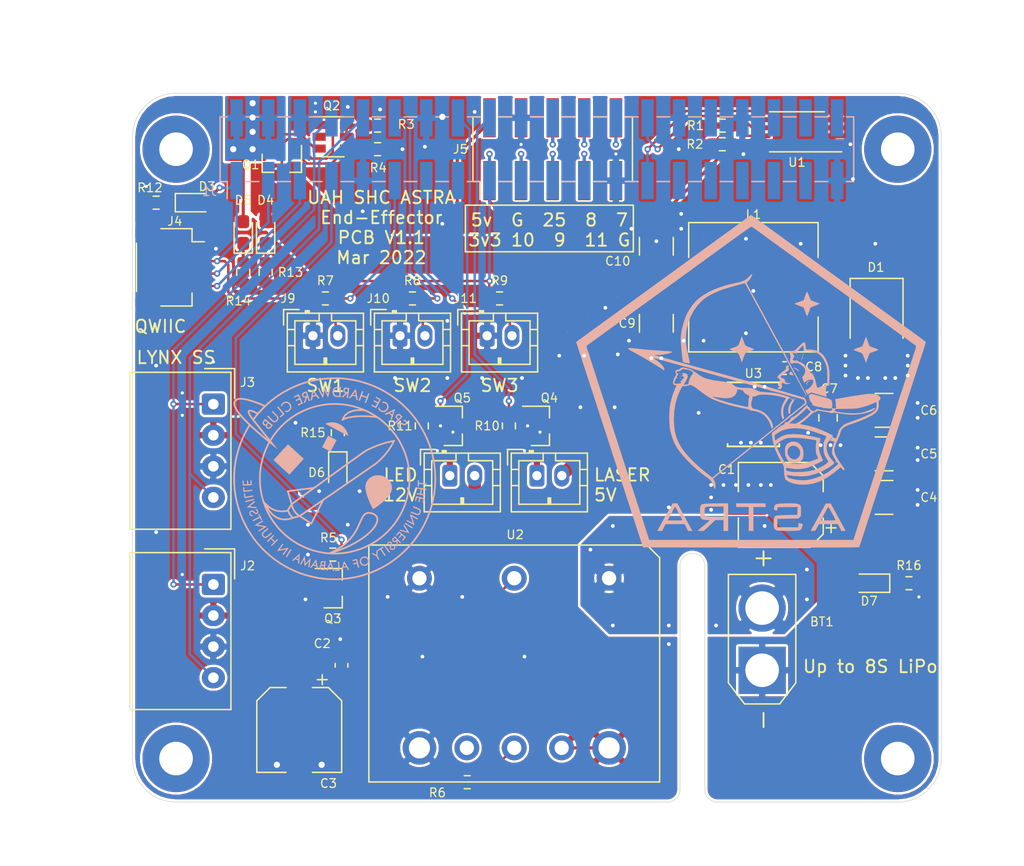
<source format=kicad_pcb>
(kicad_pcb (version 20171130) (host pcbnew "(5.1.10)-1")

  (general
    (thickness 1.6)
    (drawings 39)
    (tracks 333)
    (zones 0)
    (modules 58)
    (nets 57)
  )

  (page A4)
  (layers
    (0 F.Cu signal)
    (31 B.Cu signal hide)
    (32 B.Adhes user hide)
    (33 F.Adhes user)
    (34 B.Paste user hide)
    (35 F.Paste user)
    (36 B.SilkS user hide)
    (37 F.SilkS user)
    (38 B.Mask user hide)
    (39 F.Mask user)
    (40 Dwgs.User user)
    (41 Cmts.User user hide)
    (42 Eco1.User user hide)
    (43 Eco2.User user)
    (44 Edge.Cuts user)
    (45 Margin user hide)
    (46 B.CrtYd user hide)
    (47 F.CrtYd user)
    (48 B.Fab user hide)
    (49 F.Fab user hide)
  )

  (setup
    (last_trace_width 0.2)
    (user_trace_width 0.16)
    (user_trace_width 0.2)
    (user_trace_width 0.5)
    (user_trace_width 1)
    (trace_clearance 0.2)
    (zone_clearance 0.2)
    (zone_45_only no)
    (trace_min 0.1524)
    (via_size 0.8)
    (via_drill 0.4)
    (via_min_size 0.508)
    (via_min_drill 0.254)
    (user_via 0.508 0.254)
    (user_via 0.6 0.3)
    (user_via 1 0.5)
    (uvia_size 0.3)
    (uvia_drill 0.1)
    (uvias_allowed no)
    (uvia_min_size 0.2)
    (uvia_min_drill 0.1)
    (edge_width 0.05)
    (segment_width 0.2)
    (pcb_text_width 0.3)
    (pcb_text_size 1.5 1.5)
    (mod_edge_width 0.12)
    (mod_text_size 1 1)
    (mod_text_width 0.15)
    (pad_size 1.524 1.524)
    (pad_drill 0.762)
    (pad_to_mask_clearance 0.0508)
    (aux_axis_origin 0 0)
    (grid_origin 195.58 82.55)
    (visible_elements 7FFFFFFF)
    (pcbplotparams
      (layerselection 0x010fc_ffffffff)
      (usegerberextensions false)
      (usegerberattributes true)
      (usegerberadvancedattributes true)
      (creategerberjobfile true)
      (excludeedgelayer true)
      (linewidth 0.100000)
      (plotframeref false)
      (viasonmask false)
      (mode 1)
      (useauxorigin false)
      (hpglpennumber 1)
      (hpglpenspeed 20)
      (hpglpendiameter 15.000000)
      (psnegative false)
      (psa4output false)
      (plotreference true)
      (plotvalue true)
      (plotinvisibletext false)
      (padsonsilk false)
      (subtractmaskfromsilk false)
      (outputformat 1)
      (mirror false)
      (drillshape 1)
      (scaleselection 1)
      (outputdirectory ""))
  )

  (net 0 "")
  (net 1 +BATT)
  (net 2 GND)
  (net 3 +12V)
  (net 4 "Net-(C8-Pad2)")
  (net 5 "Net-(C8-Pad1)")
  (net 6 +5V)
  (net 7 /12V_Disable)
  (net 8 /ID_SCL)
  (net 9 /ID_SDA)
  (net 10 +3V3)
  (net 11 /ServoTX)
  (net 12 /ServoRX)
  (net 13 /SCL)
  (net 14 /SDA)
  (net 15 /5V_RPI)
  (net 16 "Net-(Q1-Pad1)")
  (net 17 "Net-(Q2-Pad5)")
  (net 18 "Net-(Q3-Pad3)")
  (net 19 "Net-(R1-Pad1)")
  (net 20 "Net-(R6-Pad1)")
  (net 21 "Net-(H1-Pad1)")
  (net 22 "Net-(H2-Pad1)")
  (net 23 "Net-(H3-Pad1)")
  (net 24 "Net-(H4-Pad1)")
  (net 25 "Net-(J1-Pad40)")
  (net 26 "Net-(J1-Pad38)")
  (net 27 "Net-(J1-Pad36)")
  (net 28 "Net-(J1-Pad35)")
  (net 29 /GPIO13)
  (net 30 /GPIO12)
  (net 31 "Net-(J1-Pad31)")
  (net 32 "Net-(J1-Pad29)")
  (net 33 /GPIO7)
  (net 34 /GPIO8)
  (net 35 /GPIO11)
  (net 36 /GPIO9)
  (net 37 /GPIO10)
  (net 38 /Limit_SW3)
  (net 39 /Limit_SW2)
  (net 40 /Limit_SW1)
  (net 41 "Net-(U2-Pad5)")
  (net 42 "Net-(U3-Pad5)")
  (net 43 "Net-(U3-Pad3)")
  (net 44 "Net-(U3-Pad2)")
  (net 45 "Net-(J1-Pad37)")
  (net 46 /GPIO25)
  (net 47 "Net-(D2-Pad1)")
  (net 48 /Laser)
  (net 49 /LED)
  (net 50 "Net-(J1-Pad15)")
  (net 51 "Net-(LD1-Pad1)")
  (net 52 "Net-(D3-Pad1)")
  (net 53 "Net-(D4-Pad1)")
  (net 54 "Net-(D5-Pad1)")
  (net 55 "Net-(D6-Pad1)")
  (net 56 "Net-(D7-Pad1)")

  (net_class Default "This is the default net class."
    (clearance 0.2)
    (trace_width 0.25)
    (via_dia 0.8)
    (via_drill 0.4)
    (uvia_dia 0.3)
    (uvia_drill 0.1)
    (add_net +12V)
    (add_net +3V3)
    (add_net +5V)
    (add_net +BATT)
    (add_net /12V_Disable)
    (add_net /5V_RPI)
    (add_net /GPIO10)
    (add_net /GPIO11)
    (add_net /GPIO12)
    (add_net /GPIO13)
    (add_net /GPIO25)
    (add_net /GPIO7)
    (add_net /GPIO8)
    (add_net /GPIO9)
    (add_net /ID_SCL)
    (add_net /ID_SDA)
    (add_net /LED)
    (add_net /Laser)
    (add_net /Limit_SW1)
    (add_net /Limit_SW2)
    (add_net /Limit_SW3)
    (add_net /SCL)
    (add_net /SDA)
    (add_net /ServoRX)
    (add_net /ServoTX)
    (add_net GND)
    (add_net "Net-(C8-Pad1)")
    (add_net "Net-(C8-Pad2)")
    (add_net "Net-(D2-Pad1)")
    (add_net "Net-(D3-Pad1)")
    (add_net "Net-(D4-Pad1)")
    (add_net "Net-(D5-Pad1)")
    (add_net "Net-(D6-Pad1)")
    (add_net "Net-(D7-Pad1)")
    (add_net "Net-(H1-Pad1)")
    (add_net "Net-(H2-Pad1)")
    (add_net "Net-(H3-Pad1)")
    (add_net "Net-(H4-Pad1)")
    (add_net "Net-(J1-Pad15)")
    (add_net "Net-(J1-Pad29)")
    (add_net "Net-(J1-Pad31)")
    (add_net "Net-(J1-Pad35)")
    (add_net "Net-(J1-Pad36)")
    (add_net "Net-(J1-Pad37)")
    (add_net "Net-(J1-Pad38)")
    (add_net "Net-(J1-Pad40)")
    (add_net "Net-(LD1-Pad1)")
    (add_net "Net-(Q1-Pad1)")
    (add_net "Net-(Q2-Pad5)")
    (add_net "Net-(Q3-Pad3)")
    (add_net "Net-(R1-Pad1)")
    (add_net "Net-(R6-Pad1)")
    (add_net "Net-(U2-Pad5)")
    (add_net "Net-(U3-Pad2)")
    (add_net "Net-(U3-Pad3)")
    (add_net "Net-(U3-Pad5)")
  )

  (module Resistor_SMD:R_0603_1608Metric (layer F.Cu) (tedit 5F68FEEE) (tstamp 6231190E)
    (at 225.48 117.45)
    (descr "Resistor SMD 0603 (1608 Metric), square (rectangular) end terminal, IPC_7351 nominal, (Body size source: IPC-SM-782 page 72, https://www.pcb-3d.com/wordpress/wp-content/uploads/ipc-sm-782a_amendment_1_and_2.pdf), generated with kicad-footprint-generator")
    (tags resistor)
    (path /62342FC3)
    (attr smd)
    (fp_text reference R16 (at 0 -1.43) (layer F.SilkS)
      (effects (font (size 0.7 0.7) (thickness 0.1)))
    )
    (fp_text value 3.3k (at 0 1.43) (layer F.Fab)
      (effects (font (size 1 1) (thickness 0.15)))
    )
    (fp_line (start 1.48 0.73) (end -1.48 0.73) (layer F.CrtYd) (width 0.05))
    (fp_line (start 1.48 -0.73) (end 1.48 0.73) (layer F.CrtYd) (width 0.05))
    (fp_line (start -1.48 -0.73) (end 1.48 -0.73) (layer F.CrtYd) (width 0.05))
    (fp_line (start -1.48 0.73) (end -1.48 -0.73) (layer F.CrtYd) (width 0.05))
    (fp_line (start -0.237258 0.5225) (end 0.237258 0.5225) (layer F.SilkS) (width 0.12))
    (fp_line (start -0.237258 -0.5225) (end 0.237258 -0.5225) (layer F.SilkS) (width 0.12))
    (fp_line (start 0.8 0.4125) (end -0.8 0.4125) (layer F.Fab) (width 0.1))
    (fp_line (start 0.8 -0.4125) (end 0.8 0.4125) (layer F.Fab) (width 0.1))
    (fp_line (start -0.8 -0.4125) (end 0.8 -0.4125) (layer F.Fab) (width 0.1))
    (fp_line (start -0.8 0.4125) (end -0.8 -0.4125) (layer F.Fab) (width 0.1))
    (fp_text user %R (at 0 0) (layer F.Fab)
      (effects (font (size 0.7 0.7) (thickness 0.1)))
    )
    (pad 2 smd roundrect (at 0.825 0) (size 0.8 0.95) (layers F.Cu F.Paste F.Mask) (roundrect_rratio 0.25)
      (net 2 GND))
    (pad 1 smd roundrect (at -0.825 0) (size 0.8 0.95) (layers F.Cu F.Paste F.Mask) (roundrect_rratio 0.25)
      (net 56 "Net-(D7-Pad1)"))
    (model ${KISYS3DMOD}/Resistor_SMD.3dshapes/R_0603_1608Metric.wrl
      (at (xyz 0 0 0))
      (scale (xyz 1 1 1))
      (rotate (xyz 0 0 0))
    )
  )

  (module Resistor_SMD:R_0603_1608Metric (layer F.Cu) (tedit 5F68FEEE) (tstamp 623118FD)
    (at 179.58 105.35 90)
    (descr "Resistor SMD 0603 (1608 Metric), square (rectangular) end terminal, IPC_7351 nominal, (Body size source: IPC-SM-782 page 72, https://www.pcb-3d.com/wordpress/wp-content/uploads/ipc-sm-782a_amendment_1_and_2.pdf), generated with kicad-footprint-generator")
    (tags resistor)
    (path /6233BC35)
    (attr smd)
    (fp_text reference R15 (at 0 -2 180) (layer F.SilkS)
      (effects (font (size 0.7 0.7) (thickness 0.1)))
    )
    (fp_text value 1k (at 0 1.43 90) (layer F.Fab)
      (effects (font (size 1 1) (thickness 0.15)))
    )
    (fp_line (start 1.48 0.73) (end -1.48 0.73) (layer F.CrtYd) (width 0.05))
    (fp_line (start 1.48 -0.73) (end 1.48 0.73) (layer F.CrtYd) (width 0.05))
    (fp_line (start -1.48 -0.73) (end 1.48 -0.73) (layer F.CrtYd) (width 0.05))
    (fp_line (start -1.48 0.73) (end -1.48 -0.73) (layer F.CrtYd) (width 0.05))
    (fp_line (start -0.237258 0.5225) (end 0.237258 0.5225) (layer F.SilkS) (width 0.12))
    (fp_line (start -0.237258 -0.5225) (end 0.237258 -0.5225) (layer F.SilkS) (width 0.12))
    (fp_line (start 0.8 0.4125) (end -0.8 0.4125) (layer F.Fab) (width 0.1))
    (fp_line (start 0.8 -0.4125) (end 0.8 0.4125) (layer F.Fab) (width 0.1))
    (fp_line (start -0.8 -0.4125) (end 0.8 -0.4125) (layer F.Fab) (width 0.1))
    (fp_line (start -0.8 0.4125) (end -0.8 -0.4125) (layer F.Fab) (width 0.1))
    (fp_text user %R (at 0 0 90) (layer F.Fab)
      (effects (font (size 0.7 0.7) (thickness 0.1)))
    )
    (pad 2 smd roundrect (at 0.825 0 90) (size 0.8 0.95) (layers F.Cu F.Paste F.Mask) (roundrect_rratio 0.25)
      (net 2 GND))
    (pad 1 smd roundrect (at -0.825 0 90) (size 0.8 0.95) (layers F.Cu F.Paste F.Mask) (roundrect_rratio 0.25)
      (net 55 "Net-(D6-Pad1)"))
    (model ${KISYS3DMOD}/Resistor_SMD.3dshapes/R_0603_1608Metric.wrl
      (at (xyz 0 0 0))
      (scale (xyz 1 1 1))
      (rotate (xyz 0 0 0))
    )
  )

  (module Resistor_SMD:R_0603_1608Metric (layer F.Cu) (tedit 5F68FEEE) (tstamp 623118EC)
    (at 171.98 92.45 270)
    (descr "Resistor SMD 0603 (1608 Metric), square (rectangular) end terminal, IPC_7351 nominal, (Body size source: IPC-SM-782 page 72, https://www.pcb-3d.com/wordpress/wp-content/uploads/ipc-sm-782a_amendment_1_and_2.pdf), generated with kicad-footprint-generator")
    (tags resistor)
    (path /6232B449)
    (attr smd)
    (fp_text reference R14 (at 2.3 0.4 180) (layer F.SilkS)
      (effects (font (size 0.7 0.7) (thickness 0.1)))
    )
    (fp_text value 180 (at 0 1.43 90) (layer F.Fab)
      (effects (font (size 1 1) (thickness 0.15)))
    )
    (fp_line (start 1.48 0.73) (end -1.48 0.73) (layer F.CrtYd) (width 0.05))
    (fp_line (start 1.48 -0.73) (end 1.48 0.73) (layer F.CrtYd) (width 0.05))
    (fp_line (start -1.48 -0.73) (end 1.48 -0.73) (layer F.CrtYd) (width 0.05))
    (fp_line (start -1.48 0.73) (end -1.48 -0.73) (layer F.CrtYd) (width 0.05))
    (fp_line (start -0.237258 0.5225) (end 0.237258 0.5225) (layer F.SilkS) (width 0.12))
    (fp_line (start -0.237258 -0.5225) (end 0.237258 -0.5225) (layer F.SilkS) (width 0.12))
    (fp_line (start 0.8 0.4125) (end -0.8 0.4125) (layer F.Fab) (width 0.1))
    (fp_line (start 0.8 -0.4125) (end 0.8 0.4125) (layer F.Fab) (width 0.1))
    (fp_line (start -0.8 -0.4125) (end 0.8 -0.4125) (layer F.Fab) (width 0.1))
    (fp_line (start -0.8 0.4125) (end -0.8 -0.4125) (layer F.Fab) (width 0.1))
    (fp_text user %R (at 0 0 90) (layer F.Fab)
      (effects (font (size 0.7 0.7) (thickness 0.1)))
    )
    (pad 2 smd roundrect (at 0.825 0 270) (size 0.8 0.95) (layers F.Cu F.Paste F.Mask) (roundrect_rratio 0.25)
      (net 2 GND))
    (pad 1 smd roundrect (at -0.825 0 270) (size 0.8 0.95) (layers F.Cu F.Paste F.Mask) (roundrect_rratio 0.25)
      (net 54 "Net-(D5-Pad1)"))
    (model ${KISYS3DMOD}/Resistor_SMD.3dshapes/R_0603_1608Metric.wrl
      (at (xyz 0 0 0))
      (scale (xyz 1 1 1))
      (rotate (xyz 0 0 0))
    )
  )

  (module Resistor_SMD:R_0603_1608Metric (layer F.Cu) (tedit 5F68FEEE) (tstamp 623118DB)
    (at 173.78 92.45 270)
    (descr "Resistor SMD 0603 (1608 Metric), square (rectangular) end terminal, IPC_7351 nominal, (Body size source: IPC-SM-782 page 72, https://www.pcb-3d.com/wordpress/wp-content/uploads/ipc-sm-782a_amendment_1_and_2.pdf), generated with kicad-footprint-generator")
    (tags resistor)
    (path /6231BE97)
    (attr smd)
    (fp_text reference R13 (at 0 -2 180) (layer F.SilkS)
      (effects (font (size 0.7 0.7) (thickness 0.1)))
    )
    (fp_text value 180 (at 0 1.43 90) (layer F.Fab)
      (effects (font (size 1 1) (thickness 0.15)))
    )
    (fp_line (start 1.48 0.73) (end -1.48 0.73) (layer F.CrtYd) (width 0.05))
    (fp_line (start 1.48 -0.73) (end 1.48 0.73) (layer F.CrtYd) (width 0.05))
    (fp_line (start -1.48 -0.73) (end 1.48 -0.73) (layer F.CrtYd) (width 0.05))
    (fp_line (start -1.48 0.73) (end -1.48 -0.73) (layer F.CrtYd) (width 0.05))
    (fp_line (start -0.237258 0.5225) (end 0.237258 0.5225) (layer F.SilkS) (width 0.12))
    (fp_line (start -0.237258 -0.5225) (end 0.237258 -0.5225) (layer F.SilkS) (width 0.12))
    (fp_line (start 0.8 0.4125) (end -0.8 0.4125) (layer F.Fab) (width 0.1))
    (fp_line (start 0.8 -0.4125) (end 0.8 0.4125) (layer F.Fab) (width 0.1))
    (fp_line (start -0.8 -0.4125) (end 0.8 -0.4125) (layer F.Fab) (width 0.1))
    (fp_line (start -0.8 0.4125) (end -0.8 -0.4125) (layer F.Fab) (width 0.1))
    (fp_text user %R (at 0 0 90) (layer F.Fab)
      (effects (font (size 0.7 0.7) (thickness 0.1)))
    )
    (pad 2 smd roundrect (at 0.825 0 270) (size 0.8 0.95) (layers F.Cu F.Paste F.Mask) (roundrect_rratio 0.25)
      (net 2 GND))
    (pad 1 smd roundrect (at -0.825 0 270) (size 0.8 0.95) (layers F.Cu F.Paste F.Mask) (roundrect_rratio 0.25)
      (net 53 "Net-(D4-Pad1)"))
    (model ${KISYS3DMOD}/Resistor_SMD.3dshapes/R_0603_1608Metric.wrl
      (at (xyz 0 0 0))
      (scale (xyz 1 1 1))
      (rotate (xyz 0 0 0))
    )
  )

  (module Resistor_SMD:R_0603_1608Metric (layer F.Cu) (tedit 5F68FEEE) (tstamp 623118CA)
    (at 164.98 86.85 180)
    (descr "Resistor SMD 0603 (1608 Metric), square (rectangular) end terminal, IPC_7351 nominal, (Body size source: IPC-SM-782 page 72, https://www.pcb-3d.com/wordpress/wp-content/uploads/ipc-sm-782a_amendment_1_and_2.pdf), generated with kicad-footprint-generator")
    (tags resistor)
    (path /6233490F)
    (attr smd)
    (fp_text reference R12 (at 0.5 1.2) (layer F.SilkS)
      (effects (font (size 0.7 0.7) (thickness 0.1)))
    )
    (fp_text value 10 (at 0 1.43) (layer F.Fab)
      (effects (font (size 1 1) (thickness 0.15)))
    )
    (fp_line (start 1.48 0.73) (end -1.48 0.73) (layer F.CrtYd) (width 0.05))
    (fp_line (start 1.48 -0.73) (end 1.48 0.73) (layer F.CrtYd) (width 0.05))
    (fp_line (start -1.48 -0.73) (end 1.48 -0.73) (layer F.CrtYd) (width 0.05))
    (fp_line (start -1.48 0.73) (end -1.48 -0.73) (layer F.CrtYd) (width 0.05))
    (fp_line (start -0.237258 0.5225) (end 0.237258 0.5225) (layer F.SilkS) (width 0.12))
    (fp_line (start -0.237258 -0.5225) (end 0.237258 -0.5225) (layer F.SilkS) (width 0.12))
    (fp_line (start 0.8 0.4125) (end -0.8 0.4125) (layer F.Fab) (width 0.1))
    (fp_line (start 0.8 -0.4125) (end 0.8 0.4125) (layer F.Fab) (width 0.1))
    (fp_line (start -0.8 -0.4125) (end 0.8 -0.4125) (layer F.Fab) (width 0.1))
    (fp_line (start -0.8 0.4125) (end -0.8 -0.4125) (layer F.Fab) (width 0.1))
    (fp_text user %R (at 0 0) (layer F.Fab)
      (effects (font (size 0.7 0.7) (thickness 0.1)))
    )
    (pad 2 smd roundrect (at 0.825 0 180) (size 0.8 0.95) (layers F.Cu F.Paste F.Mask) (roundrect_rratio 0.25)
      (net 2 GND))
    (pad 1 smd roundrect (at -0.825 0 180) (size 0.8 0.95) (layers F.Cu F.Paste F.Mask) (roundrect_rratio 0.25)
      (net 52 "Net-(D3-Pad1)"))
    (model ${KISYS3DMOD}/Resistor_SMD.3dshapes/R_0603_1608Metric.wrl
      (at (xyz 0 0 0))
      (scale (xyz 1 1 1))
      (rotate (xyz 0 0 0))
    )
  )

  (module LED_SMD:LED_0603_1608Metric_Pad1.05x0.95mm_HandSolder (layer F.Cu) (tedit 5F68FEF1) (tstamp 62311217)
    (at 222.28 117.45 180)
    (descr "LED SMD 0603 (1608 Metric), square (rectangular) end terminal, IPC_7351 nominal, (Body size source: http://www.tortai-tech.com/upload/download/2011102023233369053.pdf), generated with kicad-footprint-generator")
    (tags "LED handsolder")
    (path /62342FBC)
    (attr smd)
    (fp_text reference D7 (at 0 -1.43) (layer F.SilkS)
      (effects (font (size 0.7 0.7) (thickness 0.1)))
    )
    (fp_text value G (at 0 1.43) (layer F.Fab)
      (effects (font (size 1 1) (thickness 0.15)))
    )
    (fp_line (start 1.65 0.73) (end -1.65 0.73) (layer F.CrtYd) (width 0.05))
    (fp_line (start 1.65 -0.73) (end 1.65 0.73) (layer F.CrtYd) (width 0.05))
    (fp_line (start -1.65 -0.73) (end 1.65 -0.73) (layer F.CrtYd) (width 0.05))
    (fp_line (start -1.65 0.73) (end -1.65 -0.73) (layer F.CrtYd) (width 0.05))
    (fp_line (start -1.66 0.735) (end 0.8 0.735) (layer F.SilkS) (width 0.12))
    (fp_line (start -1.66 -0.735) (end -1.66 0.735) (layer F.SilkS) (width 0.12))
    (fp_line (start 0.8 -0.735) (end -1.66 -0.735) (layer F.SilkS) (width 0.12))
    (fp_line (start 0.8 0.4) (end 0.8 -0.4) (layer F.Fab) (width 0.1))
    (fp_line (start -0.8 0.4) (end 0.8 0.4) (layer F.Fab) (width 0.1))
    (fp_line (start -0.8 -0.1) (end -0.8 0.4) (layer F.Fab) (width 0.1))
    (fp_line (start -0.5 -0.4) (end -0.8 -0.1) (layer F.Fab) (width 0.1))
    (fp_line (start 0.8 -0.4) (end -0.5 -0.4) (layer F.Fab) (width 0.1))
    (fp_text user %R (at 0 0) (layer F.Fab)
      (effects (font (size 0.7 0.7) (thickness 0.1)))
    )
    (pad 2 smd roundrect (at 0.875 0 180) (size 1.05 0.95) (layers F.Cu F.Paste F.Mask) (roundrect_rratio 0.25)
      (net 1 +BATT))
    (pad 1 smd roundrect (at -0.875 0 180) (size 1.05 0.95) (layers F.Cu F.Paste F.Mask) (roundrect_rratio 0.25)
      (net 56 "Net-(D7-Pad1)"))
    (model ${KISYS3DMOD}/LED_SMD.3dshapes/LED_0603_1608Metric.wrl
      (at (xyz 0 0 0))
      (scale (xyz 1 1 1))
      (rotate (xyz 0 0 0))
    )
  )

  (module LED_SMD:LED_0603_1608Metric_Pad1.05x0.95mm_HandSolder (layer F.Cu) (tedit 5F68FEF1) (tstamp 62311204)
    (at 179.58 108.55 270)
    (descr "LED SMD 0603 (1608 Metric), square (rectangular) end terminal, IPC_7351 nominal, (Body size source: http://www.tortai-tech.com/upload/download/2011102023233369053.pdf), generated with kicad-footprint-generator")
    (tags "LED handsolder")
    (path /6233BC2E)
    (attr smd)
    (fp_text reference D6 (at 0 1.7 180) (layer F.SilkS)
      (effects (font (size 0.7 0.7) (thickness 0.1)))
    )
    (fp_text value G (at 0 1.43 90) (layer F.Fab)
      (effects (font (size 1 1) (thickness 0.15)))
    )
    (fp_line (start 1.65 0.73) (end -1.65 0.73) (layer F.CrtYd) (width 0.05))
    (fp_line (start 1.65 -0.73) (end 1.65 0.73) (layer F.CrtYd) (width 0.05))
    (fp_line (start -1.65 -0.73) (end 1.65 -0.73) (layer F.CrtYd) (width 0.05))
    (fp_line (start -1.65 0.73) (end -1.65 -0.73) (layer F.CrtYd) (width 0.05))
    (fp_line (start -1.66 0.735) (end 0.8 0.735) (layer F.SilkS) (width 0.12))
    (fp_line (start -1.66 -0.735) (end -1.66 0.735) (layer F.SilkS) (width 0.12))
    (fp_line (start 0.8 -0.735) (end -1.66 -0.735) (layer F.SilkS) (width 0.12))
    (fp_line (start 0.8 0.4) (end 0.8 -0.4) (layer F.Fab) (width 0.1))
    (fp_line (start -0.8 0.4) (end 0.8 0.4) (layer F.Fab) (width 0.1))
    (fp_line (start -0.8 -0.1) (end -0.8 0.4) (layer F.Fab) (width 0.1))
    (fp_line (start -0.5 -0.4) (end -0.8 -0.1) (layer F.Fab) (width 0.1))
    (fp_line (start 0.8 -0.4) (end -0.5 -0.4) (layer F.Fab) (width 0.1))
    (fp_text user %R (at 0 0 90) (layer F.Fab)
      (effects (font (size 0.7 0.7) (thickness 0.1)))
    )
    (pad 2 smd roundrect (at 0.875 0 270) (size 1.05 0.95) (layers F.Cu F.Paste F.Mask) (roundrect_rratio 0.25)
      (net 3 +12V))
    (pad 1 smd roundrect (at -0.875 0 270) (size 1.05 0.95) (layers F.Cu F.Paste F.Mask) (roundrect_rratio 0.25)
      (net 55 "Net-(D6-Pad1)"))
    (model ${KISYS3DMOD}/LED_SMD.3dshapes/LED_0603_1608Metric.wrl
      (at (xyz 0 0 0))
      (scale (xyz 1 1 1))
      (rotate (xyz 0 0 0))
    )
  )

  (module LED_SMD:LED_0603_1608Metric_Pad1.05x0.95mm_HandSolder (layer F.Cu) (tedit 5F68FEF1) (tstamp 623111F1)
    (at 171.98 89.25 90)
    (descr "LED SMD 0603 (1608 Metric), square (rectangular) end terminal, IPC_7351 nominal, (Body size source: http://www.tortai-tech.com/upload/download/2011102023233369053.pdf), generated with kicad-footprint-generator")
    (tags "LED handsolder")
    (path /6232AD7A)
    (attr smd)
    (fp_text reference D5 (at 2.6 0 180) (layer F.SilkS)
      (effects (font (size 0.7 0.7) (thickness 0.1)))
    )
    (fp_text value G (at 0 1.43 90) (layer F.Fab)
      (effects (font (size 1 1) (thickness 0.15)))
    )
    (fp_line (start 1.65 0.73) (end -1.65 0.73) (layer F.CrtYd) (width 0.05))
    (fp_line (start 1.65 -0.73) (end 1.65 0.73) (layer F.CrtYd) (width 0.05))
    (fp_line (start -1.65 -0.73) (end 1.65 -0.73) (layer F.CrtYd) (width 0.05))
    (fp_line (start -1.65 0.73) (end -1.65 -0.73) (layer F.CrtYd) (width 0.05))
    (fp_line (start -1.66 0.735) (end 0.8 0.735) (layer F.SilkS) (width 0.12))
    (fp_line (start -1.66 -0.735) (end -1.66 0.735) (layer F.SilkS) (width 0.12))
    (fp_line (start 0.8 -0.735) (end -1.66 -0.735) (layer F.SilkS) (width 0.12))
    (fp_line (start 0.8 0.4) (end 0.8 -0.4) (layer F.Fab) (width 0.1))
    (fp_line (start -0.8 0.4) (end 0.8 0.4) (layer F.Fab) (width 0.1))
    (fp_line (start -0.8 -0.1) (end -0.8 0.4) (layer F.Fab) (width 0.1))
    (fp_line (start -0.5 -0.4) (end -0.8 -0.1) (layer F.Fab) (width 0.1))
    (fp_line (start 0.8 -0.4) (end -0.5 -0.4) (layer F.Fab) (width 0.1))
    (fp_text user %R (at 0 0 90) (layer F.Fab)
      (effects (font (size 0.7 0.7) (thickness 0.1)))
    )
    (pad 2 smd roundrect (at 0.875 0 90) (size 1.05 0.95) (layers F.Cu F.Paste F.Mask) (roundrect_rratio 0.25)
      (net 15 /5V_RPI))
    (pad 1 smd roundrect (at -0.875 0 90) (size 1.05 0.95) (layers F.Cu F.Paste F.Mask) (roundrect_rratio 0.25)
      (net 54 "Net-(D5-Pad1)"))
    (model ${KISYS3DMOD}/LED_SMD.3dshapes/LED_0603_1608Metric.wrl
      (at (xyz 0 0 0))
      (scale (xyz 1 1 1))
      (rotate (xyz 0 0 0))
    )
  )

  (module LED_SMD:LED_0603_1608Metric_Pad1.05x0.95mm_HandSolder (layer F.Cu) (tedit 5F68FEF1) (tstamp 623111DE)
    (at 173.78 89.25 90)
    (descr "LED SMD 0603 (1608 Metric), square (rectangular) end terminal, IPC_7351 nominal, (Body size source: http://www.tortai-tech.com/upload/download/2011102023233369053.pdf), generated with kicad-footprint-generator")
    (tags "LED handsolder")
    (path /6231566C)
    (attr smd)
    (fp_text reference D4 (at 2.6 0 180) (layer F.SilkS)
      (effects (font (size 0.7 0.7) (thickness 0.1)))
    )
    (fp_text value G (at 0 1.43 90) (layer F.Fab)
      (effects (font (size 1 1) (thickness 0.15)))
    )
    (fp_line (start 1.65 0.73) (end -1.65 0.73) (layer F.CrtYd) (width 0.05))
    (fp_line (start 1.65 -0.73) (end 1.65 0.73) (layer F.CrtYd) (width 0.05))
    (fp_line (start -1.65 -0.73) (end 1.65 -0.73) (layer F.CrtYd) (width 0.05))
    (fp_line (start -1.65 0.73) (end -1.65 -0.73) (layer F.CrtYd) (width 0.05))
    (fp_line (start -1.66 0.735) (end 0.8 0.735) (layer F.SilkS) (width 0.12))
    (fp_line (start -1.66 -0.735) (end -1.66 0.735) (layer F.SilkS) (width 0.12))
    (fp_line (start 0.8 -0.735) (end -1.66 -0.735) (layer F.SilkS) (width 0.12))
    (fp_line (start 0.8 0.4) (end 0.8 -0.4) (layer F.Fab) (width 0.1))
    (fp_line (start -0.8 0.4) (end 0.8 0.4) (layer F.Fab) (width 0.1))
    (fp_line (start -0.8 -0.1) (end -0.8 0.4) (layer F.Fab) (width 0.1))
    (fp_line (start -0.5 -0.4) (end -0.8 -0.1) (layer F.Fab) (width 0.1))
    (fp_line (start 0.8 -0.4) (end -0.5 -0.4) (layer F.Fab) (width 0.1))
    (fp_text user %R (at 0 0 90) (layer F.Fab)
      (effects (font (size 0.7 0.7) (thickness 0.1)))
    )
    (pad 2 smd roundrect (at 0.875 0 90) (size 1.05 0.95) (layers F.Cu F.Paste F.Mask) (roundrect_rratio 0.25)
      (net 6 +5V))
    (pad 1 smd roundrect (at -0.875 0 90) (size 1.05 0.95) (layers F.Cu F.Paste F.Mask) (roundrect_rratio 0.25)
      (net 53 "Net-(D4-Pad1)"))
    (model ${KISYS3DMOD}/LED_SMD.3dshapes/LED_0603_1608Metric.wrl
      (at (xyz 0 0 0))
      (scale (xyz 1 1 1))
      (rotate (xyz 0 0 0))
    )
  )

  (module LED_SMD:LED_0603_1608Metric_Pad1.05x0.95mm_HandSolder (layer F.Cu) (tedit 5F68FEF1) (tstamp 623111CB)
    (at 168.18 86.85)
    (descr "LED SMD 0603 (1608 Metric), square (rectangular) end terminal, IPC_7351 nominal, (Body size source: http://www.tortai-tech.com/upload/download/2011102023233369053.pdf), generated with kicad-footprint-generator")
    (tags "LED handsolder")
    (path /62334908)
    (attr smd)
    (fp_text reference D3 (at 0.9 -1.3) (layer F.SilkS)
      (effects (font (size 0.7 0.7) (thickness 0.1)))
    )
    (fp_text value G (at 0 1.43) (layer F.Fab)
      (effects (font (size 1 1) (thickness 0.15)))
    )
    (fp_line (start 1.65 0.73) (end -1.65 0.73) (layer F.CrtYd) (width 0.05))
    (fp_line (start 1.65 -0.73) (end 1.65 0.73) (layer F.CrtYd) (width 0.05))
    (fp_line (start -1.65 -0.73) (end 1.65 -0.73) (layer F.CrtYd) (width 0.05))
    (fp_line (start -1.65 0.73) (end -1.65 -0.73) (layer F.CrtYd) (width 0.05))
    (fp_line (start -1.66 0.735) (end 0.8 0.735) (layer F.SilkS) (width 0.12))
    (fp_line (start -1.66 -0.735) (end -1.66 0.735) (layer F.SilkS) (width 0.12))
    (fp_line (start 0.8 -0.735) (end -1.66 -0.735) (layer F.SilkS) (width 0.12))
    (fp_line (start 0.8 0.4) (end 0.8 -0.4) (layer F.Fab) (width 0.1))
    (fp_line (start -0.8 0.4) (end 0.8 0.4) (layer F.Fab) (width 0.1))
    (fp_line (start -0.8 -0.1) (end -0.8 0.4) (layer F.Fab) (width 0.1))
    (fp_line (start -0.5 -0.4) (end -0.8 -0.1) (layer F.Fab) (width 0.1))
    (fp_line (start 0.8 -0.4) (end -0.5 -0.4) (layer F.Fab) (width 0.1))
    (fp_text user %R (at 0 0) (layer F.Fab)
      (effects (font (size 0.7 0.7) (thickness 0.1)))
    )
    (pad 2 smd roundrect (at 0.875 0) (size 1.05 0.95) (layers F.Cu F.Paste F.Mask) (roundrect_rratio 0.25)
      (net 10 +3V3))
    (pad 1 smd roundrect (at -0.875 0) (size 1.05 0.95) (layers F.Cu F.Paste F.Mask) (roundrect_rratio 0.25)
      (net 52 "Net-(D3-Pad1)"))
    (model ${KISYS3DMOD}/LED_SMD.3dshapes/LED_0603_1608Metric.wrl
      (at (xyz 0 0 0))
      (scale (xyz 1 1 1))
      (rotate (xyz 0 0 0))
    )
  )

  (module Connector_AMASS:AMASS_XT30U-M_1x02_P5.0mm_Vertical (layer F.Cu) (tedit 5C8E9CCA) (tstamp 6199BA60)
    (at 213.68 124.45 90)
    (descr "Connector XT30 Vertical Cable Male, https://www.tme.eu/en/Document/3cbfa5cfa544d79584972dd5234a409e/XT30U%20SPEC.pdf")
    (tags "RC Connector XT30")
    (path /617EE7FC)
    (fp_text reference BT1 (at 3.9 4.8 180) (layer F.SilkS)
      (effects (font (size 0.7 0.7) (thickness 0.1)))
    )
    (fp_text value XT_Battery_Connector (at 2.5 4 90) (layer F.Fab)
      (effects (font (size 1 1) (thickness 0.15)))
    )
    (fp_line (start -2.6 -1.3) (end -2.6 1.3) (layer F.Fab) (width 0.1))
    (fp_line (start 7.6 -2.6) (end 7.6 2.6) (layer F.Fab) (width 0.1))
    (fp_line (start -0.9 -2.6) (end 7.6 -2.6) (layer F.Fab) (width 0.1))
    (fp_line (start -0.9 2.6) (end 7.6 2.6) (layer F.Fab) (width 0.1))
    (fp_line (start -2.6 -1.3) (end -0.9 -2.6) (layer F.Fab) (width 0.1))
    (fp_line (start -2.6 1.3) (end -0.9 2.6) (layer F.Fab) (width 0.1))
    (fp_line (start -1.01 -2.71) (end 7.71 -2.71) (layer F.SilkS) (width 0.12))
    (fp_line (start 7.71 -2.71) (end 7.71 2.71) (layer F.SilkS) (width 0.12))
    (fp_line (start -1.01 2.71) (end 7.71 2.71) (layer F.SilkS) (width 0.12))
    (fp_line (start -2.71 -1.41) (end -1.01 -2.71) (layer F.SilkS) (width 0.12))
    (fp_line (start -2.71 1.41) (end -1.01 2.71) (layer F.SilkS) (width 0.12))
    (fp_line (start -2.71 -1.41) (end -2.71 1.41) (layer F.SilkS) (width 0.12))
    (fp_line (start -1.4 -3.1) (end 8.1 -3.1) (layer F.CrtYd) (width 0.05))
    (fp_line (start 8.1 -3.1) (end 8.1 3.1) (layer F.CrtYd) (width 0.05))
    (fp_line (start -3.1 -1.8) (end -3.1 1.8) (layer F.CrtYd) (width 0.05))
    (fp_line (start -1.4 3.1) (end 8.1 3.1) (layer F.CrtYd) (width 0.05))
    (fp_line (start -3.1 -1.8) (end -1.4 -3.1) (layer F.CrtYd) (width 0.05))
    (fp_line (start -3.1 1.8) (end -1.4 3.1) (layer F.CrtYd) (width 0.05))
    (fp_text user - (at -4 0 90) (layer F.SilkS)
      (effects (font (size 1.5 1.5) (thickness 0.15)))
    )
    (fp_text user + (at 9 0 90) (layer F.SilkS)
      (effects (font (size 1.5 1.5) (thickness 0.15)))
    )
    (fp_text user %R (at 2.5 0 90) (layer F.Fab)
      (effects (font (size 0.7 0.7) (thickness 0.1)))
    )
    (pad 2 thru_hole circle (at 5 0 90) (size 3.8 3.8) (drill 2.7) (layers *.Cu *.Mask)
      (net 1 +BATT))
    (pad 1 thru_hole rect (at 0 0 90) (size 3.8 3.8) (drill 2.7) (layers *.Cu *.Mask)
      (net 2 GND))
    (model ${KISYS3DMOD}/Connector_AMASS.3dshapes/AMASS_XT30U-M_1x02_P5.0mm_Vertical.wrl
      (at (xyz 0 0 0))
      (scale (xyz 1 1 1))
      (rotate (xyz 0 0 0))
    )
    (model "${KIPRJMOD}/ASTRA_Footprints.pretty/User Library-XT30.step"
      (offset (xyz 2.5 0 0))
      (scale (xyz 1 1 1))
      (rotate (xyz -90 0 -90))
    )
  )

  (module ASTRA_Footprints:SHCLogoSmall (layer B.Cu) (tedit 0) (tstamp 619B9E57)
    (at 179.33 109.05 180)
    (fp_text reference G*** (at 0 0) (layer B.SilkS) hide
      (effects (font (size 0.7 0.7) (thickness 0.1)) (justify mirror))
    )
    (fp_text value LOGO (at 0.75 0) (layer B.SilkS) hide
      (effects (font (size 1.524 1.524) (thickness 0.3)) (justify mirror))
    )
    (fp_poly (pts (xy 0.431367 4.517756) (xy 0.577318 4.485977) (xy 0.692464 4.448786) (xy 0.721121 4.437729)
      (xy 0.741987 4.428879) (xy 0.751437 4.423799) (xy 0.751594 4.423305) (xy 0.743917 4.419119)
      (xy 0.722163 4.407549) (xy 0.687247 4.389076) (xy 0.640087 4.364183) (xy 0.581599 4.333352)
      (xy 0.512699 4.297065) (xy 0.434305 4.255806) (xy 0.347332 4.210057) (xy 0.252698 4.160299)
      (xy 0.151319 4.107017) (xy 0.044112 4.050691) (xy -0.068007 3.991805) (xy -0.15677 3.945198)
      (xy -0.272317 3.884535) (xy -0.383845 3.82598) (xy -0.490419 3.770023) (xy -0.591106 3.717155)
      (xy -0.684971 3.667866) (xy -0.771081 3.622647) (xy -0.8485 3.581989) (xy -0.916295 3.546381)
      (xy -0.973532 3.516316) (xy -1.019277 3.492283) (xy -1.052595 3.474772) (xy -1.072552 3.464275)
      (xy -1.078184 3.461303) (xy -1.089485 3.457227) (xy -1.090179 3.465156) (xy -1.089272 3.46849)
      (xy -1.084496 3.486088) (xy -1.077883 3.511829) (xy -1.07531 3.522133) (xy -1.033836 3.657325)
      (xy -0.977931 3.788295) (xy -0.908964 3.91277) (xy -0.828306 4.028478) (xy -0.737327 4.133145)
      (xy -0.666617 4.200032) (xy -0.546483 4.293461) (xy -0.419243 4.371949) (xy -0.286005 4.435293)
      (xy -0.147876 4.48329) (xy -0.005967 4.515738) (xy 0.138616 4.532434) (xy 0.284763 4.533174)
      (xy 0.431367 4.517756)) (layer B.SilkS) (width 0.01))
    (fp_poly (pts (xy 0.526396 3.447829) (xy 0.531246 3.439526) (xy 0.543109 3.41782) (xy 0.561142 3.384308)
      (xy 0.584503 3.340587) (xy 0.61235 3.288256) (xy 0.64384 3.228912) (xy 0.678132 3.164153)
      (xy 0.714383 3.095576) (xy 0.751751 3.024779) (xy 0.789394 2.953359) (xy 0.826469 2.882915)
      (xy 0.862134 2.815044) (xy 0.895548 2.751344) (xy 0.925867 2.693412) (xy 0.952249 2.642846)
      (xy 0.973853 2.601244) (xy 0.989836 2.570203) (xy 0.999356 2.551322) (xy 1.001742 2.546125)
      (xy 0.994803 2.541272) (xy 0.974693 2.529558) (xy 0.943249 2.51196) (xy 0.902307 2.489457)
      (xy 0.853706 2.463027) (xy 0.799282 2.433649) (xy 0.740873 2.402301) (xy 0.680316 2.369962)
      (xy 0.619448 2.33761) (xy 0.560106 2.306224) (xy 0.504129 2.276781) (xy 0.453352 2.250261)
      (xy 0.409614 2.227642) (xy 0.374751 2.209902) (xy 0.350602 2.19802) (xy 0.339002 2.192974)
      (xy 0.338422 2.192866) (xy 0.333666 2.200153) (xy 0.321761 2.221148) (xy 0.303401 2.254555)
      (xy 0.279284 2.299076) (xy 0.250105 2.353414) (xy 0.216562 2.416273) (xy 0.179351 2.486355)
      (xy 0.139168 2.562364) (xy 0.096776 2.642875) (xy 0.054365 2.723708) (xy 0.014393 2.800134)
      (xy -0.022457 2.870829) (xy -0.0555 2.934472) (xy -0.084054 2.989738) (xy -0.107434 3.035305)
      (xy -0.124957 3.069851) (xy -0.13594 3.092051) (xy -0.1397 3.10057) (xy -0.13247 3.10627)
      (xy -0.112016 3.118611) (xy -0.08019 3.136626) (xy -0.038842 3.15935) (xy 0.010174 3.185818)
      (xy 0.065007 3.215064) (xy 0.123806 3.246124) (xy 0.184718 3.278031) (xy 0.245891 3.30982)
      (xy 0.305473 3.340525) (xy 0.361613 3.369182) (xy 0.412459 3.394824) (xy 0.456159 3.416487)
      (xy 0.490861 3.433204) (xy 0.514713 3.444011) (xy 0.525863 3.447942) (xy 0.526396 3.447829)) (layer B.SilkS) (width 0.01))
    (fp_poly (pts (xy 3.760453 2.750954) (xy 3.777834 2.733875) (xy 3.804722 2.706297) (xy 3.840182 2.669238)
      (xy 3.883275 2.623717) (xy 3.933063 2.570753) (xy 3.98861 2.511364) (xy 4.048978 2.446569)
      (xy 4.113229 2.377386) (xy 4.180426 2.304834) (xy 4.249631 2.229931) (xy 4.319907 2.153696)
      (xy 4.390316 2.077148) (xy 4.459922 2.001305) (xy 4.527785 1.927186) (xy 4.592969 1.85581)
      (xy 4.654537 1.788194) (xy 4.71155 1.725357) (xy 4.763072 1.668319) (xy 4.808165 1.618097)
      (xy 4.845891 1.57571) (xy 4.875312 1.542177) (xy 4.895492 1.518517) (xy 4.905493 1.505747)
      (xy 4.906433 1.503902) (xy 4.900335 1.497239) (xy 4.882655 1.480006) (xy 4.854314 1.453055)
      (xy 4.816235 1.417237) (xy 4.769339 1.373401) (xy 4.714548 1.322397) (xy 4.652784 1.265077)
      (xy 4.584968 1.20229) (xy 4.512023 1.134887) (xy 4.43487 1.063718) (xy 4.354431 0.989634)
      (xy 4.271628 0.913484) (xy 4.187382 0.83612) (xy 4.102616 0.758391) (xy 4.01825 0.681147)
      (xy 3.935208 0.60524) (xy 3.85441 0.531519) (xy 3.776778 0.460835) (xy 3.707999 0.39836)
      (xy 3.644098 0.340391) (xy 3.089932 0.945381) (xy 3.010773 1.031827) (xy 2.934522 1.115151)
      (xy 2.862 1.194451) (xy 2.794032 1.268825) (xy 2.731438 1.337372) (xy 2.67504 1.39919)
      (xy 2.625662 1.453379) (xy 2.584125 1.499036) (xy 2.551252 1.53526) (xy 2.527864 1.56115)
      (xy 2.514785 1.575804) (xy 2.512684 1.578245) (xy 2.489601 1.60612) (xy 3.116056 2.179206)
      (xy 3.203598 2.259232) (xy 3.287721 2.336023) (xy 3.367573 2.408805) (xy 3.442301 2.476805)
      (xy 3.51105 2.53925) (xy 3.572967 2.595368) (xy 3.627198 2.644385) (xy 3.67289 2.685528)
      (xy 3.70919 2.718025) (xy 3.735244 2.741102) (xy 3.750198 2.753986) (xy 3.753519 2.756516)
      (xy 3.760453 2.750954)) (layer B.SilkS) (width 0.01))
    (fp_poly (pts (xy -3.367917 0.272642) (xy -3.245694 0.253531) (xy -3.126819 0.220893) (xy -3.012659 0.174709)
      (xy -2.904583 0.11496) (xy -2.803956 0.041627) (xy -2.720123 -0.036813) (xy -2.64047 -0.131583)
      (xy -2.576309 -0.232085) (xy -2.527499 -0.338787) (xy -2.493897 -0.452156) (xy -2.475361 -0.57266)
      (xy -2.471747 -0.700766) (xy -2.480958 -0.821489) (xy -2.501873 -0.954876) (xy -2.533496 -1.099744)
      (xy -2.575392 -1.254828) (xy -2.627123 -1.418862) (xy -2.68825 -1.59058) (xy -2.758336 -1.768717)
      (xy -2.836943 -1.952007) (xy -2.923634 -2.139186) (xy -2.968449 -2.230967) (xy -2.994249 -2.28246)
      (xy -3.018356 -2.329687) (xy -3.039507 -2.370245) (xy -3.056439 -2.401729) (xy -3.06789 -2.421737)
      (xy -3.071411 -2.426998) (xy -3.0861 -2.445229) (xy -3.151409 -2.404314) (xy -3.249343 -2.340512)
      (xy -3.353811 -2.267999) (xy -3.462562 -2.188609) (xy -3.573342 -2.104177) (xy -3.683898 -2.016537)
      (xy -3.791977 -1.927523) (xy -3.895327 -1.838969) (xy -3.991694 -1.752709) (xy -4.078826 -1.670577)
      (xy -4.154469 -1.594408) (xy -4.180719 -1.566334) (xy -4.279192 -1.454118) (xy -4.363048 -1.348041)
      (xy -4.432926 -1.24689) (xy -4.489462 -1.14945) (xy -4.533294 -1.054508) (xy -4.56506 -0.96085)
      (xy -4.585397 -0.867263) (xy -4.594664 -0.77823) (xy -4.592809 -0.655144) (xy -4.574466 -0.535263)
      (xy -4.539875 -0.41918) (xy -4.489279 -0.307491) (xy -4.42292 -0.200791) (xy -4.341039 -0.099674)
      (xy -4.302182 -0.059117) (xy -4.202391 0.029292) (xy -4.095011 0.104328) (xy -3.981408 0.165972)
      (xy -3.862951 0.214206) (xy -3.741006 0.249008) (xy -3.61694 0.270362) (xy -3.492122 0.278246)
      (xy -3.367917 0.272642)) (layer B.SilkS) (width 0.01))
    (fp_poly (pts (xy -0.325049 7.374319) (xy -0.246267 7.373482) (xy -0.181811 7.37085) (xy -0.129128 7.36602)
      (xy -0.085668 7.358586) (xy -0.048879 7.348144) (xy -0.01621 7.334289) (xy 0.006681 7.32168)
      (xy 0.065135 7.276982) (xy 0.111822 7.220544) (xy 0.146347 7.153174) (xy 0.168315 7.075678)
      (xy 0.177333 6.988865) (xy 0.17755 6.9723) (xy 0.17131 6.884855) (xy 0.152415 6.808266)
      (xy 0.120602 6.741847) (xy 0.075609 6.684914) (xy 0.062438 6.672236) (xy 0.030956 6.6453)
      (xy 0.000315 6.623905) (xy -0.032058 6.60735) (xy -0.068735 6.594931) (xy -0.112291 6.585945)
      (xy -0.165297 6.579688) (xy -0.230328 6.575458) (xy -0.301459 6.572797) (xy -0.471686 6.56777)
      (xy -0.47725 6.808135) (xy -0.479008 6.881424) (xy -0.480982 6.959241) (xy -0.483048 7.037025)
      (xy -0.485085 7.110217) (xy -0.486968 7.174258) (xy -0.488139 7.211483) (xy -0.49048 7.283156)
      (xy -0.390064 7.283156) (xy -0.385483 7.148895) (xy -0.383714 7.095646) (xy -0.381648 7.031223)
      (xy -0.379466 6.961379) (xy -0.377347 6.891865) (xy -0.375744 6.837767) (xy -0.370586 6.6609)
      (xy -0.26361 6.666665) (xy -0.21719 6.670067) (xy -0.171765 6.674963) (xy -0.1328 6.680673)
      (xy -0.107477 6.68603) (xy -0.056153 6.708206) (xy -0.010075 6.743138) (xy 0.026311 6.786974)
      (xy 0.041114 6.814707) (xy 0.062432 6.881808) (xy 0.071406 6.95237) (xy 0.068501 7.023084)
      (xy 0.054185 7.09064) (xy 0.028925 7.151731) (xy -0.006813 7.203045) (xy -0.014862 7.211529)
      (xy -0.039575 7.233418) (xy -0.066006 7.249962) (xy -0.097082 7.261968) (xy -0.13573 7.270242)
      (xy -0.184879 7.275591) (xy -0.247455 7.278822) (xy -0.260649 7.27925) (xy -0.390064 7.283156)
      (xy -0.49048 7.283156) (xy -0.493464 7.374466) (xy -0.325049 7.374319)) (layer B.SilkS) (width 0.01))
    (fp_poly (pts (xy -0.852989 7.320209) (xy -0.803486 7.304746) (xy -0.762106 7.275294) (xy -0.72987 7.233238)
      (xy -0.707796 7.179958) (xy -0.696904 7.11684) (xy -0.696352 7.107766) (xy -0.695343 7.070851)
      (xy -0.69723 7.044764) (xy -0.702943 7.023512) (xy -0.712719 7.002429) (xy -0.732341 6.971594)
      (xy -0.756694 6.948373) (xy -0.789892 6.929737) (xy -0.833574 6.913455) (xy -0.888845 6.895547)
      (xy -0.718631 6.731264) (xy -0.667264 6.681722) (xy -0.627243 6.642743) (xy -0.597884 6.612974)
      (xy -0.578499 6.591064) (xy -0.568403 6.575661) (xy -0.56691 6.565415) (xy -0.573334 6.558972)
      (xy -0.586989 6.554982) (xy -0.607189 6.552093) (xy -0.626533 6.549797) (xy -0.6731 6.544087)
      (xy -0.841836 6.713635) (xy -0.885436 6.757251) (xy -0.925055 6.796509) (xy -0.959164 6.829926)
      (xy -0.986232 6.856014) (xy -1.004729 6.873288) (xy -1.013125 6.880263) (xy -1.013443 6.880313)
      (xy -1.013211 6.871458) (xy -1.01095 6.848296) (xy -1.006946 6.813295) (xy -1.001487 6.768922)
      (xy -0.99486 6.717644) (xy -0.992016 6.696271) (xy -0.985101 6.642778) (xy -0.979421 6.595038)
      (xy -0.975236 6.555564) (xy -0.972804 6.526868) (xy -0.972383 6.511463) (xy -0.972809 6.509612)
      (xy -0.983572 6.505095) (xy -1.003769 6.500931) (xy -1.02772 6.49777) (xy -1.049744 6.496264)
      (xy -1.064162 6.497061) (xy -1.0668 6.49885) (xy -1.067867 6.508323) (xy -1.070924 6.532897)
      (xy -1.075753 6.570885) (xy -1.082136 6.620599) (xy -1.089858 6.680353) (xy -1.098699 6.748458)
      (xy -1.108443 6.823228) (xy -1.117773 6.894582) (xy -1.128046 6.973785) (xy -1.137447 7.047757)
      (xy -1.145779 7.114826) (xy -1.152842 7.173318) (xy -1.157151 7.210471) (xy -1.055426 7.210471)
      (xy -1.054146 7.187895) (xy -1.051381 7.155884) (xy -1.047538 7.11811) (xy -1.043023 7.078242)
      (xy -1.038245 7.039953) (xy -1.033609 7.006912) (xy -1.029524 6.982791) (xy -1.02759 6.974416)
      (xy -1.024703 6.96651) (xy -1.019455 6.962058) (xy -1.008618 6.96096) (xy -0.988962 6.963112)
      (xy -0.95726 6.968416) (xy -0.939105 6.971643) (xy -0.883321 6.984077) (xy -0.842597 6.999575)
      (xy -0.815131 7.019638) (xy -0.799121 7.045765) (xy -0.792767 7.079458) (xy -0.792496 7.093736)
      (xy -0.7994 7.145934) (xy -0.818827 7.187518) (xy -0.838304 7.209386) (xy -0.848412 7.216824)
      (xy -0.861327 7.221674) (xy -0.880551 7.224431) (xy -0.909588 7.225591) (xy -0.951941 7.225647)
      (xy -0.953429 7.225637) (xy -0.992171 7.224955) (xy -1.024402 7.223608) (xy -1.046526 7.221796)
      (xy -1.054814 7.219942) (xy -1.055426 7.210471) (xy -1.157151 7.210471) (xy -1.158438 7.221558)
      (xy -1.162366 7.257874) (xy -1.16443 7.280591) (xy -1.164525 7.28803) (xy -1.153283 7.291884)
      (xy -1.12852 7.296499) (xy -1.093614 7.301526) (xy -1.051943 7.306617) (xy -1.006881 7.311422)
      (xy -0.961808 7.315594) (xy -0.920098 7.318782) (xy -0.885131 7.320639) (xy -0.860281 7.320816)
      (xy -0.852989 7.320209)) (layer B.SilkS) (width 0.01))
    (fp_poly (pts (xy 0.361968 7.386172) (xy 0.370417 7.385386) (xy 0.397143 7.382417) (xy 0.416004 7.379683)
      (xy 0.421978 7.378181) (xy 0.424444 7.369653) (xy 0.430162 7.346494) (xy 0.438689 7.3106)
      (xy 0.449583 7.263867) (xy 0.462401 7.20819) (xy 0.476702 7.145464) (xy 0.489711 7.087937)
      (xy 0.505001 7.020559) (xy 0.519291 6.958499) (xy 0.532124 6.903676) (xy 0.543042 6.858009)
      (xy 0.551586 6.823416) (xy 0.5573 6.801815) (xy 0.559581 6.795111) (xy 0.564166 6.801362)
      (xy 0.575053 6.821336) (xy 0.59143 6.853389) (xy 0.612483 6.895878) (xy 0.6374 6.94716)
      (xy 0.665367 7.005591) (xy 0.695572 7.06953) (xy 0.699281 7.077437) (xy 0.729657 7.141699)
      (xy 0.757907 7.200433) (xy 0.783223 7.252034) (xy 0.804793 7.294895) (xy 0.821808 7.327408)
      (xy 0.833457 7.347968) (xy 0.83893 7.354966) (xy 0.839145 7.354796) (xy 0.842121 7.344476)
      (xy 0.848281 7.319551) (xy 0.857179 7.281953) (xy 0.868367 7.233616) (xy 0.881396 7.176473)
      (xy 0.895821 7.112458) (xy 0.910083 7.0485) (xy 0.92538 6.980053) (xy 0.939708 6.916882)
      (xy 0.952618 6.860884) (xy 0.963666 6.813953) (xy 0.972405 6.777988) (xy 0.97839 6.754885)
      (xy 0.981104 6.74659) (xy 0.985803 6.752655) (xy 0.996838 6.772382) (xy 1.013366 6.804098)
      (xy 1.034543 6.846128) (xy 1.059524 6.8968) (xy 1.087467 6.954439) (xy 1.115983 7.014116)
      (xy 1.245598 7.287218) (xy 1.289549 7.28322) (xy 1.316454 7.279967) (xy 1.336756 7.276064)
      (xy 1.342984 7.273927) (xy 1.341463 7.26518) (xy 1.332223 7.241941) (xy 1.315485 7.204673)
      (xy 1.29147 7.153841) (xy 1.260399 7.089909) (xy 1.222495 7.01334) (xy 1.177977 6.924599)
      (xy 1.151266 6.871783) (xy 1.100729 6.772536) (xy 1.057427 6.688433) (xy 1.021291 6.619343)
      (xy 0.992249 6.565135) (xy 0.970231 6.525678) (xy 0.955166 6.500841) (xy 0.946982 6.490492)
      (xy 0.945425 6.490783) (xy 0.942599 6.502513) (xy 0.936628 6.528806) (xy 0.927954 6.567674)
      (xy 0.917014 6.617132) (xy 0.904249 6.675192) (xy 0.890099 6.739868) (xy 0.876426 6.802629)
      (xy 0.861533 6.870889) (xy 0.847727 6.933725) (xy 0.835427 6.989264) (xy 0.825052 7.035634)
      (xy 0.81702 7.070963) (xy 0.81175 7.093378) (xy 0.809688 7.101001) (xy 0.805716 7.094143)
      (xy 0.795428 7.073578) (xy 0.779618 7.040965) (xy 0.759077 6.997966) (xy 0.7346 6.946242)
      (xy 0.706979 6.887454) (xy 0.677007 6.823263) (xy 0.673152 6.814977) (xy 0.633831 6.731126)
      (xy 0.600817 6.662179) (xy 0.574176 6.608263) (xy 0.553972 6.569505) (xy 0.540271 6.546032)
      (xy 0.533136 6.537973) (xy 0.532363 6.538421) (xy 0.529022 6.54883) (xy 0.522131 6.573756)
      (xy 0.512173 6.611269) (xy 0.499631 6.659441) (xy 0.484991 6.716342) (xy 0.468735 6.780044)
      (xy 0.451348 6.848618) (xy 0.433314 6.920133) (xy 0.415116 6.992663) (xy 0.397239 7.064277)
      (xy 0.380167 7.133046) (xy 0.364384 7.197042) (xy 0.350373 7.254336) (xy 0.338618 7.302998)
      (xy 0.329604 7.341099) (xy 0.323815 7.366711) (xy 0.321734 7.377904) (xy 0.321734 7.377955)
      (xy 0.32506 7.38472) (xy 0.337326 7.387284) (xy 0.361968 7.386172)) (layer B.SilkS) (width 0.01))
    (fp_poly (pts (xy -1.675684 7.204967) (xy -1.660676 7.185007) (xy -1.637894 7.15457) (xy -1.608496 7.11521)
      (xy -1.573638 7.068483) (xy -1.534478 7.015944) (xy -1.492172 6.959149) (xy -1.447878 6.899651)
      (xy -1.402752 6.839008) (xy -1.357953 6.778773) (xy -1.314636 6.720502) (xy -1.27396 6.66575)
      (xy -1.237081 6.616073) (xy -1.205156 6.573025) (xy -1.179342 6.538162) (xy -1.160797 6.513038)
      (xy -1.150677 6.49921) (xy -1.149164 6.49706) (xy -1.153057 6.489255) (xy -1.173424 6.480491)
      (xy -1.193449 6.474842) (xy -1.213061 6.469772) (xy -1.228109 6.467038) (xy -1.240732 6.468266)
      (xy -1.25307 6.475086) (xy -1.26726 6.489124) (xy -1.285443 6.512009) (xy -1.309756 6.54537)
      (xy -1.338112 6.58495) (xy -1.362777 6.617936) (xy -1.385015 6.645175) (xy -1.40252 6.664011)
      (xy -1.412984 6.671783) (xy -1.413525 6.671849) (xy -1.42802 6.670002) (xy -1.454536 6.664865)
      (xy -1.489758 6.657238) (xy -1.530376 6.647923) (xy -1.573074 6.63772) (xy -1.614541 6.62743)
      (xy -1.651464 6.617854) (xy -1.680529 6.609794) (xy -1.698423 6.604049) (xy -1.702457 6.601999)
      (xy -1.705496 6.591564) (xy -1.710569 6.567541) (xy -1.71707 6.533067) (xy -1.724392 6.49128)
      (xy -1.727688 6.471561) (xy -1.735849 6.42233) (xy -1.742621 6.387132) (xy -1.74967 6.363344)
      (xy -1.758665 6.348345) (xy -1.771271 6.339512) (xy -1.789156 6.334222) (xy -1.813987 6.329854)
      (xy -1.818217 6.329149) (xy -1.840034 6.32642) (xy -1.852814 6.326622) (xy -1.8542 6.327629)
      (xy -1.852698 6.338108) (xy -1.848425 6.363142) (xy -1.841733 6.400851) (xy -1.832971 6.449359)
      (xy -1.822489 6.506789) (xy -1.810638 6.571265) (xy -1.797768 6.640907) (xy -1.786907 6.699418)
      (xy -1.694993 6.699418) (xy -1.577746 6.72728) (xy -1.535715 6.737277) (xy -1.50006 6.745775)
      (xy -1.473772 6.752059) (xy -1.459846 6.755414) (xy -1.458421 6.755771) (xy -1.4627 6.762265)
      (xy -1.475154 6.779727) (xy -1.493857 6.805534) (xy -1.516879 6.837066) (xy -1.542293 6.871701)
      (xy -1.568172 6.906818) (xy -1.592587 6.939795) (xy -1.61361 6.968011) (xy -1.629315 6.988843)
      (xy -1.637772 6.999672) (xy -1.637873 6.999791) (xy -1.639898 6.992669) (xy -1.64432 6.971648)
      (xy -1.650591 6.939503) (xy -1.658164 6.899011) (xy -1.662937 6.872791) (xy -1.671341 6.826326)
      (xy -1.678995 6.784259) (xy -1.685257 6.750112) (xy -1.689481 6.727403) (xy -1.690604 6.721559)
      (xy -1.694993 6.699418) (xy -1.786907 6.699418) (xy -1.784229 6.713841) (xy -1.770372 6.788188)
      (xy -1.756547 6.862071) (xy -1.743104 6.933613) (xy -1.730394 7.000938) (xy -1.718766 7.062168)
      (xy -1.708572 7.115425) (xy -1.700161 7.158834) (xy -1.693883 7.190516) (xy -1.69009 7.208595)
      (xy -1.689136 7.212153) (xy -1.681761 7.212894) (xy -1.675684 7.204967)) (layer B.SilkS) (width 0.01))
    (fp_poly (pts (xy 1.77174 7.188306) (xy 1.776505 7.165138) (xy 1.783546 7.128374) (xy 1.79258 7.07956)
      (xy 1.803326 7.020246) (xy 1.815502 6.95198) (xy 1.828824 6.87631) (xy 1.843012 6.794784)
      (xy 1.848545 6.762749) (xy 1.863037 6.678821) (xy 1.87676 6.599677) (xy 1.889429 6.526937)
      (xy 1.900758 6.462222) (xy 1.910462 6.407153) (xy 1.918257 6.363349) (xy 1.923859 6.332432)
      (xy 1.92698 6.316023) (xy 1.927432 6.314016) (xy 1.925548 6.302041) (xy 1.911314 6.300572)
      (xy 1.900767 6.303646) (xy 1.887772 6.307565) (xy 1.865518 6.313605) (xy 1.857171 6.315773)
      (xy 1.822043 6.324792) (xy 1.802445 6.452367) (xy 1.793468 6.507163) (xy 1.785652 6.546546)
      (xy 1.778646 6.571966) (xy 1.772098 6.584874) (xy 1.769841 6.586709) (xy 1.756522 6.591353)
      (xy 1.730818 6.598515) (xy 1.696092 6.607412) (xy 1.655711 6.617262) (xy 1.613041 6.627283)
      (xy 1.571447 6.636692) (xy 1.534296 6.644707) (xy 1.504953 6.650545) (xy 1.486783 6.653423)
      (xy 1.482756 6.653454) (xy 1.475203 6.645943) (xy 1.45968 6.627235) (xy 1.438174 6.599828)
      (xy 1.412669 6.566224) (xy 1.401405 6.551083) (xy 1.374583 6.515836) (xy 1.350502 6.486081)
      (xy 1.33124 6.464244) (xy 1.318877 6.452756) (xy 1.316264 6.4516) (xy 1.296716 6.45352)
      (xy 1.272179 6.458353) (xy 1.247876 6.464707) (xy 1.229028 6.471192) (xy 1.220857 6.476416)
      (xy 1.220877 6.477012) (xy 1.226498 6.485295) (xy 1.241192 6.505364) (xy 1.263807 6.535708)
      (xy 1.293189 6.574815) (xy 1.328185 6.621173) (xy 1.367642 6.67327) (xy 1.410407 6.729596)
      (xy 1.419628 6.741716) (xy 1.540934 6.741716) (xy 1.54855 6.737627) (xy 1.568969 6.730531)
      (xy 1.598541 6.721439) (xy 1.633619 6.711365) (xy 1.670555 6.701318) (xy 1.705701 6.692311)
      (xy 1.735408 6.685356) (xy 1.75603 6.681465) (xy 1.759623 6.681066) (xy 1.767127 6.686096)
      (xy 1.766123 6.703483) (xy 1.763013 6.720514) (xy 1.757946 6.750253) (xy 1.751593 6.788679)
      (xy 1.744627 6.831775) (xy 1.74382 6.836833) (xy 1.736802 6.879225) (xy 1.730162 6.91643)
      (xy 1.724587 6.944782) (xy 1.720766 6.960611) (xy 1.720386 6.961678) (xy 1.715985 6.964424)
      (xy 1.707091 6.958971) (xy 1.692501 6.944033) (xy 1.671013 6.918324) (xy 1.641421 6.880559)
      (xy 1.627717 6.862668) (xy 1.599041 6.824664) (xy 1.574361 6.791185) (xy 1.555373 6.764593)
      (xy 1.54377 6.747249) (xy 1.540934 6.741716) (xy 1.419628 6.741716) (xy 1.455327 6.788637)
      (xy 1.501249 6.848883) (xy 1.547019 6.908821) (xy 1.591485 6.96694) (xy 1.633494 7.021727)
      (xy 1.671892 7.071672) (xy 1.705527 7.115263) (xy 1.733245 7.150987) (xy 1.753893 7.177334)
      (xy 1.766318 7.192791) (xy 1.769534 7.196329) (xy 1.77174 7.188306)) (layer B.SilkS) (width 0.01))
    (fp_poly (pts (xy 2.26658 7.025627) (xy 2.289875 7.019186) (xy 2.324928 7.007954) (xy 2.369724 6.9926)
      (xy 2.422247 6.973788) (xy 2.468034 6.956862) (xy 2.529806 6.927268) (xy 2.576245 6.890497)
      (xy 2.607345 6.846561) (xy 2.623098 6.795473) (xy 2.623497 6.737246) (xy 2.61205 6.683122)
      (xy 2.587888 6.626608) (xy 2.553565 6.583109) (xy 2.510404 6.553371) (xy 2.459728 6.538138)
      (xy 2.402861 6.538158) (xy 2.367756 6.545398) (xy 2.346647 6.550478) (xy 2.333884 6.552075)
      (xy 2.332569 6.5517) (xy 2.334552 6.543319) (xy 2.341483 6.521064) (xy 2.352666 6.487029)
      (xy 2.367402 6.443305) (xy 2.384995 6.391983) (xy 2.404746 6.335156) (xy 2.405329 6.333488)
      (xy 2.425269 6.276267) (xy 2.44323 6.224259) (xy 2.458484 6.179609) (xy 2.470305 6.144464)
      (xy 2.477964 6.120968) (xy 2.480733 6.111267) (xy 2.480734 6.111238) (xy 2.477072 6.106042)
      (xy 2.464491 6.106445) (xy 2.440595 6.112833) (xy 2.412762 6.122148) (xy 2.365957 6.138492)
      (xy 2.291553 6.368147) (xy 2.272272 6.426715) (xy 2.254384 6.479257) (xy 2.238598 6.523834)
      (xy 2.225622 6.558505) (xy 2.216164 6.58133) (xy 2.210933 6.590369) (xy 2.210423 6.590318)
      (xy 2.205717 6.580374) (xy 2.196453 6.556918) (xy 2.183563 6.522458) (xy 2.16798 6.479499)
      (xy 2.150637 6.430548) (xy 2.146159 6.417733) (xy 2.128577 6.367747) (xy 2.112595 6.323185)
      (xy 2.09913 6.286536) (xy 2.089102 6.260292) (xy 2.083429 6.246942) (xy 2.082795 6.245907)
      (xy 2.071238 6.243864) (xy 2.051404 6.248922) (xy 2.028808 6.258543) (xy 2.008967 6.270188)
      (xy 1.997398 6.281319) (xy 1.996389 6.285667) (xy 1.999676 6.296489) (xy 2.007872 6.32107)
      (xy 2.020294 6.357473) (xy 2.036262 6.403763) (xy 2.055094 6.458) (xy 2.076108 6.51825)
      (xy 2.098624 6.582574) (xy 2.12196 6.649037) (xy 2.129356 6.670042) (xy 2.241608 6.670042)
      (xy 2.241835 6.668957) (xy 2.253206 6.664503) (xy 2.275723 6.656849) (xy 2.3043 6.647611)
      (xy 2.33385 6.638405) (xy 2.359286 6.630847) (xy 2.3749 6.626687) (xy 2.420192 6.622319)
      (xy 2.455953 6.63149) (xy 2.467128 6.638667) (xy 2.49348 6.667722) (xy 2.512717 6.70518)
      (xy 2.523435 6.745956) (xy 2.524229 6.784966) (xy 2.515548 6.813895) (xy 2.501966 6.830371)
      (xy 2.480652 6.848028) (xy 2.474019 6.852434) (xy 2.454371 6.863124) (xy 2.427261 6.875911)
      (xy 2.396786 6.88912) (xy 2.367044 6.901076) (xy 2.342129 6.910103) (xy 2.32614 6.914526)
      (xy 2.32261 6.914366) (xy 2.317617 6.904332) (xy 2.309026 6.882132) (xy 2.297949 6.851146)
      (xy 2.2855 6.814755) (xy 2.27279 6.776339) (xy 2.260934 6.739279) (xy 2.251043 6.706956)
      (xy 2.24423 6.68275) (xy 2.241608 6.670042) (xy 2.129356 6.670042) (xy 2.145434 6.7157)
      (xy 2.168365 6.780627) (xy 2.190072 6.841882) (xy 2.209873 6.897527) (xy 2.227087 6.945626)
      (xy 2.241032 6.984241) (xy 2.251027 7.011435) (xy 2.25639 7.025273) (xy 2.257058 7.026613)
      (xy 2.26658 7.025627)) (layer B.SilkS) (width 0.01))
    (fp_poly (pts (xy -2.198097 7.045477) (xy -2.197519 7.044944) (xy -2.19368 7.035482) (xy -2.184913 7.012086)
      (xy -2.171906 6.976682) (xy -2.155352 6.9312) (xy -2.135938 6.877567) (xy -2.114356 6.817711)
      (xy -2.091296 6.75356) (xy -2.067446 6.687042) (xy -2.043499 6.620087) (xy -2.020142 6.55462)
      (xy -1.998068 6.492572) (xy -1.977964 6.435869) (xy -1.960523 6.386439) (xy -1.946433 6.346212)
      (xy -1.936385 6.317114) (xy -1.931069 6.301074) (xy -1.9304 6.29857) (xy -1.937782 6.29176)
      (xy -1.956102 6.283718) (xy -1.979624 6.276154) (xy -2.00261 6.27078) (xy -2.019322 6.269304)
      (xy -2.023738 6.27075) (xy -2.028604 6.280599) (xy -2.038113 6.30396) (xy -2.051322 6.338357)
      (xy -2.067286 6.381318) (xy -2.085062 6.430368) (xy -2.09052 6.44566) (xy -2.108662 6.496332)
      (xy -2.125212 6.541946) (xy -2.139228 6.579955) (xy -2.149769 6.607811) (xy -2.155891 6.622966)
      (xy -2.156692 6.624598) (xy -2.162179 6.627107) (xy -2.174894 6.626008) (xy -2.196428 6.620842)
      (xy -2.228376 6.611149) (xy -2.27233 6.596469) (xy -2.329884 6.576342) (xy -2.35585 6.567099)
      (xy -2.409432 6.547684) (xy -2.457281 6.529821) (xy -2.497218 6.514368) (xy -2.527063 6.502182)
      (xy -2.544635 6.49412) (xy -2.548466 6.491381) (xy -2.545727 6.481726) (xy -2.538055 6.458523)
      (xy -2.52627 6.424149) (xy -2.511192 6.380981) (xy -2.493639 6.331399) (xy -2.484966 6.307113)
      (xy -2.466556 6.255414) (xy -2.450242 6.209072) (xy -2.436843 6.170455) (xy -2.427177 6.141935)
      (xy -2.422064 6.12588) (xy -2.421466 6.12333) (xy -2.42856 6.117911) (xy -2.446135 6.109355)
      (xy -2.46863 6.09995) (xy -2.490486 6.091983) (xy -2.506141 6.087743) (xy -2.50848 6.087533)
      (xy -2.514757 6.094244) (xy -2.518695 6.10235) (xy -2.522558 6.112802) (xy -2.531526 6.137471)
      (xy -2.544977 6.174633) (xy -2.562293 6.22257) (xy -2.582853 6.279558) (xy -2.606037 6.343879)
      (xy -2.631225 6.41381) (xy -2.657798 6.487632) (xy -2.685134 6.563621) (xy -2.712614 6.640059)
      (xy -2.739619 6.715224) (xy -2.765527 6.787394) (xy -2.773406 6.809354) (xy -2.784809 6.841142)
      (xy -2.753915 6.85405) (xy -2.730551 6.863878) (xy -2.713221 6.869606) (xy -2.700072 6.869439)
      (xy -2.68925 6.861583) (xy -2.678904 6.844244) (xy -2.667178 6.815628) (xy -2.652222 6.773942)
      (xy -2.642404 6.746083) (xy -2.62645 6.701321) (xy -2.612029 6.661498) (xy -2.600264 6.629665)
      (xy -2.592277 6.608873) (xy -2.589716 6.602868) (xy -2.585886 6.599033) (xy -2.578116 6.597831)
      (xy -2.564516 6.599782) (xy -2.54319 6.605407) (xy -2.512246 6.615225) (xy -2.469791 6.629757)
      (xy -2.413932 6.649523) (xy -2.394179 6.656586) (xy -2.340817 6.675839) (xy -2.292827 6.693425)
      (xy -2.252497 6.708484) (xy -2.222114 6.720155) (xy -2.203967 6.727578) (xy -2.199848 6.729684)
      (xy -2.200726 6.73906) (xy -2.206708 6.761627) (xy -2.21697 6.794715) (xy -2.230692 6.835651)
      (xy -2.244388 6.87442) (xy -2.260353 6.919917) (xy -2.273485 6.959844) (xy -2.282976 6.991526)
      (xy -2.288016 7.012288) (xy -2.288206 7.019345) (xy -2.27491 7.026698) (xy -2.253516 7.034607)
      (xy -2.229759 7.041452) (xy -2.209374 7.045615) (xy -2.198097 7.045477)) (layer B.SilkS) (width 0.01))
    (fp_poly (pts (xy 2.900022 6.78684) (xy 2.922725 6.777355) (xy 2.95642 6.76271) (xy 2.998912 6.743868)
      (xy 3.048007 6.721789) (xy 3.086369 6.704356) (xy 3.274628 6.618446) (xy 3.257552 6.577356)
      (xy 3.246804 6.554279) (xy 3.23764 6.539372) (xy 3.233816 6.536267) (xy 3.22433 6.539661)
      (xy 3.202088 6.549083) (xy 3.169677 6.563394) (xy 3.129682 6.581452) (xy 3.089775 6.599767)
      (xy 3.045162 6.62021) (xy 3.005786 6.637919) (xy 2.974245 6.651751) (xy 2.953135 6.660566)
      (xy 2.945229 6.663267) (xy 2.939246 6.656116) (xy 2.928249 6.637094) (xy 2.914007 6.60984)
      (xy 2.898289 6.577998) (xy 2.882867 6.54521) (xy 2.869511 6.515117) (xy 2.85999 6.49136)
      (xy 2.856734 6.481194) (xy 2.856709 6.474243) (xy 2.86156 6.466959) (xy 2.873264 6.458158)
      (xy 2.893803 6.446656) (xy 2.925155 6.431267) (xy 2.9693 6.410808) (xy 2.990406 6.401201)
      (xy 3.035215 6.380732) (xy 3.074694 6.362443) (xy 3.106239 6.34756) (xy 3.12725 6.337311)
      (xy 3.134973 6.333085) (xy 3.13544 6.323127) (xy 3.130025 6.304097) (xy 3.121108 6.281704)
      (xy 3.111073 6.261657) (xy 3.102299 6.249664) (xy 3.09964 6.2484) (xy 3.090096 6.251795)
      (xy 3.067801 6.261219) (xy 3.035345 6.275533) (xy 2.995319 6.293595) (xy 2.955425 6.3119)
      (xy 2.910864 6.332335) (xy 2.871595 6.350039) (xy 2.840201 6.36387) (xy 2.819265 6.372689)
      (xy 2.811517 6.3754) (xy 2.806627 6.368188) (xy 2.796133 6.348525) (xy 2.781453 6.319368)
      (xy 2.764005 6.283674) (xy 2.745205 6.244401) (xy 2.726471 6.204506) (xy 2.70922 6.166948)
      (xy 2.694871 6.134683) (xy 2.685772 6.113026) (xy 2.691657 6.106879) (xy 2.709393 6.096407)
      (xy 2.735211 6.083823) (xy 2.736572 6.083211) (xy 2.76615 6.069792) (xy 2.805535 6.051682)
      (xy 2.849221 6.031422) (xy 2.885336 6.014544) (xy 2.980904 5.969695) (xy 2.959276 5.927014)
      (xy 2.947245 5.904019) (xy 2.938571 5.888837) (xy 2.935674 5.885099) (xy 2.927779 5.888725)
      (xy 2.906645 5.898506) (xy 2.874388 5.913461) (xy 2.833124 5.932607) (xy 2.784972 5.954964)
      (xy 2.747434 5.9724) (xy 2.680176 6.004147) (xy 2.628277 6.029776) (xy 2.591385 6.049476)
      (xy 2.569143 6.063437) (xy 2.561197 6.07185) (xy 2.561167 6.072213) (xy 2.564573 6.08297)
      (xy 2.574223 6.106911) (xy 2.589268 6.142181) (xy 2.608858 6.186928) (xy 2.632142 6.239299)
      (xy 2.658272 6.297441) (xy 2.686396 6.3595) (xy 2.715665 6.423625) (xy 2.745229 6.487961)
      (xy 2.774238 6.550656) (xy 2.801842 6.609856) (xy 2.827191 6.66371) (xy 2.849435 6.710363)
      (xy 2.867723 6.747962) (xy 2.881207 6.774655) (xy 2.889036 6.788589) (xy 2.890505 6.790203)
      (xy 2.900022 6.78684)) (layer B.SilkS) (width 0.01))
    (fp_poly (pts (xy -3.316007 6.545634) (xy -3.293497 6.504276) (xy -3.437308 6.425793) (xy -3.581118 6.34731)
      (xy -3.565532 6.321138) (xy -3.55435 6.30163) (xy -3.538133 6.272446) (xy -3.5198 6.23886)
      (xy -3.513528 6.227233) (xy -3.497238 6.197076) (xy -3.484158 6.173123) (xy -3.476213 6.158889)
      (xy -3.474786 6.156536) (xy -3.46701 6.159473) (xy -3.44675 6.169418) (xy -3.41633 6.185164)
      (xy -3.378075 6.205508) (xy -3.334311 6.229244) (xy -3.331799 6.230619) (xy -3.287655 6.254697)
      (xy -3.248795 6.2757) (xy -3.217578 6.292367) (xy -3.196365 6.30344) (xy -3.187515 6.307658)
      (xy -3.187445 6.307666) (xy -3.181919 6.300784) (xy -3.171597 6.28306) (xy -3.162895 6.266508)
      (xy -3.142039 6.22535) (xy -3.429175 6.068648) (xy -3.413181 6.042107) (xy -3.403216 6.024877)
      (xy -3.387213 5.996426) (xy -3.367216 5.960415) (xy -3.345265 5.920503) (xy -3.340571 5.91192)
      (xy -3.283954 5.808273) (xy -3.258746 5.821309) (xy -3.242553 5.829909) (xy -3.214837 5.844865)
      (xy -3.178916 5.864378) (xy -3.138105 5.886648) (xy -3.118605 5.897322) (xy -3.078588 5.918706)
      (xy -3.043632 5.936362) (xy -3.016459 5.948994) (xy -2.999794 5.955307) (xy -2.996081 5.955609)
      (xy -2.988577 5.946243) (xy -2.977279 5.927809) (xy -2.965643 5.906539) (xy -2.957127 5.888667)
      (xy -2.954866 5.881299) (xy -2.961943 5.876231) (xy -2.981532 5.864596) (xy -3.011168 5.84773)
      (xy -3.048389 5.826972) (xy -3.090729 5.803657) (xy -3.135727 5.779124) (xy -3.180918 5.754709)
      (xy -3.223838 5.731749) (xy -3.262024 5.711583) (xy -3.293012 5.695546) (xy -3.314339 5.684976)
      (xy -3.323523 5.68121) (xy -3.329116 5.688426) (xy -3.341932 5.709058) (xy -3.361129 5.741634)
      (xy -3.385866 5.784678) (xy -3.415302 5.836717) (xy -3.448597 5.896277) (xy -3.484911 5.961884)
      (xy -3.5179 6.021993) (xy -3.556034 6.092) (xy -3.591542 6.157675) (xy -3.623613 6.217486)
      (xy -3.651438 6.269899) (xy -3.674206 6.313378) (xy -3.691107 6.346391) (xy -3.701331 6.367403)
      (xy -3.704166 6.374669) (xy -3.702545 6.378702) (xy -3.696814 6.384412) (xy -3.685676 6.392565)
      (xy -3.667833 6.403924) (xy -3.641987 6.419252) (xy -3.60684 6.439314) (xy -3.561094 6.464874)
      (xy -3.503452 6.496695) (xy -3.432614 6.535541) (xy -3.407042 6.549528) (xy -3.338518 6.586993)
      (xy -3.316007 6.545634)) (layer B.SilkS) (width 0.01))
    (fp_poly (pts (xy -3.891569 6.20551) (xy -3.876014 6.201719) (xy -3.863488 6.191512) (xy -3.848893 6.171706)
      (xy -3.840832 6.15963) (xy -3.825164 6.135719) (xy -3.814063 6.11818) (xy -3.809998 6.110947)
      (xy -3.817874 6.110014) (xy -3.839143 6.109271) (xy -3.870264 6.108808) (xy -3.896782 6.1087)
      (xy -3.938778 6.108173) (xy -3.969123 6.106004) (xy -3.993083 6.101309) (xy -4.015923 6.093204)
      (xy -4.031979 6.086009) (xy -4.090972 6.049829) (xy -4.14379 6.000847) (xy -4.186238 5.94308)
      (xy -4.191996 5.932906) (xy -4.205215 5.907463) (xy -4.213587 5.886651) (xy -4.218214 5.865187)
      (xy -4.220195 5.837786) (xy -4.220632 5.799162) (xy -4.220633 5.795433) (xy -4.22016 5.754712)
      (xy -4.218041 5.725335) (xy -4.213222 5.70172) (xy -4.204653 5.678288) (xy -4.194299 5.655733)
      (xy -4.15452 5.589555) (xy -4.105035 5.53576) (xy -4.047252 5.495445) (xy -3.982583 5.469709)
      (xy -3.946014 5.462358) (xy -3.872494 5.459695) (xy -3.804088 5.47288) (xy -3.739501 5.502282)
      (xy -3.693622 5.534523) (xy -3.650194 5.57746) (xy -3.61589 5.629416) (xy -3.58913 5.693134)
      (xy -3.575826 5.738991) (xy -3.5687 5.767215) (xy -3.532024 5.71514) (xy -3.495349 5.663064)
      (xy -3.509515 5.627649) (xy -3.529502 5.588204) (xy -3.558326 5.54431) (xy -3.59153 5.502005)
      (xy -3.624656 5.467326) (xy -3.633594 5.459573) (xy -3.702319 5.413653) (xy -3.778196 5.381414)
      (xy -3.858267 5.363551) (xy -3.939574 5.360761) (xy -4.009317 5.37121) (xy -4.085082 5.398104)
      (xy -4.153924 5.43949) (xy -4.214135 5.493746) (xy -4.264005 5.559253) (xy -4.301822 5.634389)
      (xy -4.309615 5.655733) (xy -4.325323 5.726469) (xy -4.327836 5.802324) (xy -4.317713 5.878628)
      (xy -4.295514 5.950711) (xy -4.267749 6.004891) (xy -4.220845 6.064755) (xy -4.162676 6.116431)
      (xy -4.09649 6.158066) (xy -4.025533 6.187806) (xy -3.953054 6.203798) (xy -3.915253 6.206066)
      (xy -3.891569 6.20551)) (layer B.SilkS) (width 0.01))
    (fp_poly (pts (xy 3.969739 6.196073) (xy 4.025529 6.185346) (xy 4.0386 6.181354) (xy 4.109204 6.149682)
      (xy 4.175219 6.104899) (xy 4.233303 6.04999) (xy 4.280112 5.987943) (xy 4.302897 5.945225)
      (xy 4.319228 5.90875) (xy 4.286864 5.858516) (xy 4.27019 5.833713) (xy 4.256783 5.815739)
      (xy 4.249378 5.808245) (xy 4.249155 5.808207) (xy 4.244167 5.81558) (xy 4.237493 5.834412)
      (xy 4.233955 5.847271) (xy 4.208626 5.91579) (xy 4.170281 5.976261) (xy 4.121013 6.027001)
      (xy 4.062914 6.066326) (xy 3.998075 6.092553) (xy 3.928589 6.103999) (xy 3.914471 6.104366)
      (xy 3.849751 6.09644) (xy 3.787642 6.0737) (xy 3.730344 6.03826) (xy 3.68006 5.992234)
      (xy 3.638993 5.937736) (xy 3.609344 5.87688) (xy 3.593315 5.81178) (xy 3.591651 5.794432)
      (xy 3.592709 5.726645) (xy 3.606115 5.666699) (xy 3.633097 5.609663) (xy 3.64065 5.59752)
      (xy 3.686989 5.540565) (xy 3.743065 5.496912) (xy 3.807393 5.467179) (xy 3.878493 5.451985)
      (xy 3.954881 5.451947) (xy 3.981471 5.455443) (xy 4.021708 5.462044) (xy 3.986875 5.406488)
      (xy 3.968897 5.378512) (xy 3.955968 5.362018) (xy 3.944308 5.354038) (xy 3.930138 5.351605)
      (xy 3.917004 5.351606) (xy 3.888977 5.353873) (xy 3.853783 5.359001) (xy 3.829633 5.363656)
      (xy 3.753978 5.387711) (xy 3.683441 5.424845) (xy 3.620847 5.472903) (xy 3.569023 5.52973)
      (xy 3.531974 5.590645) (xy 3.509425 5.643903) (xy 3.495893 5.691752) (xy 3.489608 5.741843)
      (xy 3.488574 5.7785) (xy 3.496551 5.860381) (xy 3.519889 5.937678) (xy 3.557255 6.008621)
      (xy 3.607312 6.071439) (xy 3.668725 6.124362) (xy 3.740158 6.165618) (xy 3.796679 6.186994)
      (xy 3.84835 6.19706) (xy 3.908358 6.200032) (xy 3.969739 6.196073)) (layer B.SilkS) (width 0.01))
    (fp_poly (pts (xy 4.5548 5.806589) (xy 4.575455 5.791816) (xy 4.576824 5.790731) (xy 4.596084 5.773272)
      (xy 4.608098 5.758239) (xy 4.6101 5.752699) (xy 4.604901 5.743827) (xy 4.590058 5.723338)
      (xy 4.566703 5.692675) (xy 4.535967 5.653283) (xy 4.498981 5.606607) (xy 4.456876 5.554092)
      (xy 4.410785 5.497182) (xy 4.391104 5.473044) (xy 4.344042 5.415084) (xy 4.300825 5.361173)
      (xy 4.262535 5.312712) (xy 4.23025 5.2711) (xy 4.205052 5.237735) (xy 4.18802 5.214017)
      (xy 4.180234 5.201345) (xy 4.180001 5.199638) (xy 4.192388 5.19031) (xy 4.213854 5.173205)
      (xy 4.241808 5.150479) (xy 4.273658 5.124289) (xy 4.306812 5.096788) (xy 4.338677 5.070131)
      (xy 4.366661 5.046475) (xy 4.388173 5.027974) (xy 4.400621 5.016782) (xy 4.402667 5.014502)
      (xy 4.397683 5.005159) (xy 4.385442 4.988633) (xy 4.370005 4.969824) (xy 4.355438 4.953632)
      (xy 4.345803 4.944954) (xy 4.344633 4.944533) (xy 4.336651 4.949624) (xy 4.317471 4.963895)
      (xy 4.289032 4.98584) (xy 4.253273 5.013954) (xy 4.212133 5.046732) (xy 4.18918 5.065183)
      (xy 4.146194 5.100201) (xy 4.107994 5.132009) (xy 4.076455 5.158988) (xy 4.053456 5.179518)
      (xy 4.040872 5.19198) (xy 4.039069 5.194726) (xy 4.044146 5.20237) (xy 4.058664 5.221524)
      (xy 4.081336 5.250595) (xy 4.110875 5.28799) (xy 4.145996 5.332116) (xy 4.185412 5.38138)
      (xy 4.227837 5.434189) (xy 4.271984 5.488951) (xy 4.316568 5.544073) (xy 4.360302 5.597962)
      (xy 4.4019 5.649024) (xy 4.440075 5.695668) (xy 4.473542 5.736299) (xy 4.501013 5.769326)
      (xy 4.521203 5.793156) (xy 4.532826 5.806195) (xy 4.532933 5.806304) (xy 4.541962 5.810945)
      (xy 4.5548 5.806589)) (layer B.SilkS) (width 0.01))
    (fp_poly (pts (xy -4.841079 5.598676) (xy -4.819318 5.589028) (xy -4.785109 5.573436) (xy -4.739877 5.552561)
      (xy -4.685045 5.527064) (xy -4.622038 5.497605) (xy -4.55228 5.464845) (xy -4.477194 5.429446)
      (xy -4.444677 5.414075) (xy -4.367533 5.377598) (xy -4.294936 5.343299) (xy -4.228339 5.311866)
      (xy -4.169196 5.283981) (xy -4.118962 5.26033) (xy -4.079088 5.241598) (xy -4.05103 5.228469)
      (xy -4.036241 5.221629) (xy -4.034366 5.220806) (xy -4.034507 5.213856) (xy -4.044013 5.199892)
      (xy -4.059276 5.182783) (xy -4.076687 5.166396) (xy -4.092635 5.154598) (xy -4.098938 5.151626)
      (xy -4.112077 5.153451) (xy -4.137727 5.162113) (xy -4.173376 5.17664) (xy -4.216512 5.196057)
      (xy -4.229689 5.202285) (xy -4.345635 5.257643) (xy -4.458817 5.15962) (xy -4.49543 5.127373)
      (xy -4.527091 5.098457) (xy -4.551736 5.074842) (xy -4.567302 5.058498) (xy -4.571853 5.051749)
      (xy -4.569339 5.040531) (xy -4.562523 5.016346) (xy -4.552334 4.98233) (xy -4.539697 4.941621)
      (xy -4.534066 4.923857) (xy -4.519096 4.876752) (xy -4.509224 4.842743) (xy -4.504688 4.818708)
      (xy -4.505724 4.801521) (xy -4.512569 4.788061) (xy -4.525459 4.775203) (xy -4.544631 4.759823)
      (xy -4.546616 4.758253) (xy -4.577895 4.73348) (xy -4.714657 5.166375) (xy -4.740501 5.248363)
      (xy -4.76466 5.325365) (xy -4.786677 5.395896) (xy -4.796112 5.426304) (xy -4.697366 5.426304)
      (xy -4.695776 5.416533) (xy -4.689734 5.393445) (xy -4.680037 5.359825) (xy -4.667481 5.318453)
      (xy -4.656574 5.283725) (xy -4.638396 5.228377) (xy -4.624057 5.188723) (xy -4.613262 5.164037)
      (xy -4.605712 5.153593) (xy -4.603175 5.153413) (xy -4.59328 5.160986) (xy -4.573404 5.17741)
      (xy -4.5463 5.200374) (xy -4.514718 5.227566) (xy -4.510018 5.231646) (xy -4.42687 5.303911)
      (xy -4.560818 5.368256) (xy -4.604248 5.388712) (xy -4.642099 5.405766) (xy -4.67189 5.418363)
      (xy -4.691134 5.425446) (xy -4.697366 5.426304) (xy -4.796112 5.426304) (xy -4.806092 5.458468)
      (xy -4.822447 5.511597) (xy -4.835283 5.553795) (xy -4.844143 5.583576) (xy -4.848567 5.599455)
      (xy -4.84897 5.601719) (xy -4.841079 5.598676)) (layer B.SilkS) (width 0.01))
    (fp_poly (pts (xy 5.049432 5.377019) (xy 4.854808 5.179826) (xy 4.793252 5.116999) (xy 4.74291 5.064386)
      (xy 4.70271 5.020549) (xy 4.671577 4.984053) (xy 4.64844 4.95346) (xy 4.632223 4.927333)
      (xy 4.621854 4.904236) (xy 4.616259 4.882732) (xy 4.614365 4.861383) (xy 4.614333 4.857932)
      (xy 4.622177 4.81089) (xy 4.6439 4.763648) (xy 4.676791 4.719398) (xy 4.718141 4.681333)
      (xy 4.765238 4.652644) (xy 4.79934 4.640073) (xy 4.825051 4.63513) (xy 4.849636 4.636168)
      (xy 4.881145 4.64359) (xy 4.88364 4.644308) (xy 4.897006 4.64854) (xy 4.909677 4.653851)
      (xy 4.923108 4.661495) (xy 4.938751 4.672725) (xy 4.958062 4.688796) (xy 4.982494 4.710962)
      (xy 5.013501 4.740477) (xy 5.052536 4.778596) (xy 5.101054 4.826573) (xy 5.14151 4.866765)
      (xy 5.351186 5.075265) (xy 5.387043 5.039186) (xy 5.4229 5.003106) (xy 5.215467 4.798016)
      (xy 5.152075 4.735656) (xy 5.098935 4.684352) (xy 5.054501 4.643009) (xy 5.01723 4.610534)
      (xy 4.985575 4.585832) (xy 4.957994 4.56781) (xy 4.932941 4.555375) (xy 4.908872 4.547431)
      (xy 4.884243 4.542886) (xy 4.857508 4.540646) (xy 4.851669 4.540374) (xy 4.803032 4.541942)
      (xy 4.761709 4.552061) (xy 4.755611 4.554404) (xy 4.701057 4.583368) (xy 4.646916 4.624656)
      (xy 4.597489 4.674112) (xy 4.55708 4.72758) (xy 4.53576 4.766733) (xy 4.521859 4.81557)
      (xy 4.518234 4.860803) (xy 4.519336 4.894732) (xy 4.524632 4.923011) (xy 4.536012 4.953359)
      (xy 4.546219 4.975103) (xy 4.555399 4.992532) (xy 4.566422 5.010197) (xy 4.580649 5.029642)
      (xy 4.599439 5.052415) (xy 4.624154 5.080063) (xy 4.656155 5.114132) (xy 4.696801 5.156168)
      (xy 4.747454 5.207718) (xy 4.778353 5.238951) (xy 4.981981 5.44447) (xy 5.049432 5.377019)) (layer B.SilkS) (width 0.01))
    (fp_poly (pts (xy -5.063868 5.203584) (xy -5.016746 5.180284) (xy -4.974761 5.146965) (xy -4.940385 5.105186)
      (xy -4.916089 5.056508) (xy -4.904483 5.004118) (xy -4.904968 4.963779) (xy -4.914884 4.924677)
      (xy -4.935535 4.884096) (xy -4.968224 4.839323) (xy -5.002399 4.800306) (xy -5.060803 4.7371)
      (xy -4.804833 4.48865) (xy -4.872567 4.420834) (xy -5.157496 4.693267) (xy -5.215355 4.748751)
      (xy -5.269309 4.800805) (xy -5.318146 4.848238) (xy -5.360657 4.88986) (xy -5.39563 4.924478)
      (xy -5.421855 4.950904) (xy -5.43812 4.967944) (xy -5.443246 4.974299) (xy -5.43848 4.982681)
      (xy -5.319465 4.982681) (xy -5.126567 4.799983) (xy -5.089208 4.840508) (xy -5.064464 4.869302)
      (xy -5.040475 4.900348) (xy -5.027825 4.918674) (xy -5.008154 4.957081) (xy -5.003081 4.990512)
      (xy -5.012996 5.022433) (xy -5.03829 5.056312) (xy -5.044017 5.06238) (xy -5.077485 5.091969)
      (xy -5.109402 5.108336) (xy -5.141793 5.111222) (xy -5.176683 5.100365) (xy -5.216095 5.075503)
      (xy -5.262055 5.036377) (xy -5.264697 5.033914) (xy -5.319465 4.982681) (xy -5.43848 4.982681)
      (xy -5.437726 4.984006) (xy -5.421891 5.002644) (xy -5.398114 5.027928) (xy -5.368765 5.057574)
      (xy -5.336215 5.089294) (xy -5.302836 5.120805) (xy -5.270999 5.149821) (xy -5.243075 5.174056)
      (xy -5.221436 5.191225) (xy -5.211359 5.197784) (xy -5.163645 5.213894) (xy -5.113658 5.215307)
      (xy -5.063868 5.203584)) (layer B.SilkS) (width 0.01))
    (fp_poly (pts (xy -5.525 4.7371) (xy -5.527632 4.694836) (xy -5.529895 4.66916) (xy -5.532726 4.65086)
      (xy -5.534232 4.646153) (xy -5.544246 4.642548) (xy -5.565665 4.640219) (xy -5.583014 4.639733)
      (xy -5.629253 4.633226) (xy -5.666395 4.613043) (xy -5.695976 4.578194) (xy -5.705674 4.560658)
      (xy -5.725982 4.519708) (xy -5.70984 4.480237) (xy -5.694887 4.451654) (xy -5.674694 4.432456)
      (xy -5.655919 4.421682) (xy -5.632674 4.41174) (xy -5.610435 4.40735) (xy -5.586113 4.40912)
      (xy -5.556618 4.417655) (xy -5.518863 4.433562) (xy -5.469758 4.457448) (xy -5.467207 4.458733)
      (xy -5.403541 4.48903) (xy -5.350796 4.509809) (xy -5.306377 4.52176) (xy -5.267693 4.525571)
      (xy -5.23215 4.521929) (xy -5.23046 4.521575) (xy -5.186041 4.508007) (xy -5.147506 4.486231)
      (xy -5.109767 4.453075) (xy -5.094667 4.436933) (xy -5.059996 4.386693) (xy -5.040715 4.331602)
      (xy -5.036702 4.273602) (xy -5.047839 4.214641) (xy -5.074005 4.156661) (xy -5.11508 4.101609)
      (xy -5.115376 4.101286) (xy -5.163211 4.059384) (xy -5.215716 4.033438) (xy -5.274417 4.022767)
      (xy -5.291666 4.022418) (xy -5.325002 4.024124) (xy -5.355212 4.027948) (xy -5.3721 4.031961)
      (xy -5.390353 4.038687) (xy -5.399684 4.042679) (xy -5.399792 4.042757) (xy -5.399339 4.05105)
      (xy -5.39624 4.070071) (xy -5.391644 4.094046) (xy -5.386697 4.117199) (xy -5.382546 4.133755)
      (xy -5.380828 4.138231) (xy -5.372297 4.137478) (xy -5.351985 4.133276) (xy -5.327107 4.127238)
      (xy -5.291521 4.119805) (xy -5.264276 4.118854) (xy -5.242108 4.122932) (xy -5.208513 4.138848)
      (xy -5.175426 4.166149) (xy -5.148325 4.200035) (xy -5.142459 4.210234) (xy -5.132962 4.240758)
      (xy -5.129932 4.278319) (xy -5.13374 4.314155) (xy -5.137549 4.326794) (xy -5.153493 4.351933)
      (xy -5.179471 4.378095) (xy -5.209715 4.400485) (xy -5.238458 4.414303) (xy -5.244595 4.41583)
      (xy -5.268464 4.418571) (xy -5.292854 4.416964) (xy -5.320765 4.410116) (xy -5.355198 4.397134)
      (xy -5.39915 4.377124) (xy -5.437154 4.358474) (xy -5.479644 4.337486) (xy -5.511024 4.323027)
      (xy -5.535234 4.313865) (xy -5.556214 4.308768) (xy -5.577904 4.306506) (xy -5.604244 4.305847)
      (xy -5.605581 4.305835) (xy -5.640828 4.306337) (xy -5.665718 4.309586) (xy -5.686784 4.317135)
      (xy -5.71056 4.330534) (xy -5.711153 4.3309) (xy -5.756822 4.366464) (xy -5.78723 4.408031)
      (xy -5.803534 4.457451) (xy -5.806636 4.483642) (xy -5.803026 4.543011) (xy -5.785809 4.59842)
      (xy -5.75698 4.647667) (xy -5.718537 4.68855) (xy -5.672477 4.718865) (xy -5.620795 4.736411)
      (xy -5.574534 4.739672) (xy -5.525 4.7371)) (layer B.SilkS) (width 0.01))
    (fp_poly (pts (xy 5.606645 4.79905) (xy 5.623184 4.780275) (xy 5.645355 4.753426) (xy 5.670979 4.721304)
      (xy 5.697879 4.686709) (xy 5.723878 4.652442) (xy 5.746799 4.621305) (xy 5.764465 4.596098)
      (xy 5.774697 4.579621) (xy 5.774831 4.579361) (xy 5.793015 4.52861) (xy 5.797804 4.476684)
      (xy 5.788896 4.428351) (xy 5.784991 4.418498) (xy 5.754492 4.366035) (xy 5.715639 4.325562)
      (xy 5.670434 4.298471) (xy 5.62088 4.286153) (xy 5.594298 4.286029) (xy 5.565658 4.289346)
      (xy 5.542145 4.293944) (xy 5.534099 4.29656) (xy 5.523343 4.300001) (xy 5.52408 4.29319)
      (xy 5.527749 4.285974) (xy 5.533194 4.267447) (xy 5.53657 4.239844) (xy 5.537121 4.223306)
      (xy 5.528851 4.17161) (xy 5.505269 4.12338) (xy 5.467936 4.08066) (xy 5.418412 4.045491)
      (xy 5.390832 4.031919) (xy 5.352854 4.021105) (xy 5.309116 4.0169) (xy 5.267572 4.019678)
      (xy 5.24618 4.025152) (xy 5.217953 4.038691) (xy 5.188902 4.057078) (xy 5.18268 4.061798)
      (xy 5.166039 4.07713) (xy 5.143195 4.101001) (xy 5.116147 4.131004) (xy 5.086895 4.164732)
      (xy 5.057439 4.199777) (xy 5.029778 4.233733) (xy 5.005911 4.264192) (xy 4.991235 4.284133)
      (xy 5.105778 4.284133) (xy 5.11081 4.276305) (xy 5.124559 4.258523) (xy 5.144727 4.233695)
      (xy 5.161733 4.213325) (xy 5.202213 4.16909) (xy 5.237963 4.139281) (xy 5.271427 4.122985)
      (xy 5.305049 4.119291) (xy 5.341274 4.127285) (xy 5.365293 4.137322) (xy 5.388711 4.153119)
      (xy 5.412475 4.176193) (xy 5.420415 4.186081) (xy 5.435133 4.208567) (xy 5.442003 4.228223)
      (xy 5.443108 4.252949) (xy 5.442217 4.268736) (xy 5.439541 4.293239) (xy 5.433992 4.313466)
      (xy 5.423334 4.334218) (xy 5.405332 4.360297) (xy 5.39037 4.380116) (xy 5.368045 4.408762)
      (xy 5.348697 4.432677) (xy 5.335208 4.44834) (xy 5.331565 4.451974) (xy 5.323096 4.452042)
      (xy 5.306519 4.443705) (xy 5.280614 4.426164) (xy 5.244162 4.398615) (xy 5.213606 4.37446)
      (xy 5.177472 4.345317) (xy 5.146477 4.319866) (xy 5.122835 4.299962) (xy 5.108757 4.287458)
      (xy 5.105778 4.284133) (xy 4.991235 4.284133) (xy 4.987839 4.288747) (xy 4.97756 4.304992)
      (xy 4.976221 4.310329) (xy 4.9889 4.321319) (xy 5.01244 4.340873) (xy 5.045262 4.367728)
      (xy 5.085785 4.400621) (xy 5.132428 4.438289) (xy 5.183612 4.479472) (xy 5.22584 4.513347)
      (xy 5.393267 4.513347) (xy 5.398643 4.503564) (xy 5.41266 4.485281) (xy 5.432153 4.462137)
      (xy 5.453956 4.43777) (xy 5.474902 4.415818) (xy 5.491827 4.399921) (xy 5.492312 4.399516)
      (xy 5.531378 4.375622) (xy 5.570744 4.368656) (xy 5.610377 4.378618) (xy 5.632032 4.391144)
      (xy 5.669199 4.424635) (xy 5.691094 4.462202) (xy 5.697197 4.502263) (xy 5.686986 4.54324)
      (xy 5.684134 4.549137) (xy 5.672335 4.56901) (xy 5.655289 4.594122) (xy 5.635798 4.620786)
      (xy 5.616665 4.645314) (xy 5.600695 4.66402) (xy 5.590689 4.673217) (xy 5.589504 4.6736)
      (xy 5.580799 4.668533) (xy 5.562191 4.65488) (xy 5.536524 4.634963) (xy 5.506641 4.611104)
      (xy 5.475384 4.585624) (xy 5.445597 4.560845) (xy 5.420123 4.539089) (xy 5.401804 4.522677)
      (xy 5.393483 4.51393) (xy 5.393267 4.513347) (xy 5.22584 4.513347) (xy 5.237755 4.522905)
      (xy 5.293278 4.567326) (xy 5.3486 4.611474) (xy 5.40214 4.654084) (xy 5.452318 4.693896)
      (xy 5.497554 4.729646) (xy 5.536267 4.760072) (xy 5.566877 4.783911) (xy 5.587802 4.799902)
      (xy 5.597464 4.80678) (xy 5.597913 4.806949) (xy 5.606645 4.79905)) (layer B.SilkS) (width 0.01))
    (fp_poly (pts (xy 6.76944 -0.218017) (xy 6.766693 -0.262765) (xy 6.763687 -0.309592) (xy 6.76095 -0.350326)
      (xy 6.76021 -0.360841) (xy 6.755895 -0.421116) (xy 6.782606 -0.426458) (xy 6.803823 -0.429002)
      (xy 6.835751 -0.430888) (xy 6.872172 -0.431773) (xy 6.879319 -0.4318) (xy 6.915993 -0.431387)
      (xy 6.939349 -0.428071) (xy 6.952397 -0.418734) (xy 6.958143 -0.40026) (xy 6.959595 -0.369532)
      (xy 6.959651 -0.348558) (xy 6.960408 -0.310969) (xy 6.962346 -0.266063) (xy 6.965052 -0.223378)
      (xy 6.965139 -0.22225) (xy 6.970577 -0.1524) (xy 7.053643 -0.1524) (xy 7.048708 -0.24765)
      (xy 7.046242 -0.292004) (xy 7.043533 -0.335573) (xy 7.040968 -0.372332) (xy 7.03951 -0.390307)
      (xy 7.035248 -0.437714) (xy 7.105374 -0.443173) (xy 7.149962 -0.445944) (xy 7.198992 -0.447925)
      (xy 7.241117 -0.448683) (xy 7.306733 -0.448734) (xy 7.306777 -0.391584) (xy 7.307407 -0.356239)
      (xy 7.309045 -0.31187) (xy 7.311382 -0.266333) (xy 7.312288 -0.251884) (xy 7.317754 -0.169334)
      (xy 7.402048 -0.169334) (xy 7.396895 -0.251884) (xy 7.394235 -0.295937) (xy 7.391159 -0.349129)
      (xy 7.38811 -0.403686) (xy 7.38625 -0.43815) (xy 7.380758 -0.541867) (xy 7.295062 -0.540663)
      (xy 7.2645 -0.539903) (xy 7.220032 -0.538342) (xy 7.16466 -0.536108) (xy 7.101385 -0.533331)
      (xy 7.033209 -0.530137) (xy 6.963135 -0.526655) (xy 6.945381 -0.525739) (xy 6.880201 -0.522198)
      (xy 6.820541 -0.518665) (xy 6.76848 -0.515284) (xy 6.7261 -0.512203) (xy 6.69548 -0.509567)
      (xy 6.678701 -0.507524) (xy 6.676178 -0.5068) (xy 6.674982 -0.497077) (xy 6.674819 -0.473211)
      (xy 6.675627 -0.437959) (xy 6.677343 -0.394075) (xy 6.679808 -0.346041) (xy 6.682659 -0.294457)
      (xy 6.685129 -0.246967) (xy 6.687058 -0.206868) (xy 6.688287 -0.177457) (xy 6.688662 -0.162984)
      (xy 6.68942 -0.146769) (xy 6.694582 -0.138639) (xy 6.708497 -0.135802) (xy 6.731511 -0.135467)
      (xy 6.774355 -0.135467) (xy 6.76944 -0.218017)) (layer B.SilkS) (width 0.01))
    (fp_poly (pts (xy -6.683089 -0.313267) (xy -6.679923 -0.37163) (xy -6.676805 -0.428429) (xy -6.673939 -0.479997)
      (xy -6.671529 -0.522668) (xy -6.669779 -0.552776) (xy -6.669544 -0.556684) (xy -6.66581 -0.618067)
      (xy -6.707137 -0.618067) (xy -6.734996 -0.615933) (xy -6.750206 -0.610018) (xy -6.751887 -0.607484)
      (xy -6.753661 -0.594842) (xy -6.755619 -0.56956) (xy -6.757464 -0.535923) (xy -6.758349 -0.514679)
      (xy -6.760126 -0.479011) (xy -6.762431 -0.45006) (xy -6.764905 -0.431758) (xy -6.766314 -0.42753)
      (xy -6.775614 -0.426872) (xy -6.799883 -0.427185) (xy -6.837192 -0.428389) (xy -6.88561 -0.430404)
      (xy -6.943207 -0.433151) (xy -7.008051 -0.436549) (xy -7.074233 -0.440286) (xy -7.156322 -0.444974)
      (xy -7.223014 -0.448521) (xy -7.275808 -0.450958) (xy -7.316198 -0.452319) (xy -7.345683 -0.452635)
      (xy -7.365758 -0.45194) (xy -7.377921 -0.450265) (xy -7.383667 -0.447644) (xy -7.384183 -0.447002)
      (xy -7.388587 -0.432048) (xy -7.391075 -0.408135) (xy -7.39127 -0.40005) (xy -7.3914 -0.364067)
      (xy -7.34695 -0.363716) (xy -7.324082 -0.363118) (xy -7.288967 -0.361667) (xy -7.243974 -0.359505)
      (xy -7.191469 -0.356773) (xy -7.133821 -0.353611) (xy -7.073396 -0.350161) (xy -7.012564 -0.346562)
      (xy -6.95369 -0.342957) (xy -6.899142 -0.339485) (xy -6.851289 -0.336287) (xy -6.812497 -0.333505)
      (xy -6.785135 -0.331279) (xy -6.77157 -0.32975) (xy -6.770532 -0.329435) (xy -6.769898 -0.320092)
      (xy -6.770237 -0.297428) (xy -6.771453 -0.265022) (xy -6.773087 -0.232834) (xy -6.775156 -0.195249)
      (xy -6.776755 -0.164648) (xy -6.777708 -0.144511) (xy -6.777879 -0.138223) (xy -6.769999 -0.136882)
      (xy -6.750346 -0.135076) (xy -6.735167 -0.13399) (xy -6.6929 -0.131234) (xy -6.683089 -0.313267)) (layer B.SilkS) (width 0.01))
    (fp_poly (pts (xy 7.320986 -0.699863) (xy 7.330017 -0.700655) (xy 7.34349 -0.701918) (xy 7.353455 -0.70387)
      (xy 7.360139 -0.708678) (xy 7.363768 -0.718508) (xy 7.36457 -0.735526) (xy 7.36277 -0.761901)
      (xy 7.358597 -0.799797) (xy 7.352276 -0.851382) (xy 7.348771 -0.879804) (xy 7.341499 -0.938882)
      (xy 7.335809 -0.983247) (xy 7.331179 -1.014986) (xy 7.327088 -1.036188) (xy 7.323014 -1.048943)
      (xy 7.318437 -1.055337) (xy 7.312834 -1.057461) (xy 7.305685 -1.057402) (xy 7.304456 -1.057334)
      (xy 7.291997 -1.056055) (xy 7.264722 -1.052844) (xy 7.224606 -1.047948) (xy 7.173624 -1.041612)
      (xy 7.113753 -1.034082) (xy 7.046968 -1.025604) (xy 6.975246 -1.016423) (xy 6.968067 -1.0155)
      (xy 6.896149 -1.006289) (xy 6.829131 -0.997777) (xy 6.76896 -0.990208) (xy 6.717584 -0.983823)
      (xy 6.676952 -0.978864) (xy 6.649009 -0.975572) (xy 6.635705 -0.974191) (xy 6.635231 -0.974166)
      (xy 6.626238 -0.971793) (xy 6.622985 -0.962634) (xy 6.62448 -0.94244) (xy 6.625727 -0.93345)
      (xy 6.629676 -0.908884) (xy 6.633099 -0.892064) (xy 6.634274 -0.888401) (xy 6.643006 -0.888285)
      (xy 6.666579 -0.890149) (xy 6.703044 -0.893782) (xy 6.750451 -0.898973) (xy 6.806851 -0.905508)
      (xy 6.870294 -0.913176) (xy 6.923179 -0.919779) (xy 6.991806 -0.928392) (xy 7.055825 -0.936295)
      (xy 7.113106 -0.943235) (xy 7.16152 -0.948958) (xy 7.198939 -0.953212) (xy 7.223234 -0.955745)
      (xy 7.231429 -0.956361) (xy 7.253492 -0.956734) (xy 7.268055 -0.83185) (xy 7.273536 -0.787652)
      (xy 7.278873 -0.749625) (xy 7.283583 -0.720856) (xy 7.287184 -0.704433) (xy 7.288325 -0.701883)
      (xy 7.299585 -0.699572) (xy 7.320986 -0.699863)) (layer B.SilkS) (width 0.01))
    (fp_poly (pts (xy -6.656192 -0.713996) (xy -6.653146 -0.734001) (xy -6.650927 -0.749977) (xy -6.64514 -0.792986)
      (xy -6.774853 -0.812149) (xy -6.819675 -0.818946) (xy -6.858242 -0.825126) (xy -6.887601 -0.83019)
      (xy -6.904798 -0.833638) (xy -6.908011 -0.834673) (xy -6.90821 -0.843963) (xy -6.906151 -0.866934)
      (xy -6.902267 -0.900551) (xy -6.896991 -0.94178) (xy -6.890757 -0.987582) (xy -6.883997 -1.034923)
      (xy -6.877146 -1.080767) (xy -6.870635 -1.122078) (xy -6.864898 -1.155819) (xy -6.860369 -1.178956)
      (xy -6.857548 -1.188384) (xy -6.847316 -1.189732) (xy -6.823403 -1.188614) (xy -6.78884 -1.185292)
      (xy -6.746658 -1.180031) (xy -6.723021 -1.176661) (xy -6.678573 -1.170294) (xy -6.640411 -1.165264)
      (xy -6.611492 -1.161927) (xy -6.594774 -1.160639) (xy -6.591869 -1.160911) (xy -6.589528 -1.17052)
      (xy -6.587014 -1.191429) (xy -6.585791 -1.206258) (xy -6.582833 -1.248349) (xy -6.9088 -1.296667)
      (xy -6.981965 -1.307441) (xy -7.050586 -1.31741) (xy -7.112692 -1.326298) (xy -7.166313 -1.33383)
      (xy -7.209478 -1.339728) (xy -7.240218 -1.343716) (xy -7.256561 -1.345519) (xy -7.257889 -1.345592)
      (xy -7.276502 -1.342149) (xy -7.284657 -1.328242) (xy -7.284891 -1.32715) (xy -7.291061 -1.29469)
      (xy -7.292838 -1.275065) (xy -7.28963 -1.26461) (xy -7.280845 -1.259659) (xy -7.273733 -1.258014)
      (xy -7.258423 -1.255419) (xy -7.229518 -1.250877) (xy -7.190177 -1.244872) (xy -7.143564 -1.237887)
      (xy -7.0993 -1.231352) (xy -7.050773 -1.224178) (xy -7.008525 -1.217821) (xy -6.975206 -1.21269)
      (xy -6.953469 -1.209192) (xy -6.945961 -1.207753) (xy -6.94685 -1.199399) (xy -6.949866 -1.176736)
      (xy -6.954667 -1.142204) (xy -6.960913 -1.098246) (xy -6.968261 -1.047305) (xy -6.971277 -1.026584)
      (xy -6.980474 -0.96509) (xy -6.988014 -0.918613) (xy -6.994285 -0.885359) (xy -6.999677 -0.863535)
      (xy -7.00458 -0.851347) (xy -7.009383 -0.847003) (xy -7.010316 -0.846917) (xy -7.02239 -0.848215)
      (xy -7.048369 -0.851679) (xy -7.085419 -0.856909) (xy -7.130707 -0.863504) (xy -7.181398 -0.871064)
      (xy -7.183966 -0.871451) (xy -7.233977 -0.878873) (xy -7.2779 -0.885148) (xy -7.313129 -0.889924)
      (xy -7.337059 -0.892848) (xy -7.347084 -0.893568) (xy -7.347213 -0.893516) (xy -7.349467 -0.884587)
      (xy -7.352658 -0.864123) (xy -7.354742 -0.847815) (xy -7.356849 -0.821248) (xy -7.354713 -0.807807)
      (xy -7.348129 -0.804104) (xy -7.337424 -0.802856) (xy -7.311815 -0.799391) (xy -7.273147 -0.793973)
      (xy -7.223265 -0.786866) (xy -7.164017 -0.778332) (xy -7.097248 -0.768636) (xy -7.024803 -0.758041)
      (xy -6.9977 -0.754059) (xy -6.924168 -0.74328) (xy -6.856076 -0.733369) (xy -6.795195 -0.724578)
      (xy -6.743295 -0.71716) (xy -6.702149 -0.711368) (xy -6.673528 -0.707454) (xy -6.659202 -0.70567)
      (xy -6.657874 -0.705606) (xy -6.656192 -0.713996)) (layer B.SilkS) (width 0.01))
    (fp_poly (pts (xy 7.255596 -1.206598) (xy 7.279327 -1.210751) (xy 7.294963 -1.21465) (xy 7.297793 -1.21599)
      (xy 7.297505 -1.225097) (xy 7.294312 -1.247733) (xy 7.288801 -1.28086) (xy 7.281557 -1.321436)
      (xy 7.273166 -1.366423) (xy 7.264214 -1.412781) (xy 7.255286 -1.457469) (xy 7.246969 -1.497449)
      (xy 7.239847 -1.529679) (xy 7.234508 -1.55112) (xy 7.231761 -1.558639) (xy 7.222545 -1.558138)
      (xy 7.198491 -1.554628) (xy 7.161366 -1.548427) (xy 7.112935 -1.53985) (xy 7.054967 -1.529212)
      (xy 6.989226 -1.516829) (xy 6.917479 -1.503017) (xy 6.8834 -1.49636) (xy 6.809624 -1.481845)
      (xy 6.741182 -1.468305) (xy 6.679823 -1.456091) (xy 6.627293 -1.445554) (xy 6.58534 -1.437046)
      (xy 6.555712 -1.430918) (xy 6.540156 -1.427522) (xy 6.538208 -1.426974) (xy 6.538543 -1.418269)
      (xy 6.54186 -1.398158) (xy 6.545329 -1.380977) (xy 6.552116 -1.354917) (xy 6.559111 -1.342645)
      (xy 6.568129 -1.341092) (xy 6.568788 -1.341277) (xy 6.580996 -1.344085) (xy 6.607174 -1.349552)
      (xy 6.644979 -1.35722) (xy 6.692069 -1.366634) (xy 6.746101 -1.377335) (xy 6.804734 -1.388868)
      (xy 6.865625 -1.400776) (xy 6.926433 -1.412602) (xy 6.984813 -1.42389) (xy 7.038426 -1.434182)
      (xy 7.084927 -1.443022) (xy 7.121976 -1.449953) (xy 7.147229 -1.454519) (xy 7.158344 -1.456262)
      (xy 7.158498 -1.456267) (xy 7.163514 -1.448309) (xy 7.170649 -1.426022) (xy 7.179268 -1.391783)
      (xy 7.188737 -1.347971) (xy 7.192567 -1.328572) (xy 7.217159 -1.200878) (xy 7.255596 -1.206598)) (layer B.SilkS) (width 0.01))
    (fp_poly (pts (xy 6.502585 -1.62406) (xy 6.525635 -1.628742) (xy 6.560903 -1.636578) (xy 6.606291 -1.647054)
      (xy 6.659704 -1.659654) (xy 6.719046 -1.673865) (xy 6.782221 -1.689172) (xy 6.847134 -1.705061)
      (xy 6.911688 -1.721016) (xy 6.973787 -1.736525) (xy 7.031336 -1.751072) (xy 7.082239 -1.764143)
      (xy 7.1244 -1.775223) (xy 7.155722 -1.783798) (xy 7.174111 -1.789354) (xy 7.177998 -1.79097)
      (xy 7.177896 -1.799752) (xy 7.174027 -1.818474) (xy 7.168046 -1.841033) (xy 7.161608 -1.861327)
      (xy 7.15637 -1.873254) (xy 7.155409 -1.874232) (xy 7.146309 -1.872806) (xy 7.122613 -1.867545)
      (xy 7.08611 -1.858888) (xy 7.038589 -1.847273) (xy 6.981838 -1.833138) (xy 6.917647 -1.816923)
      (xy 6.847805 -1.799065) (xy 6.828367 -1.794059) (xy 6.756662 -1.775567) (xy 6.689597 -1.758277)
      (xy 6.629057 -1.742674) (xy 6.576928 -1.729245) (xy 6.535097 -1.718475) (xy 6.50545 -1.71085)
      (xy 6.489874 -1.706856) (xy 6.488468 -1.706499) (xy 6.477513 -1.702197) (xy 6.474017 -1.693517)
      (xy 6.476806 -1.675401) (xy 6.479055 -1.665878) (xy 6.485734 -1.642232) (xy 6.492053 -1.625902)
      (xy 6.493848 -1.623046) (xy 6.502585 -1.62406)) (layer B.SilkS) (width 0.01))
    (fp_poly (pts (xy -6.547721 -1.418388) (xy -6.540985 -1.432344) (xy -6.532536 -1.457421) (xy -6.521915 -1.495087)
      (xy -6.508666 -1.546808) (xy -6.497169 -1.593881) (xy -6.482734 -1.653569) (xy -6.472072 -1.698851)
      (xy -6.465299 -1.731855) (xy -6.46253 -1.754708) (xy -6.463881 -1.769539) (xy -6.469467 -1.778475)
      (xy -6.479404 -1.783644) (xy -6.493807 -1.787173) (xy -6.507821 -1.79007) (xy -6.534408 -1.795871)
      (xy -6.565893 -1.662052) (xy -6.576826 -1.616592) (xy -6.586796 -1.577009) (xy -6.595033 -1.546212)
      (xy -6.600771 -1.527108) (xy -6.602806 -1.522328) (xy -6.612023 -1.522399) (xy -6.633532 -1.525704)
      (xy -6.663199 -1.531347) (xy -6.696895 -1.53843) (xy -6.730488 -1.546056) (xy -6.759846 -1.55333)
      (xy -6.780838 -1.559352) (xy -6.788915 -1.562731) (xy -6.787958 -1.571289) (xy -6.783482 -1.593514)
      (xy -6.776097 -1.626652) (xy -6.76641 -1.667947) (xy -6.75821 -1.701761) (xy -6.745518 -1.753042)
      (xy -6.736766 -1.790267) (xy -6.732355 -1.815943) (xy -6.732685 -1.832572) (xy -6.738156 -1.842661)
      (xy -6.749169 -1.848712) (xy -6.766123 -1.85323) (xy -6.783038 -1.857135) (xy -6.805443 -1.862549)
      (xy -6.837645 -1.729258) (xy -6.848843 -1.683843) (xy -6.859041 -1.644223) (xy -6.86745 -1.613329)
      (xy -6.873281 -1.594093) (xy -6.875308 -1.589239) (xy -6.884994 -1.588854) (xy -6.908074 -1.592245)
      (xy -6.941577 -1.598854) (xy -6.982528 -1.608121) (xy -7.005467 -1.613726) (xy -7.130164 -1.644942)
      (xy -7.124614 -1.667021) (xy -7.10906 -1.729992) (xy -7.09538 -1.787537) (xy -7.084009 -1.837643)
      (xy -7.075385 -1.878298) (xy -7.069944 -1.907488) (xy -7.068122 -1.923201) (xy -7.068594 -1.925336)
      (xy -7.079591 -1.928541) (xy -7.100747 -1.932823) (xy -7.109379 -1.934316) (xy -7.144859 -1.940185)
      (xy -7.153159 -1.907776) (xy -7.167732 -1.849964) (xy -7.181887 -1.792147) (xy -7.195086 -1.736695)
      (xy -7.206791 -1.685978) (xy -7.216463 -1.642366) (xy -7.223566 -1.608232) (xy -7.227561 -1.585944)
      (xy -7.228017 -1.577928) (xy -7.219067 -1.575002) (xy -7.195767 -1.568696) (xy -7.160243 -1.559527)
      (xy -7.114626 -1.548013) (xy -7.061042 -1.53467) (xy -7.001621 -1.520015) (xy -6.938491 -1.504564)
      (xy -6.873779 -1.488834) (xy -6.809614 -1.473342) (xy -6.748125 -1.458605) (xy -6.691439 -1.44514)
      (xy -6.641685 -1.433462) (xy -6.600991 -1.42409) (xy -6.571486 -1.417539) (xy -6.555297 -1.414326)
      (xy -6.5532 -1.414086) (xy -6.547721 -1.418388)) (layer B.SilkS) (width 0.01))
    (fp_poly (pts (xy 6.758397 -2.042613) (xy 6.819524 -2.094245) (xy 6.876374 -2.142517) (xy 6.927694 -2.186347)
      (xy 6.972229 -2.224653) (xy 7.008728 -2.256351) (xy 7.035937 -2.280361) (xy 7.052602 -2.295598)
      (xy 7.057531 -2.300959) (xy 7.048617 -2.302282) (xy 7.024613 -2.304622) (xy 6.987321 -2.307836)
      (xy 6.938542 -2.311777) (xy 6.88008 -2.316302) (xy 6.813737 -2.321268) (xy 6.741315 -2.326528)
      (xy 6.712634 -2.328571) (xy 6.63613 -2.334018) (xy 6.563104 -2.339273) (xy 6.495695 -2.344177)
      (xy 6.436044 -2.348573) (xy 6.386292 -2.352303) (xy 6.348578 -2.355208) (xy 6.325044 -2.35713)
      (xy 6.321429 -2.357457) (xy 6.271691 -2.362161) (xy 6.276363 -2.338897) (xy 6.283316 -2.311969)
      (xy 6.289468 -2.293508) (xy 6.292459 -2.286703) (xy 6.296821 -2.281052) (xy 6.304151 -2.276359)
      (xy 6.316047 -2.272426) (xy 6.334105 -2.269057) (xy 6.359923 -2.266055) (xy 6.395099 -2.263224)
      (xy 6.441231 -2.260367) (xy 6.499914 -2.257287) (xy 6.572748 -2.253787) (xy 6.635936 -2.250847)
      (xy 6.695142 -2.247878) (xy 6.748243 -2.244779) (xy 6.793062 -2.241711) (xy 6.827419 -2.238839)
      (xy 6.849137 -2.236324) (xy 6.856069 -2.23439) (xy 6.849143 -2.227683) (xy 6.830695 -2.211749)
      (xy 6.802395 -2.187976) (xy 6.765913 -2.157753) (xy 6.722919 -2.122471) (xy 6.675081 -2.083518)
      (xy 6.663267 -2.073941) (xy 6.613237 -2.033398) (xy 6.566436 -1.995431) (xy 6.524788 -1.961604)
      (xy 6.490218 -1.93348) (xy 6.46465 -1.912625) (xy 6.450009 -1.900603) (xy 6.44879 -1.899588)
      (xy 6.424814 -1.879527) (xy 6.440324 -1.833612) (xy 6.455833 -1.787698) (xy 6.758397 -2.042613)) (layer B.SilkS) (width 0.01))
    (fp_poly (pts (xy -6.306178 -2.242209) (xy -6.296878 -2.265292) (xy -6.291689 -2.283357) (xy -6.291361 -2.286069)
      (xy -6.297268 -2.293084) (xy -6.316006 -2.304043) (xy -6.348339 -2.319303) (xy -6.395033 -2.339219)
      (xy -6.45685 -2.364147) (xy -6.47065 -2.369591) (xy -6.548567 -2.400456) (xy -6.61232 -2.426312)
      (xy -6.663632 -2.448009) (xy -6.704227 -2.466395) (xy -6.735827 -2.482321) (xy -6.760155 -2.496636)
      (xy -6.778936 -2.510188) (xy -6.793893 -2.523828) (xy -6.802308 -2.533059) (xy -6.819564 -2.554936)
      (xy -6.828616 -2.573589) (xy -6.832023 -2.596387) (xy -6.832414 -2.619841) (xy -6.825844 -2.677618)
      (xy -6.807724 -2.728614) (xy -6.779788 -2.770878) (xy -6.743764 -2.802457) (xy -6.701386 -2.821402)
      (xy -6.654383 -2.82576) (xy -6.650061 -2.825378) (xy -6.630471 -2.820996) (xy -6.597064 -2.81079)
      (xy -6.551665 -2.79543) (xy -6.496096 -2.775588) (xy -6.432179 -2.751933) (xy -6.361737 -2.725137)
      (xy -6.286594 -2.69587) (xy -6.208571 -2.664803) (xy -6.158681 -2.644576) (xy -6.150624 -2.649547)
      (xy -6.139693 -2.666359) (xy -6.131831 -2.683052) (xy -6.114266 -2.725319) (xy -6.331616 -2.812116)
      (xy -6.411353 -2.843644) (xy -6.477496 -2.868925) (xy -6.531987 -2.88845) (xy -6.576769 -2.902711)
      (xy -6.613783 -2.912197) (xy -6.644971 -2.9174) (xy -6.672274 -2.918811) (xy -6.697635 -2.916919)
      (xy -6.722996 -2.912217) (xy -6.725421 -2.911655) (xy -6.774028 -2.891825) (xy -6.818419 -2.857262)
      (xy -6.857102 -2.809944) (xy -6.888582 -2.751852) (xy -6.911366 -2.684965) (xy -6.91755 -2.65704)
      (xy -6.920892 -2.59997) (xy -6.910582 -2.543715) (xy -6.888045 -2.492319) (xy -6.85471 -2.449827)
      (xy -6.839968 -2.437204) (xy -6.825374 -2.426527) (xy -6.810094 -2.416554) (xy -6.792202 -2.4064)
      (xy -6.769772 -2.395182) (xy -6.740879 -2.382017) (xy -6.703597 -2.366021) (xy -6.656 -2.34631)
      (xy -6.596163 -2.322002) (xy -6.536267 -2.29788) (xy -6.320366 -2.211117) (xy -6.306178 -2.242209)) (layer B.SilkS) (width 0.01))
    (fp_poly (pts (xy 6.330054 -2.456537) (xy 6.336242 -2.473325) (xy 6.340976 -2.503392) (xy 6.339036 -2.52171)
      (xy 6.328663 -2.532735) (xy 6.309783 -2.540386) (xy 6.271031 -2.559269) (xy 6.241369 -2.58643)
      (xy 6.222272 -2.618757) (xy 6.215213 -2.65314) (xy 6.221667 -2.686467) (xy 6.232214 -2.704128)
      (xy 6.257776 -2.728304) (xy 6.288354 -2.745444) (xy 6.316133 -2.751667) (xy 6.33715 -2.748004)
      (xy 6.361908 -2.73612) (xy 6.392456 -2.714673) (xy 6.430841 -2.68232) (xy 6.454115 -2.661169)
      (xy 6.510225 -2.613615) (xy 6.560881 -2.580703) (xy 6.608119 -2.561888) (xy 6.653974 -2.556623)
      (xy 6.700479 -2.564362) (xy 6.746191 -2.5828) (xy 6.795918 -2.616062) (xy 6.832252 -2.658359)
      (xy 6.854755 -2.707817) (xy 6.862987 -2.762564) (xy 6.856511 -2.820729) (xy 6.834888 -2.880439)
      (xy 6.821651 -2.904749) (xy 6.785041 -2.951373) (xy 6.739819 -2.983421) (xy 6.685859 -3.00097)
      (xy 6.659236 -3.004122) (xy 6.606198 -3.0075) (xy 6.60023 -2.967707) (xy 6.597778 -2.943191)
      (xy 6.598335 -2.926195) (xy 6.599765 -2.922413) (xy 6.610826 -2.918897) (xy 6.632679 -2.9162)
      (xy 6.646003 -2.915438) (xy 6.695949 -2.906858) (xy 6.734907 -2.885525) (xy 6.762234 -2.85206)
      (xy 6.777287 -2.807085) (xy 6.779723 -2.786087) (xy 6.776801 -2.740219) (xy 6.760756 -2.704304)
      (xy 6.730536 -2.676424) (xy 6.714736 -2.667342) (xy 6.681411 -2.654215) (xy 6.649468 -2.650866)
      (xy 6.616625 -2.658119) (xy 6.580604 -2.676799) (xy 6.539124 -2.707729) (xy 6.49526 -2.746705)
      (xy 6.464808 -2.774177) (xy 6.43601 -2.798393) (xy 6.412751 -2.816174) (xy 6.401891 -2.823069)
      (xy 6.352297 -2.839887) (xy 6.300894 -2.841863) (xy 6.251125 -2.830038) (xy 6.206431 -2.80545)
      (xy 6.170254 -2.769139) (xy 6.157684 -2.749279) (xy 6.146214 -2.714565) (xy 6.142036 -2.671016)
      (xy 6.144988 -2.625003) (xy 6.154907 -2.582896) (xy 6.162375 -2.5654) (xy 6.195298 -2.51455)
      (xy 6.234047 -2.478405) (xy 6.2611 -2.462918) (xy 6.2944 -2.449891) (xy 6.31664 -2.447661)
      (xy 6.330054 -2.456537)) (layer B.SilkS) (width 0.01))
    (fp_poly (pts (xy 6.09059 -2.84766) (xy 6.111767 -2.85666) (xy 6.129642 -2.866324) (xy 6.138215 -2.874067)
      (xy 6.138333 -2.874759) (xy 6.134758 -2.883565) (xy 6.125054 -2.904265) (xy 6.110755 -2.933652)
      (xy 6.095477 -2.964376) (xy 6.078661 -2.998511) (xy 6.065428 -3.026574) (xy 6.057204 -3.045461)
      (xy 6.055261 -3.052046) (xy 6.063148 -3.0563) (xy 6.08437 -3.067362) (xy 6.117181 -3.084334)
      (xy 6.159838 -3.106316) (xy 6.210597 -3.132409) (xy 6.267714 -3.161715) (xy 6.317325 -3.187131)
      (xy 6.378971 -3.218782) (xy 6.436226 -3.248352) (xy 6.487236 -3.274869) (xy 6.530146 -3.297363)
      (xy 6.563104 -3.314864) (xy 6.584254 -3.326399) (xy 6.591329 -3.330607) (xy 6.59958 -3.338287)
      (xy 6.600656 -3.347691) (xy 6.594161 -3.364048) (xy 6.587849 -3.376667) (xy 6.575126 -3.397532)
      (xy 6.563493 -3.410007) (xy 6.559378 -3.411614) (xy 6.549692 -3.407731) (xy 6.526763 -3.396885)
      (xy 6.492354 -3.37996) (xy 6.448228 -3.35784) (xy 6.396148 -3.331408) (xy 6.337877 -3.301546)
      (xy 6.27935 -3.271304) (xy 6.217288 -3.239218) (xy 6.160129 -3.209874) (xy 6.109568 -3.184126)
      (xy 6.067305 -3.16283) (xy 6.035034 -3.146842) (xy 6.014454 -3.137016) (xy 6.007272 -3.134173)
      (xy 6.002735 -3.142382) (xy 5.99226 -3.162629) (xy 5.977448 -3.191791) (xy 5.961358 -3.223824)
      (xy 5.917904 -3.310749) (xy 5.890536 -3.29685) (xy 5.869132 -3.285161) (xy 5.853549 -3.27525)
      (xy 5.852607 -3.274525) (xy 5.851167 -3.268287) (xy 5.854568 -3.254545) (xy 5.863393 -3.231986)
      (xy 5.878228 -3.199293) (xy 5.899656 -3.155153) (xy 5.928263 -3.09825) (xy 5.949048 -3.057566)
      (xy 5.97724 -3.002804) (xy 6.003102 -2.952914) (xy 6.025577 -2.909903) (xy 6.043612 -2.875778)
      (xy 6.056152 -2.852548) (xy 6.062141 -2.84222) (xy 6.062318 -2.841998) (xy 6.072107 -2.841911)
      (xy 6.09059 -2.84766)) (layer B.SilkS) (width 0.01))
    (fp_poly (pts (xy -6.034609 -2.862938) (xy -6.041756 -2.885104) (xy -6.053193 -2.919234) (xy -6.068222 -2.963334)
      (xy -6.086146 -3.015409) (xy -6.106266 -3.073467) (xy -6.127885 -3.135515) (xy -6.150307 -3.199557)
      (xy -6.172832 -3.263602) (xy -6.194763 -3.325655) (xy -6.215404 -3.383722) (xy -6.234055 -3.435811)
      (xy -6.25002 -3.479927) (xy -6.262601 -3.514077) (xy -6.269749 -3.532852) (xy -6.282238 -3.564737)
      (xy -6.241192 -3.543938) (xy -6.222392 -3.534226) (xy -6.191215 -3.517906) (xy -6.150231 -3.496332)
      (xy -6.102009 -3.47086) (xy -6.049117 -3.442843) (xy -6.007338 -3.42066) (xy -5.955339 -3.393149)
      (xy -5.908519 -3.36862) (xy -5.868868 -3.348096) (xy -5.838376 -3.332601) (xy -5.819033 -3.323156)
      (xy -5.812802 -3.320674) (xy -5.795344 -3.348515) (xy -5.783272 -3.372962) (xy -5.778358 -3.390046)
      (xy -5.779543 -3.395073) (xy -5.78861 -3.40067) (xy -5.810653 -3.413033) (xy -5.843775 -3.431156)
      (xy -5.886076 -3.454034) (xy -5.935658 -3.480661) (xy -5.990624 -3.510032) (xy -6.049076 -3.541141)
      (xy -6.109114 -3.572983) (xy -6.16884 -3.604552) (xy -6.226357 -3.634842) (xy -6.279767 -3.662848)
      (xy -6.32717 -3.687565) (xy -6.366669 -3.707986) (xy -6.396365 -3.723107) (xy -6.414361 -3.731921)
      (xy -6.418972 -3.7338) (xy -6.418258 -3.726198) (xy -6.412569 -3.704889) (xy -6.402601 -3.672124)
      (xy -6.389051 -3.63015) (xy -6.372617 -3.581218) (xy -6.363202 -3.553884) (xy -6.339909 -3.48684)
      (xy -6.313637 -3.411267) (xy -6.286576 -3.333466) (xy -6.260918 -3.259738) (xy -6.240992 -3.202517)
      (xy -6.223619 -3.15214) (xy -6.208604 -3.107616) (xy -6.196697 -3.071252) (xy -6.188647 -3.045354)
      (xy -6.185203 -3.032227) (xy -6.185264 -3.031067) (xy -6.193476 -3.034891) (xy -6.214706 -3.045698)
      (xy -6.247039 -3.062485) (xy -6.288559 -3.084253) (xy -6.337351 -3.109999) (xy -6.391499 -3.138724)
      (xy -6.402983 -3.144834) (xy -6.45862 -3.174379) (xy -6.509863 -3.201452) (xy -6.554674 -3.224988)
      (xy -6.591013 -3.24392) (xy -6.616843 -3.257181) (xy -6.630124 -3.263707) (xy -6.630986 -3.26407)
      (xy -6.642363 -3.263412) (xy -6.654085 -3.250566) (xy -6.663422 -3.233962) (xy -6.67274 -3.211832)
      (xy -6.675828 -3.195965) (xy -6.674536 -3.192087) (xy -6.66496 -3.186176) (xy -6.642561 -3.173647)
      (xy -6.609215 -3.155485) (xy -6.566797 -3.132674) (xy -6.51718 -3.106201) (xy -6.462242 -3.07705)
      (xy -6.403855 -3.046206) (xy -6.343896 -3.014655) (xy -6.28424 -2.983382) (xy -6.22676 -2.953371)
      (xy -6.173334 -2.925609) (xy -6.125834 -2.90108) (xy -6.086137 -2.880768) (xy -6.056118 -2.865661)
      (xy -6.03765 -2.856742) (xy -6.032449 -2.854728) (xy -6.034609 -2.862938)) (layer B.SilkS) (width 0.01))
    (fp_poly (pts (xy -5.671622 -3.545457) (xy -5.660034 -3.561766) (xy -5.65183 -3.573953) (xy -5.638481 -3.596038)
      (xy -5.634632 -3.609411) (xy -5.639138 -3.618527) (xy -5.640122 -3.619487) (xy -5.649647 -3.626297)
      (xy -5.671845 -3.64108) (xy -5.70507 -3.662773) (xy -5.747676 -3.69031) (xy -5.798014 -3.722627)
      (xy -5.854439 -3.758662) (xy -5.915303 -3.79735) (xy -5.922433 -3.801871) (xy -5.983999 -3.840901)
      (xy -6.04161 -3.877434) (xy -6.093568 -3.910393) (xy -6.138177 -3.938701) (xy -6.17374 -3.961281)
      (xy -6.198561 -3.977056) (xy -6.210941 -3.98495) (xy -6.211423 -3.98526) (xy -6.222534 -3.99087)
      (xy -6.231313 -3.98854) (xy -6.24154 -3.975737) (xy -6.252386 -3.957825) (xy -6.264617 -3.935709)
      (xy -6.271687 -3.92044) (xy -6.27243 -3.916268) (xy -6.264514 -3.911012) (xy -6.244217 -3.897945)
      (xy -6.213357 -3.878217) (xy -6.173751 -3.85298) (xy -6.127217 -3.823385) (xy -6.07557 -3.790585)
      (xy -6.020629 -3.755729) (xy -5.964211 -3.719971) (xy -5.908132 -3.68446) (xy -5.854211 -3.650349)
      (xy -5.804264 -3.618789) (xy -5.760108 -3.590931) (xy -5.723561 -3.567926) (xy -5.69644 -3.550927)
      (xy -5.680562 -3.541085) (xy -5.677116 -3.539067) (xy -5.671622 -3.545457)) (layer B.SilkS) (width 0.01))
    (fp_poly (pts (xy 5.870328 -3.38973) (xy 5.894665 -3.405356) (xy 5.930912 -3.428572) (xy 5.976701 -3.457864)
      (xy 6.029665 -3.491719) (xy 6.087437 -3.528623) (xy 6.147648 -3.567063) (xy 6.176433 -3.585431)
      (xy 6.24223 -3.627401) (xy 6.295134 -3.661152) (xy 6.336516 -3.687596) (xy 6.367746 -3.707644)
      (xy 6.390193 -3.722208) (xy 6.405226 -3.732199) (xy 6.414216 -3.738529) (xy 6.418531 -3.742108)
      (xy 6.419541 -3.743849) (xy 6.418616 -3.744663) (xy 6.417125 -3.745461) (xy 6.417028 -3.745547)
      (xy 6.408218 -3.747678) (xy 6.384445 -3.752449) (xy 6.347421 -3.759541) (xy 6.298857 -3.768634)
      (xy 6.240462 -3.779411) (xy 6.173949 -3.791553) (xy 6.101027 -3.804742) (xy 6.049433 -3.814005)
      (xy 5.973272 -3.827667) (xy 5.902448 -3.840423) (xy 5.83866 -3.851962) (xy 5.783604 -3.861977)
      (xy 5.738979 -3.870157) (xy 5.706482 -3.876193) (xy 5.687811 -3.879776) (xy 5.68388 -3.880651)
      (xy 5.690348 -3.885387) (xy 5.709367 -3.898078) (xy 5.739197 -3.917593) (xy 5.7781 -3.942804)
      (xy 5.824335 -3.972578) (xy 5.876164 -4.005788) (xy 5.894513 -4.017509) (xy 5.948378 -4.05189)
      (xy 5.997758 -4.083408) (xy 6.040808 -4.110887) (xy 6.075684 -4.133148) (xy 6.100541 -4.149015)
      (xy 6.113536 -4.157309) (xy 6.114861 -4.158155) (xy 6.114804 -4.166932) (xy 6.107655 -4.183985)
      (xy 6.096472 -4.204035) (xy 6.084312 -4.221806) (xy 6.074235 -4.232019) (xy 6.071592 -4.232821)
      (xy 6.063586 -4.228284) (xy 6.042827 -4.215525) (xy 6.010803 -4.195484) (xy 5.968999 -4.1691)
      (xy 5.918905 -4.137314) (xy 5.862005 -4.101066) (xy 5.799788 -4.061296) (xy 5.760267 -4.035971)
      (xy 5.680536 -3.984613) (xy 5.614571 -3.941629) (xy 5.561696 -3.90655) (xy 5.521238 -3.878909)
      (xy 5.492518 -3.858238) (xy 5.474864 -3.844068) (xy 5.467598 -3.835933) (xy 5.468167 -3.83364)
      (xy 5.479292 -3.830971) (xy 5.505299 -3.825819) (xy 5.544373 -3.818511) (xy 5.594699 -3.809375)
      (xy 5.654459 -3.798739) (xy 5.721839 -3.78693) (xy 5.795022 -3.774277) (xy 5.833533 -3.767683)
      (xy 5.908631 -3.754848) (xy 5.978579 -3.742855) (xy 6.041607 -3.732011) (xy 6.095945 -3.722623)
      (xy 6.139823 -3.714996) (xy 6.17147 -3.709437) (xy 6.189116 -3.706252) (xy 6.192174 -3.705635)
      (xy 6.187161 -3.700763) (xy 6.169496 -3.68796) (xy 6.140842 -3.668343) (xy 6.10286 -3.643025)
      (xy 6.057213 -3.613122) (xy 6.005564 -3.579749) (xy 5.982204 -3.564789) (xy 5.927878 -3.52996)
      (xy 5.87825 -3.497897) (xy 5.8351 -3.46977) (xy 5.800209 -3.446749) (xy 5.775358 -3.430003)
      (xy 5.762327 -3.420703) (xy 5.760831 -3.419343) (xy 5.762674 -3.408979) (xy 5.772023 -3.390202)
      (xy 5.778995 -3.37897) (xy 5.80129 -3.345281) (xy 5.870328 -3.38973)) (layer B.SilkS) (width 0.01))
    (fp_poly (pts (xy -5.557522 -3.728947) (xy -5.528003 -3.767608) (xy -5.67988 -4.002587) (xy -5.715963 -4.058822)
      (xy -5.748546 -4.110395) (xy -5.776613 -4.155633) (xy -5.799147 -4.192865) (xy -5.815131 -4.220419)
      (xy -5.823549 -4.236622) (xy -5.824426 -4.240307) (xy -5.815336 -4.238678) (xy -5.79227 -4.233227)
      (xy -5.757589 -4.224576) (xy -5.713657 -4.21335) (xy -5.662835 -4.200172) (xy -5.607487 -4.185664)
      (xy -5.549974 -4.170452) (xy -5.492659 -4.155159) (xy -5.437904 -4.140408) (xy -5.388072 -4.126823)
      (xy -5.345526 -4.115027) (xy -5.312627 -4.105644) (xy -5.299677 -4.101792) (xy -5.286035 -4.10627)
      (xy -5.267268 -4.125701) (xy -5.258979 -4.136853) (xy -5.244475 -4.158348) (xy -5.235551 -4.173377)
      (xy -5.234035 -4.17795) (xy -5.242472 -4.180328) (xy -5.265366 -4.18628) (xy -5.300738 -4.195313)
      (xy -5.346609 -4.206931) (xy -5.400998 -4.22064) (xy -5.461926 -4.235947) (xy -5.527413 -4.252357)
      (xy -5.59548 -4.269376) (xy -5.664147 -4.28651) (xy -5.731434 -4.303265) (xy -5.795361 -4.319146)
      (xy -5.85395 -4.333659) (xy -5.905219 -4.34631) (xy -5.947191 -4.356605) (xy -5.977884 -4.364049)
      (xy -5.995319 -4.368149) (xy -5.998564 -4.3688) (xy -6.002866 -4.365367) (xy -5.998592 -4.357867)
      (xy -5.986489 -4.337717) (xy -5.967632 -4.30667) (xy -5.943102 -4.266477) (xy -5.913973 -4.218889)
      (xy -5.881326 -4.16566) (xy -5.846235 -4.10854) (xy -5.809781 -4.049281) (xy -5.773039 -3.989636)
      (xy -5.737087 -3.931356) (xy -5.703003 -3.876192) (xy -5.671864 -3.825898) (xy -5.644749 -3.782224)
      (xy -5.622733 -3.746922) (xy -5.610133 -3.72686) (xy -5.587042 -3.690286) (xy -5.557522 -3.728947)) (layer B.SilkS) (width 0.01))
    (fp_poly (pts (xy 5.576772 -4.125202) (xy 5.644963 -4.180668) (xy 5.700883 -4.227392) (xy 5.745745 -4.266878)
      (xy 5.780762 -4.300626) (xy 5.807147 -4.330139) (xy 5.826113 -4.35692) (xy 5.838872 -4.38247)
      (xy 5.846637 -4.408293) (xy 5.850621 -4.435889) (xy 5.852027 -4.466155) (xy 5.850458 -4.504969)
      (xy 5.842708 -4.537537) (xy 5.829721 -4.567665) (xy 5.803997 -4.610554) (xy 5.769937 -4.653781)
      (xy 5.731607 -4.69304) (xy 5.693077 -4.724026) (xy 5.668433 -4.738363) (xy 5.624453 -4.752217)
      (xy 5.574269 -4.757763) (xy 5.525582 -4.754569) (xy 5.4991 -4.747861) (xy 5.477961 -4.738286)
      (xy 5.449968 -4.723061) (xy 5.429181 -4.71049) (xy 5.407992 -4.695896) (xy 5.378165 -4.6738)
      (xy 5.341707 -4.645834) (xy 5.300627 -4.613631) (xy 5.256932 -4.578821) (xy 5.21263 -4.543038)
      (xy 5.169728 -4.507914) (xy 5.130234 -4.475079) (xy 5.096155 -4.446168) (xy 5.0695 -4.422811)
      (xy 5.052276 -4.40664) (xy 5.046478 -4.399385) (xy 5.051815 -4.387657) (xy 5.064847 -4.36922)
      (xy 5.071503 -4.361102) (xy 5.089243 -4.343186) (xy 5.101541 -4.33844) (xy 5.107142 -4.340963)
      (xy 5.116482 -4.348435) (xy 5.137169 -4.365005) (xy 5.167337 -4.389177) (xy 5.20512 -4.419458)
      (xy 5.248655 -4.454353) (xy 5.293016 -4.489914) (xy 5.357625 -4.541327) (xy 5.41099 -4.582677)
      (xy 5.454773 -4.614867) (xy 5.490631 -4.6388) (xy 5.520224 -4.65538) (xy 5.545212 -4.665508)
      (xy 5.567255 -4.670089) (xy 5.588012 -4.670025) (xy 5.609143 -4.666219) (xy 5.614485 -4.664841)
      (xy 5.65123 -4.64776) (xy 5.687591 -4.61855) (xy 5.72036 -4.581284) (xy 5.74633 -4.540035)
      (xy 5.762295 -4.498879) (xy 5.7658 -4.472634) (xy 5.764273 -4.451816) (xy 5.758918 -4.431427)
      (xy 5.748578 -4.410221) (xy 5.732096 -4.386955) (xy 5.708314 -4.360386) (xy 5.676074 -4.329268)
      (xy 5.634218 -4.292359) (xy 5.581589 -4.248413) (xy 5.517029 -4.196188) (xy 5.484001 -4.169834)
      (xy 5.441008 -4.135277) (xy 5.40283 -4.103918) (xy 5.371364 -4.077369) (xy 5.348505 -4.057242)
      (xy 5.33615 -4.045151) (xy 5.334504 -4.042646) (xy 5.339206 -4.031489) (xy 5.351714 -4.012985)
      (xy 5.359935 -4.002529) (xy 5.385869 -3.971065) (xy 5.576772 -4.125202)) (layer B.SilkS) (width 0.01))
    (fp_poly (pts (xy -5.174638 -4.247921) (xy -5.158054 -4.26495) (xy -5.134184 -4.290889) (xy -5.104867 -4.323741)
      (xy -5.07194 -4.361507) (xy -5.071126 -4.36245) (xy -5.037169 -4.401807) (xy -5.006012 -4.437856)
      (xy -4.979744 -4.468187) (xy -4.960451 -4.490388) (xy -4.95048 -4.501762) (xy -4.933844 -4.520424)
      (xy -4.961976 -4.544095) (xy -4.980466 -4.558597) (xy -4.993556 -4.566959) (xy -4.996054 -4.567767)
      (xy -5.003336 -4.561696) (xy -5.019651 -4.544912) (xy -5.043015 -4.519556) (xy -5.071439 -4.487772)
      (xy -5.092235 -4.46405) (xy -5.122751 -4.429211) (xy -5.149291 -4.399355) (xy -5.169929 -4.376617)
      (xy -5.182734 -4.363131) (xy -5.185975 -4.360334) (xy -5.193366 -4.365558) (xy -5.21076 -4.379735)
      (xy -5.235455 -4.400619) (xy -5.261067 -4.422751) (xy -5.332654 -4.485168) (xy -5.238789 -4.593667)
      (xy -5.144923 -4.702167) (xy -5.208599 -4.757211) (xy -5.298196 -4.654022) (xy -5.329095 -4.619143)
      (xy -5.356701 -4.589303) (xy -5.378915 -4.566668) (xy -5.393639 -4.553404) (xy -5.398172 -4.550833)
      (xy -5.407997 -4.556092) (xy -5.427984 -4.57055) (xy -5.455572 -4.592233) (xy -5.488201 -4.619167)
      (xy -5.502138 -4.631009) (xy -5.538953 -4.662936) (xy -5.56423 -4.686039) (xy -5.579592 -4.702146)
      (xy -5.586666 -4.713084) (xy -5.587077 -4.720679) (xy -5.585011 -4.724143) (xy -5.575867 -4.734912)
      (xy -5.557885 -4.755863) (xy -5.533317 -4.784378) (xy -5.504416 -4.817843) (xy -5.490673 -4.83373)
      (xy -5.40705 -4.930361) (xy -5.435822 -4.95438) (xy -5.454651 -4.968989) (xy -5.468205 -4.977506)
      (xy -5.471005 -4.9784) (xy -5.478611 -4.97235) (xy -5.49499 -4.955766) (xy -5.517925 -4.930999)
      (xy -5.5452 -4.900396) (xy -5.552865 -4.891617) (xy -5.600977 -4.836162) (xy -5.638925 -4.792127)
      (xy -5.667755 -4.75824) (xy -5.688515 -4.733231) (xy -5.70225 -4.715827) (xy -5.710009 -4.704759)
      (xy -5.712837 -4.698754) (xy -5.712803 -4.697426) (xy -5.706004 -4.690403) (xy -5.687984 -4.673908)
      (xy -5.660393 -4.649362) (xy -5.624886 -4.618181) (xy -5.583115 -4.581787) (xy -5.536733 -4.541597)
      (xy -5.487392 -4.499032) (xy -5.436746 -4.455508) (xy -5.386448 -4.412447) (xy -5.338149 -4.371266)
      (xy -5.293504 -4.333385) (xy -5.254164 -4.300223) (xy -5.221783 -4.273198) (xy -5.198013 -4.25373)
      (xy -5.184508 -4.243238) (xy -5.182099 -4.2418) (xy -5.174638 -4.247921)) (layer B.SilkS) (width 0.01))
    (fp_poly (pts (xy 4.948309 -4.535467) (xy 4.966486 -4.552029) (xy 4.99399 -4.578093) (xy 5.02952 -4.612401)
      (xy 5.071776 -4.653692) (xy 5.119459 -4.700709) (xy 5.171268 -4.752193) (xy 5.194257 -4.775157)
      (xy 5.439638 -5.020647) (xy 5.376298 -5.083987) (xy 5.126362 -4.834467) (xy 4.995335 -4.965698)
      (xy 4.864308 -5.09693) (xy 4.989267 -5.222097) (xy 5.114225 -5.347264) (xy 5.086126 -5.374499)
      (xy 5.068672 -5.390675) (xy 5.056668 -5.400433) (xy 5.054143 -5.401733) (xy 5.047522 -5.395943)
      (xy 5.030218 -5.379405) (xy 5.003501 -5.353368) (xy 4.968638 -5.319082) (xy 4.926898 -5.277795)
      (xy 4.87955 -5.230758) (xy 4.827861 -5.179219) (xy 4.802458 -5.153826) (xy 4.554658 -4.905918)
      (xy 4.584657 -4.876842) (xy 4.614657 -4.847765) (xy 4.711849 -4.944682) (xy 4.809042 -5.041599)
      (xy 4.832948 -5.01635) (xy 4.84669 -5.001973) (xy 4.869735 -4.978016) (xy 4.899597 -4.947053)
      (xy 4.933794 -4.911662) (xy 4.961657 -4.882867) (xy 5.06646 -4.774634) (xy 4.876472 -4.584106)
      (xy 4.904556 -4.556887) (xy 4.922987 -4.540598) (xy 4.937127 -4.530873) (xy 4.940758 -4.529667)
      (xy 4.948309 -4.535467)) (layer B.SilkS) (width 0.01))
    (fp_poly (pts (xy -4.74747 -4.713866) (xy -4.699712 -4.763673) (xy -4.664745 -4.805995) (xy -4.641382 -4.842901)
      (xy -4.628436 -4.876463) (xy -4.62472 -4.908753) (xy -4.626041 -4.925735) (xy -4.639637 -4.970893)
      (xy -4.665878 -5.014804) (xy -4.701242 -5.053675) (xy -4.742203 -5.083714) (xy -4.785238 -5.101127)
      (xy -4.789934 -5.102107) (xy -4.832754 -5.1018) (xy -4.878994 -5.086177) (xy -4.923032 -5.05865)
      (xy -4.944642 -5.042573) (xy -4.956146 -5.036105) (xy -4.960745 -5.038389) (xy -4.961643 -5.048306)
      (xy -4.962597 -5.064637) (xy -4.965085 -5.09353) (xy -4.968794 -5.132128) (xy -4.973411 -5.177574)
      (xy -4.978626 -5.22701) (xy -4.984125 -5.277579) (xy -4.989596 -5.326424) (xy -4.994729 -5.370687)
      (xy -4.99921 -5.407512) (xy -5.002727 -5.43404) (xy -5.004969 -5.447415) (xy -5.00534 -5.44843)
      (xy -5.012705 -5.444916) (xy -5.028068 -5.432005) (xy -5.044694 -5.4159) (xy -5.080298 -5.379622)
      (xy -5.054749 -5.181359) (xy -5.047507 -5.124459) (xy -5.041062 -5.072476) (xy -5.035721 -5.027995)
      (xy -5.03179 -4.9936) (xy -5.029576 -4.971878) (xy -5.0292 -4.966041) (xy -5.033013 -4.963651)
      (xy -5.044969 -4.970895) (xy -5.065844 -4.988439) (xy -5.096416 -5.016948) (xy -5.13746 -5.057089)
      (xy -5.150134 -5.069704) (xy -5.271067 -5.190422) (xy -5.329251 -5.130392) (xy -5.104965 -4.906009)
      (xy -4.98676 -4.906009) (xy -4.942615 -4.950709) (xy -4.916577 -4.974412) (xy -4.887423 -4.996891)
      (xy -4.859364 -5.015299) (xy -4.836611 -5.026786) (xy -4.826556 -5.029193) (xy -4.817412 -5.025833)
      (xy -4.798516 -5.017324) (xy -4.78795 -5.012291) (xy -4.751024 -4.987398) (xy -4.724963 -4.955419)
      (xy -4.711264 -4.919615) (xy -4.711426 -4.883246) (xy -4.71896 -4.862201) (xy -4.731293 -4.8432)
      (xy -4.751237 -4.817393) (xy -4.774629 -4.790144) (xy -4.776269 -4.788342) (xy -4.820296 -4.74017)
      (xy -4.903528 -4.82309) (xy -4.98676 -4.906009) (xy -5.104965 -4.906009) (xy -5.079844 -4.880878)
      (xy -4.830438 -4.631364) (xy -4.74747 -4.713866)) (layer B.SilkS) (width 0.01))
    (fp_poly (pts (xy -4.403778 -5.050813) (xy -4.352295 -5.06683) (xy -4.347926 -5.068959) (xy -4.313754 -5.09178)
      (xy -4.27921 -5.124047) (xy -4.250465 -5.159586) (xy -4.240105 -5.176828) (xy -4.230799 -5.202487)
      (xy -4.224641 -5.233973) (xy -4.22229 -5.265055) (xy -4.224403 -5.289498) (xy -4.227388 -5.297364)
      (xy -4.237774 -5.30107) (xy -4.258898 -5.302108) (xy -4.270698 -5.301517) (xy -4.309533 -5.298428)
      (xy -4.309533 -5.260761) (xy -4.315714 -5.21737) (xy -4.332462 -5.181888) (xy -4.357084 -5.155188)
      (xy -4.386889 -5.138143) (xy -4.419183 -5.131628) (xy -4.451274 -5.136517) (xy -4.48047 -5.153683)
      (xy -4.504079 -5.184002) (xy -4.509669 -5.195793) (xy -4.515368 -5.212504) (xy -4.517224 -5.229278)
      (xy -4.514511 -5.249041) (xy -4.506499 -5.274722) (xy -4.492463 -5.30925) (xy -4.471674 -5.355551)
      (xy -4.467955 -5.363633) (xy -4.44057 -5.429252) (xy -4.424412 -5.484604) (xy -4.419515 -5.532128)
      (xy -4.425911 -5.574263) (xy -4.443634 -5.613447) (xy -4.471852 -5.65114) (xy -4.517895 -5.69258)
      (xy -4.56872 -5.718406) (xy -4.623037 -5.728193) (xy -4.679559 -5.721516) (xy -4.682485 -5.720724)
      (xy -4.741196 -5.696689) (xy -4.791125 -5.660791) (xy -4.8301 -5.615304) (xy -4.855952 -5.562504)
      (xy -4.863884 -5.530605) (xy -4.86549 -5.502452) (xy -4.862784 -5.470735) (xy -4.856786 -5.440527)
      (xy -4.848515 -5.416898) (xy -4.838991 -5.404921) (xy -4.838587 -5.404752) (xy -4.824185 -5.404256)
      (xy -4.80109 -5.407998) (xy -4.792178 -5.410188) (xy -4.770152 -5.417294) (xy -4.76118 -5.42485)
      (xy -4.761641 -5.436251) (xy -4.762229 -5.43827) (xy -4.774322 -5.486556) (xy -4.776927 -5.524706)
      (xy -4.769668 -5.556858) (xy -4.752169 -5.587148) (xy -4.748221 -5.592317) (xy -4.722012 -5.615615)
      (xy -4.68658 -5.634647) (xy -4.649626 -5.6457) (xy -4.634635 -5.647081) (xy -4.610039 -5.642352)
      (xy -4.58393 -5.630502) (xy -4.58038 -5.628217) (xy -4.546312 -5.599804) (xy -4.524985 -5.568428)
      (xy -4.516216 -5.53219) (xy -4.51982 -5.489192) (xy -4.535613 -5.437533) (xy -4.557098 -5.388281)
      (xy -4.58316 -5.32987) (xy -4.599862 -5.282032) (xy -4.607843 -5.241678) (xy -4.607742 -5.205714)
      (xy -4.601286 -5.174605) (xy -4.578959 -5.126494) (xy -4.545288 -5.08891) (xy -4.50303 -5.063003)
      (xy -4.454942 -5.049921) (xy -4.403778 -5.050813)) (layer B.SilkS) (width 0.01))
    (fp_poly (pts (xy -4.013257 -5.348689) (xy -4.00396 -5.354131) (xy -3.993692 -5.362539) (xy -3.9854 -5.369565)
      (xy -3.961833 -5.389033) (xy -4.170058 -5.668433) (xy -4.215194 -5.728726) (xy -4.257447 -5.784647)
      (xy -4.295702 -5.83476) (xy -4.328844 -5.877628) (xy -4.355759 -5.911812) (xy -4.375331 -5.935875)
      (xy -4.386445 -5.94838) (xy -4.388359 -5.949849) (xy -4.400538 -5.946058) (xy -4.419246 -5.934144)
      (xy -4.427136 -5.927932) (xy -4.445376 -5.910021) (xy -4.450241 -5.896828) (xy -4.448302 -5.891252)
      (xy -4.441726 -5.881847) (xy -4.426146 -5.860397) (xy -4.40269 -5.828431) (xy -4.372483 -5.787474)
      (xy -4.336653 -5.739052) (xy -4.296324 -5.684691) (xy -4.252624 -5.625919) (xy -4.238307 -5.60669)
      (xy -4.187275 -5.538116) (xy -4.145367 -5.481973) (xy -4.111461 -5.437209) (xy -4.084436 -5.402772)
      (xy -4.063169 -5.37761) (xy -4.046539 -5.360673) (xy -4.033425 -5.350908) (xy -4.022705 -5.347264)
      (xy -4.013257 -5.348689)) (layer B.SilkS) (width 0.01))
    (fp_poly (pts (xy 4.194928 -5.230722) (xy 4.21072 -5.249552) (xy 4.234264 -5.279221) (xy 4.264458 -5.318297)
      (xy 4.300202 -5.36535) (xy 4.340395 -5.418949) (xy 4.383935 -5.477665) (xy 4.403887 -5.504774)
      (xy 4.45685 -5.576918) (xy 4.500633 -5.636618) (xy 4.536086 -5.685074) (xy 4.564058 -5.723488)
      (xy 4.585398 -5.753058) (xy 4.600955 -5.774985) (xy 4.611579 -5.79047) (xy 4.618119 -5.800712)
      (xy 4.621424 -5.806912) (xy 4.622344 -5.81027) (xy 4.621726 -5.811987) (xy 4.62146 -5.812273)
      (xy 4.612813 -5.811306) (xy 4.589261 -5.807378) (xy 4.552512 -5.800806) (xy 4.504274 -5.791907)
      (xy 4.446253 -5.780999) (xy 4.380159 -5.768398) (xy 4.307699 -5.754422) (xy 4.258734 -5.744895)
      (xy 4.183083 -5.730203) (xy 4.112696 -5.716681) (xy 4.049283 -5.704648) (xy 3.994552 -5.694419)
      (xy 3.950213 -5.686314) (xy 3.917974 -5.680649) (xy 3.899546 -5.677741) (xy 3.895788 -5.677475)
      (xy 3.89981 -5.684736) (xy 3.912693 -5.703916) (xy 3.933234 -5.733317) (xy 3.96023 -5.771238)
      (xy 3.992477 -5.815981) (xy 4.028772 -5.865847) (xy 4.041838 -5.883691) (xy 4.079421 -5.935167)
      (xy 4.11353 -5.982326) (xy 4.142928 -6.023422) (xy 4.166376 -6.056708) (xy 4.182637 -6.080438)
      (xy 4.190474 -6.092866) (xy 4.191 -6.094181) (xy 4.184575 -6.103356) (xy 4.168358 -6.117656)
      (xy 4.146932 -6.133262) (xy 4.135229 -6.140641) (xy 4.128232 -6.135239) (xy 4.11222 -6.117116)
      (xy 4.088017 -6.087332) (xy 4.056448 -6.046947) (xy 4.018338 -5.99702) (xy 3.97451 -5.93861)
      (xy 3.925791 -5.872779) (xy 3.909153 -5.850115) (xy 3.850699 -5.769949) (xy 3.802422 -5.702885)
      (xy 3.764129 -5.648637) (xy 3.735625 -5.606923) (xy 3.716717 -5.577457) (xy 3.707209 -5.559955)
      (xy 3.706908 -5.554134) (xy 3.706937 -5.554133) (xy 3.718141 -5.555753) (xy 3.744144 -5.560382)
      (xy 3.783147 -5.567673) (xy 3.833353 -5.577282) (xy 3.892963 -5.588863) (xy 3.960179 -5.602069)
      (xy 4.033201 -5.616554) (xy 4.074829 -5.62487) (xy 4.149575 -5.639723) (xy 4.218928 -5.65328)
      (xy 4.281186 -5.665226) (xy 4.334646 -5.675245) (xy 4.377608 -5.68302) (xy 4.40837 -5.688235)
      (xy 4.42523 -5.690574) (xy 4.427968 -5.690487) (xy 4.423122 -5.682636) (xy 4.40945 -5.662864)
      (xy 4.388175 -5.632881) (xy 4.360522 -5.594394) (xy 4.327713 -5.549112) (xy 4.290973 -5.498743)
      (xy 4.275728 -5.477933) (xy 4.123587 -5.2705) (xy 4.150943 -5.247445) (xy 4.170168 -5.232993)
      (xy 4.185053 -5.224823) (xy 4.187987 -5.224161) (xy 4.194928 -5.230722)) (layer B.SilkS) (width 0.01))
    (fp_poly (pts (xy -3.863094 -5.465462) (xy -3.842826 -5.478067) (xy -3.812062 -5.497646) (xy -3.772626 -5.52303)
      (xy -3.726342 -5.55305) (xy -3.675034 -5.586536) (xy -3.664617 -5.593359) (xy -3.462629 -5.725717)
      (xy -3.47925 -5.752109) (xy -3.492961 -5.772137) (xy -3.505457 -5.783167) (xy -3.520002 -5.785012)
      (xy -3.539862 -5.777488) (xy -3.568302 -5.760407) (xy -3.590427 -5.745773) (xy -3.621368 -5.725669)
      (xy -3.64761 -5.709749) (xy -3.665678 -5.700058) (xy -3.671435 -5.698067) (xy -3.678176 -5.704903)
      (xy -3.693031 -5.724353) (xy -3.714892 -5.754827) (xy -3.742654 -5.794734) (xy -3.77521 -5.842486)
      (xy -3.811452 -5.896491) (xy -3.84824 -5.952067) (xy -3.886944 -6.010511) (xy -3.923002 -6.064185)
      (xy -3.955308 -6.111504) (xy -3.982759 -6.150882) (xy -4.004249 -6.180734) (xy -4.018675 -6.199474)
      (xy -4.02483 -6.205541) (xy -4.037565 -6.200803) (xy -4.057111 -6.18973) (xy -4.062095 -6.186491)
      (xy -4.079562 -6.171328) (xy -4.086823 -6.157607) (xy -4.086648 -6.155267) (xy -4.081388 -6.145423)
      (xy -4.067872 -6.123171) (xy -4.047189 -6.09022) (xy -4.020429 -6.048281) (xy -3.988683 -5.999066)
      (xy -3.95304 -5.944283) (xy -3.921336 -5.895897) (xy -3.883473 -5.838083) (xy -3.848759 -5.784667)
      (xy -3.818253 -5.737315) (xy -3.793016 -5.697688) (xy -3.774108 -5.66745) (xy -3.762589 -5.648265)
      (xy -3.7594 -5.641897) (xy -3.76614 -5.634586) (xy -3.784287 -5.620285) (xy -3.810987 -5.601134)
      (xy -3.839898 -5.581566) (xy -3.920196 -5.528566) (xy -3.897839 -5.494783) (xy -3.883923 -5.475029)
      (xy -3.873728 -5.462864) (xy -3.871044 -5.461) (xy -3.863094 -5.465462)) (layer B.SilkS) (width 0.01))
    (fp_poly (pts (xy 3.562137 -5.676529) (xy 3.575657 -5.697171) (xy 3.596138 -5.729169) (xy 3.622616 -5.770996)
      (xy 3.654125 -5.821124) (xy 3.689699 -5.878025) (xy 3.728375 -5.940172) (xy 3.746471 -5.969342)
      (xy 3.792277 -6.04311) (xy 3.829918 -6.103777) (xy 3.859947 -6.152759) (xy 3.882915 -6.191472)
      (xy 3.899375 -6.221332) (xy 3.909879 -6.243757) (xy 3.914978 -6.260162) (xy 3.915225 -6.271963)
      (xy 3.911171 -6.280577) (xy 3.903369 -6.287421) (xy 3.892371 -6.29391) (xy 3.878728 -6.301461)
      (xy 3.876434 -6.302804) (xy 3.853968 -6.316125) (xy 3.667074 -6.013948) (xy 3.480179 -5.71177)
      (xy 3.51541 -5.688446) (xy 3.53674 -5.675707) (xy 3.552235 -5.668977) (xy 3.556545 -5.66877)
      (xy 3.562137 -5.676529)) (layer B.SilkS) (width 0.01))
    (fp_poly (pts (xy -3.442564 -5.744488) (xy -3.42431 -5.75164) (xy -3.402512 -5.762224) (xy -3.382625 -5.773547)
      (xy -3.370103 -5.782914) (xy -3.368899 -5.784412) (xy -3.367049 -5.794956) (xy -3.364879 -5.819707)
      (xy -3.362558 -5.855946) (xy -3.360258 -5.900954) (xy -3.358152 -5.952012) (xy -3.357912 -5.958657)
      (xy -3.355931 -6.009908) (xy -3.353884 -6.0551) (xy -3.351914 -6.091609) (xy -3.350166 -6.11681)
      (xy -3.348783 -6.128079) (xy -3.348627 -6.128396) (xy -3.340647 -6.125352) (xy -3.320304 -6.114918)
      (xy -3.289816 -6.098307) (xy -3.251401 -6.076734) (xy -3.207279 -6.051414) (xy -3.195499 -6.044573)
      (xy -3.045738 -5.957384) (xy -3.006652 -5.979562) (xy -2.984787 -5.993177) (xy -2.970669 -6.004291)
      (xy -2.967717 -6.008653) (xy -2.974844 -6.014488) (xy -2.994835 -6.027339) (xy -3.02573 -6.046039)
      (xy -3.065569 -6.069418) (xy -3.11239 -6.096308) (xy -3.158217 -6.122175) (xy -3.348566 -6.228784)
      (xy -3.425839 -6.367361) (xy -3.450522 -6.411057) (xy -3.472741 -6.449316) (xy -3.491083 -6.479791)
      (xy -3.504133 -6.500134) (xy -3.510479 -6.507997) (xy -3.510505 -6.508006) (xy -3.521992 -6.505653)
      (xy -3.541858 -6.49727) (xy -3.54965 -6.493335) (xy -3.569253 -6.48129) (xy -3.580416 -6.471115)
      (xy -3.5814 -6.468632) (xy -3.577499 -6.459009) (xy -3.566651 -6.437062) (xy -3.550142 -6.405266)
      (xy -3.529256 -6.366096) (xy -3.505694 -6.322785) (xy -3.429988 -6.1849) (xy -3.443024 -5.966303)
      (xy -3.44638 -5.907241) (xy -3.449091 -5.853904) (xy -3.451067 -5.808572) (xy -3.452219 -5.773528)
      (xy -3.452456 -5.751053) (xy -3.451817 -5.743462) (xy -3.442564 -5.744488)) (layer B.SilkS) (width 0.01))
    (fp_poly (pts (xy 2.835163 -6.043931) (xy 2.854395 -6.059774) (xy 2.883149 -6.084064) (xy 2.919891 -6.115466)
      (xy 2.96309 -6.152641) (xy 3.011213 -6.194252) (xy 3.062728 -6.238962) (xy 3.116103 -6.285433)
      (xy 3.169805 -6.332329) (xy 3.222302 -6.378312) (xy 3.272062 -6.422045) (xy 3.317552 -6.46219)
      (xy 3.357241 -6.497411) (xy 3.389595 -6.526369) (xy 3.413084 -6.547729) (xy 3.426173 -6.560151)
      (xy 3.428397 -6.562741) (xy 3.421642 -6.568701) (xy 3.403588 -6.578489) (xy 3.386056 -6.586522)
      (xy 3.343113 -6.604996) (xy 3.287917 -6.555815) (xy 3.257668 -6.529015) (xy 3.227585 -6.502616)
      (xy 3.20332 -6.481574) (xy 3.199642 -6.478426) (xy 3.166562 -6.450219) (xy 3.044296 -6.507109)
      (xy 2.922029 -6.563998) (xy 2.927016 -6.680581) (xy 2.932002 -6.797164) (xy 2.889466 -6.818718)
      (xy 2.84693 -6.840273) (xy 2.841732 -6.724253) (xy 2.840083 -6.682439) (xy 2.83826 -6.627705)
      (xy 2.836378 -6.564061) (xy 2.834552 -6.49552) (xy 2.832895 -6.426092) (xy 2.831994 -6.383867)
      (xy 2.830564 -6.319985) (xy 2.828927 -6.258194) (xy 2.827917 -6.225382) (xy 2.907616 -6.225382)
      (xy 2.907835 -6.248084) (xy 2.908559 -6.281785) (xy 2.90973 -6.323524) (xy 2.910518 -6.348087)
      (xy 2.911945 -6.3997) (xy 2.913645 -6.436012) (xy 2.917751 -6.458553) (xy 2.926396 -6.468853)
      (xy 2.941714 -6.468442) (xy 2.965837 -6.45885) (xy 3.000897 -6.441606) (xy 3.024595 -6.429912)
      (xy 3.056245 -6.413807) (xy 3.081069 -6.399838) (xy 3.095824 -6.389906) (xy 3.098491 -6.386575)
      (xy 3.092357 -6.379268) (xy 3.076311 -6.363558) (xy 3.053009 -6.341812) (xy 3.025104 -6.316397)
      (xy 2.995249 -6.289679) (xy 2.966097 -6.264025) (xy 2.940304 -6.241801) (xy 2.920521 -6.225375)
      (xy 2.909402 -6.217113) (xy 2.90796 -6.216641) (xy 2.907616 -6.225382) (xy 2.827917 -6.225382)
      (xy 2.827184 -6.201588) (xy 2.825437 -6.153264) (xy 2.823787 -6.116318) (xy 2.822613 -6.09714)
      (xy 2.820843 -6.06206) (xy 2.822295 -6.042638) (xy 2.826984 -6.037873) (xy 2.835163 -6.043931)) (layer B.SilkS) (width 0.01))
    (fp_poly (pts (xy -2.314694 -6.264039) (xy -2.26836 -6.27766) (xy -2.218628 -6.300316) (xy -2.215317 -6.302032)
      (xy -2.156321 -6.34161) (xy -2.103744 -6.39429) (xy -2.060976 -6.456512) (xy -2.052102 -6.473367)
      (xy -2.026213 -6.544091) (xy -2.016138 -6.617952) (xy -2.02162 -6.692759) (xy -2.042401 -6.766317)
      (xy -2.078223 -6.836434) (xy -2.098132 -6.864909) (xy -2.126079 -6.894173) (xy -2.164475 -6.924645)
      (xy -2.20765 -6.952346) (xy -2.249932 -6.973297) (xy -2.256045 -6.975686) (xy -2.303711 -6.988556)
      (xy -2.359595 -6.99611) (xy -2.415618 -6.997632) (xy -2.457746 -6.993571) (xy -2.528566 -6.972623)
      (xy -2.595235 -6.93701) (xy -2.654854 -6.888954) (xy -2.70452 -6.830676) (xy -2.732888 -6.782829)
      (xy -2.74643 -6.754741) (xy -2.755397 -6.73262) (xy -2.760732 -6.711626) (xy -2.763377 -6.68692)
      (xy -2.764274 -6.653661) (xy -2.764309 -6.640942) (xy -2.677033 -6.640942) (xy -2.667833 -6.700598)
      (xy -2.646443 -6.757016) (xy -2.613455 -6.808037) (xy -2.569459 -6.851501) (xy -2.515046 -6.88525)
      (xy -2.450808 -6.907124) (xy -2.444583 -6.908433) (xy -2.38696 -6.912001) (xy -2.32346 -6.901462)
      (xy -2.288988 -6.89048) (xy -2.233504 -6.861358) (xy -2.186609 -6.819729) (xy -2.1497 -6.768417)
      (xy -2.124172 -6.710245) (xy -2.11142 -6.648036) (xy -2.112841 -6.584612) (xy -2.12039 -6.549469)
      (xy -2.143218 -6.49028) (xy -2.175188 -6.44215) (xy -2.213042 -6.405393) (xy -2.269915 -6.369084)
      (xy -2.331871 -6.347694) (xy -2.396225 -6.341165) (xy -2.460288 -6.34944) (xy -2.521375 -6.372464)
      (xy -2.576799 -6.410179) (xy -2.580125 -6.413123) (xy -2.62559 -6.464138) (xy -2.656503 -6.520553)
      (xy -2.673454 -6.580207) (xy -2.677033 -6.640942) (xy -2.764309 -6.640942) (xy -2.764366 -6.621129)
      (xy -2.76412 -6.578293) (xy -2.762795 -6.547626) (xy -2.759509 -6.524367) (xy -2.753384 -6.503753)
      (xy -2.743538 -6.481023) (xy -2.735336 -6.464099) (xy -2.693738 -6.398175) (xy -2.639351 -6.341787)
      (xy -2.574864 -6.297596) (xy -2.559176 -6.289577) (xy -2.527316 -6.275452) (xy -2.49912 -6.266604)
      (xy -2.467892 -6.261499) (xy -2.426936 -6.258599) (xy -2.423304 -6.258429) (xy -2.364165 -6.258086)
      (xy -2.314694 -6.264039)) (layer B.SilkS) (width 0.01))
    (fp_poly (pts (xy 2.412914 -6.232246) (xy 2.42556 -6.253629) (xy 2.444462 -6.285995) (xy 2.468552 -6.327481)
      (xy 2.496758 -6.376226) (xy 2.528011 -6.430369) (xy 2.561241 -6.488047) (xy 2.595378 -6.547401)
      (xy 2.629352 -6.606568) (xy 2.662092 -6.663686) (xy 2.69253 -6.716895) (xy 2.719595 -6.764333)
      (xy 2.742217 -6.804138) (xy 2.759326 -6.834448) (xy 2.769852 -6.853404) (xy 2.772778 -6.859037)
      (xy 2.77127 -6.869353) (xy 2.756202 -6.87811) (xy 2.744686 -6.881955) (xy 2.721528 -6.888264)
      (xy 2.704929 -6.891672) (xy 2.702476 -6.891867) (xy 2.696081 -6.884787) (xy 2.682582 -6.864801)
      (xy 2.663128 -6.833786) (xy 2.638871 -6.79362) (xy 2.610961 -6.746181) (xy 2.580549 -6.693347)
      (xy 2.576682 -6.68655) (xy 2.460013 -6.481233) (xy 2.441227 -6.726767) (xy 2.436384 -6.79066)
      (xy 2.43197 -6.850028) (xy 2.428155 -6.902493) (xy 2.425109 -6.945677) (xy 2.423003 -6.977204)
      (xy 2.422005 -6.994696) (xy 2.421954 -6.996289) (xy 2.419347 -7.012504) (xy 2.413896 -7.017456)
      (xy 2.406515 -7.01071) (xy 2.389221 -6.992954) (xy 2.363461 -6.965733) (xy 2.330684 -6.930593)
      (xy 2.292336 -6.889082) (xy 2.249865 -6.842744) (xy 2.23072 -6.821749) (xy 2.187223 -6.774122)
      (xy 2.147506 -6.730923) (xy 2.112961 -6.693643) (xy 2.084979 -6.663772) (xy 2.064952 -6.642801)
      (xy 2.054272 -6.632222) (xy 2.052887 -6.631249) (xy 2.053504 -6.63991) (xy 2.056394 -6.663069)
      (xy 2.061242 -6.698487) (xy 2.067737 -6.743925) (xy 2.075565 -6.797147) (xy 2.083442 -6.849533)
      (xy 2.092344 -6.908682) (xy 2.100345 -6.962834) (xy 2.107099 -7.009573) (xy 2.11226 -7.046481)
      (xy 2.115485 -7.071138) (xy 2.116445 -7.080682) (xy 2.109337 -7.093007) (xy 2.091562 -7.105959)
      (xy 2.068921 -7.116218) (xy 2.047213 -7.120466) (xy 2.046936 -7.120467) (xy 2.043412 -7.115547)
      (xy 2.038915 -7.100169) (xy 2.03329 -7.073406) (xy 2.02638 -7.034329) (xy 2.01803 -6.982012)
      (xy 2.008082 -6.915528) (xy 1.996382 -6.833948) (xy 1.984959 -6.752167) (xy 1.974441 -6.675403)
      (xy 1.96487 -6.604058) (xy 1.956458 -6.539826) (xy 1.949416 -6.4844) (xy 1.943958 -6.439473)
      (xy 1.940295 -6.406739) (xy 1.93864 -6.387891) (xy 1.938791 -6.383867) (xy 1.945352 -6.389949)
      (xy 1.961884 -6.40725) (xy 1.987086 -6.434354) (xy 2.019655 -6.469842) (xy 2.058292 -6.512297)
      (xy 2.101695 -6.560303) (xy 2.14542 -6.608936) (xy 2.192069 -6.660579) (xy 2.235255 -6.707661)
      (xy 2.273673 -6.748817) (xy 2.306019 -6.782679) (xy 2.330988 -6.807882) (xy 2.347278 -6.823058)
      (xy 2.353518 -6.826953) (xy 2.355511 -6.817134) (xy 2.358363 -6.792386) (xy 2.361909 -6.754678)
      (xy 2.365982 -6.705984) (xy 2.370416 -6.648275) (xy 2.375045 -6.583523) (xy 2.379065 -6.523567)
      (xy 2.383636 -6.454516) (xy 2.387994 -6.390971) (xy 2.391994 -6.33487) (xy 2.395493 -6.288156)
      (xy 2.398343 -6.252768) (xy 2.400402 -6.230648) (xy 2.401438 -6.223706) (xy 2.407594 -6.223706)
      (xy 2.412914 -6.232246)) (layer B.SilkS) (width 0.01))
    (fp_poly (pts (xy -1.769383 -6.453578) (xy -1.74443 -6.459049) (xy -1.708805 -6.46732) (xy -1.665375 -6.477697)
      (xy -1.617007 -6.489485) (xy -1.566571 -6.501991) (xy -1.516932 -6.514521) (xy -1.470959 -6.526381)
      (xy -1.461629 -6.528829) (xy -1.441044 -6.535106) (xy -1.432565 -6.543206) (xy -1.432458 -6.55906)
      (xy -1.434422 -6.572035) (xy -1.438764 -6.59519) (xy -1.442834 -6.610674) (xy -1.443798 -6.612842)
      (xy -1.452882 -6.612993) (xy -1.475463 -6.609367) (xy -1.508675 -6.602533) (xy -1.54965 -6.593064)
      (xy -1.576839 -6.586337) (xy -1.621699 -6.575107) (xy -1.661041 -6.565512) (xy -1.69182 -6.558275)
      (xy -1.710991 -6.554119) (xy -1.715572 -6.553404) (xy -1.721627 -6.560958) (xy -1.729658 -6.58111)
      (xy -1.738644 -6.609792) (xy -1.747566 -6.642935) (xy -1.755403 -6.676471) (xy -1.761134 -6.706332)
      (xy -1.76374 -6.72845) (xy -1.762201 -6.738756) (xy -1.762074 -6.738844) (xy -1.751378 -6.742529)
      (xy -1.72722 -6.749381) (xy -1.692602 -6.758593) (xy -1.650521 -6.76936) (xy -1.622837 -6.776257)
      (xy -1.491873 -6.808557) (xy -1.499931 -6.839629) (xy -1.506048 -6.862576) (xy -1.510683 -6.87888)
      (xy -1.511185 -6.880475) (xy -1.519269 -6.882922) (xy -1.540927 -6.88065) (xy -1.576943 -6.873523)
      (xy -1.628099 -6.861405) (xy -1.644074 -6.857395) (xy -1.689033 -6.846142) (xy -1.728487 -6.836523)
      (xy -1.759395 -6.829259) (xy -1.778716 -6.825072) (xy -1.783423 -6.824338) (xy -1.788485 -6.832171)
      (xy -1.796649 -6.854396) (xy -1.807265 -6.888892) (xy -1.819684 -6.93354) (xy -1.833255 -6.986218)
      (xy -1.834003 -6.989233) (xy -1.848248 -7.046734) (xy -1.859392 -7.089722) (xy -1.868668 -7.120052)
      (xy -1.877308 -7.13958) (xy -1.886543 -7.150164) (xy -1.897606 -7.153659) (xy -1.911728 -7.151922)
      (xy -1.930142 -7.146808) (xy -1.937206 -7.144743) (xy -1.956515 -7.13652) (xy -1.961571 -7.125905)
      (xy -1.960818 -7.122223) (xy -1.957866 -7.11105) (xy -1.951289 -7.085289) (xy -1.94155 -7.046784)
      (xy -1.929114 -6.997381) (xy -1.914444 -6.938923) (xy -1.898006 -6.873255) (xy -1.880262 -6.802222)
      (xy -1.874639 -6.779683) (xy -1.852274 -6.690739) (xy -1.833408 -6.617388) (xy -1.817778 -6.558711)
      (xy -1.805122 -6.51379) (xy -1.795176 -6.481708) (xy -1.787679 -6.461547) (xy -1.782368 -6.452388)
      (xy -1.780796 -6.4516) (xy -1.769383 -6.453578)) (layer B.SilkS) (width 0.01))
    (fp_poly (pts (xy 1.497182 -6.506099) (xy 1.512089 -6.525449) (xy 1.53453 -6.555125) (xy 1.563298 -6.593494)
      (xy 1.597184 -6.638918) (xy 1.634982 -6.689763) (xy 1.675484 -6.744392) (xy 1.717482 -6.801171)
      (xy 1.759768 -6.858464) (xy 1.801134 -6.914635) (xy 1.840373 -6.968048) (xy 1.876278 -7.017068)
      (xy 1.90764 -7.060059) (xy 1.933252 -7.095386) (xy 1.951906 -7.121413) (xy 1.962394 -7.136505)
      (xy 1.964267 -7.139649) (xy 1.957001 -7.144014) (xy 1.939855 -7.148633) (xy 1.913497 -7.154293)
      (xy 1.894323 -7.158816) (xy 1.884882 -7.159805) (xy 1.87543 -7.156336) (xy 1.863919 -7.146372)
      (xy 1.848304 -7.127875) (xy 1.826536 -7.098809) (xy 1.807514 -7.072442) (xy 1.783009 -7.038303)
      (xy 1.762148 -7.009355) (xy 1.746858 -6.988262) (xy 1.739066 -6.977692) (xy 1.73855 -6.977043)
      (xy 1.729922 -6.977723) (xy 1.708208 -6.981422) (xy 1.676838 -6.987419) (xy 1.639241 -6.994993)
      (xy 1.598846 -7.003422) (xy 1.559083 -7.011984) (xy 1.523379 -7.019957) (xy 1.495165 -7.02662)
      (xy 1.47787 -7.031251) (xy 1.474256 -7.032669) (xy 1.471749 -7.040257) (xy 1.467152 -7.061223)
      (xy 1.460318 -7.09634) (xy 1.451097 -7.146381) (xy 1.43934 -7.212119) (xy 1.435136 -7.23593)
      (xy 1.42991 -7.253241) (xy 1.418675 -7.263498) (xy 1.396312 -7.271079) (xy 1.393046 -7.271913)
      (xy 1.362934 -7.278916) (xy 1.345987 -7.280382) (xy 1.339111 -7.275501) (xy 1.33921 -7.263459)
      (xy 1.340192 -7.25805) (xy 1.34269 -7.24504) (xy 1.347991 -7.217205) (xy 1.355751 -7.176357)
      (xy 1.365626 -7.124311) (xy 1.377273 -7.06288) (xy 1.390348 -6.993877) (xy 1.398845 -6.949007)
      (xy 1.482778 -6.949007) (xy 1.490889 -6.949482) (xy 1.503695 -6.945898) (xy 1.529107 -6.93969)
      (xy 1.563178 -6.931797) (xy 1.593996 -6.924907) (xy 1.636031 -6.91477) (xy 1.665235 -6.90581)
      (xy 1.680074 -6.898542) (xy 1.681549 -6.895434) (xy 1.674805 -6.883947) (xy 1.66045 -6.86293)
      (xy 1.640698 -6.83534) (xy 1.617764 -6.804131) (xy 1.59386 -6.772257) (xy 1.571201 -6.742675)
      (xy 1.551999 -6.718338) (xy 1.53847 -6.702203) (xy 1.533 -6.697133) (xy 1.52939 -6.704978)
      (xy 1.523772 -6.726458) (xy 1.516851 -6.758497) (xy 1.509335 -6.798017) (xy 1.507643 -6.807575)
      (xy 1.500058 -6.850345) (xy 1.493112 -6.888314) (xy 1.487511 -6.917706) (xy 1.48396 -6.934747)
      (xy 1.483649 -6.936003) (xy 1.482778 -6.949007) (xy 1.398845 -6.949007) (xy 1.404506 -6.919114)
      (xy 1.414783 -6.864818) (xy 1.429415 -6.788305) (xy 1.443283 -6.717305) (xy 1.456046 -6.653467)
      (xy 1.467359 -6.59844) (xy 1.476879 -6.553873) (xy 1.484263 -6.521415) (xy 1.489167 -6.502714)
      (xy 1.491017 -6.498713) (xy 1.497182 -6.506099)) (layer B.SilkS) (width 0.01))
    (fp_poly (pts (xy 0.995588 -6.625599) (xy 1.024942 -6.631398) (xy 1.049406 -6.642281) (xy 1.071923 -6.658751)
      (xy 1.088963 -6.674735) (xy 1.12021 -6.715145) (xy 1.137753 -6.761598) (xy 1.142953 -6.814107)
      (xy 1.139879 -6.848216) (xy 1.128672 -6.87669) (xy 1.106503 -6.905993) (xy 1.09937 -6.913726)
      (xy 1.074706 -6.939818) (xy 1.107923 -6.949771) (xy 1.147736 -6.970074) (xy 1.179852 -7.003103)
      (xy 1.202845 -7.045856) (xy 1.215289 -7.095328) (xy 1.215757 -7.148517) (xy 1.212373 -7.169681)
      (xy 1.193521 -7.22234) (xy 1.161239 -7.264705) (xy 1.115576 -7.296736) (xy 1.056579 -7.318393)
      (xy 1.032873 -7.323498) (xy 0.97568 -7.333269) (xy 0.923836 -7.340865) (xy 0.879662 -7.34605)
      (xy 0.845476 -7.348589) (xy 0.823597 -7.348246) (xy 0.816402 -7.345496) (xy 0.814815 -7.336085)
      (xy 0.811229 -7.312061) (xy 0.805947 -7.275586) (xy 0.799269 -7.228824) (xy 0.791497 -7.173938)
      (xy 0.782933 -7.11309) (xy 0.773877 -7.048444) (xy 0.771019 -7.027953) (xy 0.861975 -7.027953)
      (xy 0.863323 -7.051343) (xy 0.866739 -7.083649) (xy 0.871678 -7.121289) (xy 0.877596 -7.160679)
      (xy 0.883948 -7.198238) (xy 0.890191 -7.230382) (xy 0.895779 -7.25353) (xy 0.90017 -7.264098)
      (xy 0.900815 -7.264389) (xy 0.912985 -7.262992) (xy 0.937337 -7.259279) (xy 0.969389 -7.253946)
      (xy 0.982134 -7.251732) (xy 1.029447 -7.241548) (xy 1.063422 -7.229007) (xy 1.087651 -7.212032)
      (xy 1.105727 -7.18855) (xy 1.112148 -7.17665) (xy 1.123709 -7.135794) (xy 1.120288 -7.094267)
      (xy 1.10322 -7.055936) (xy 1.073839 -7.024665) (xy 1.055829 -7.013338) (xy 1.039469 -7.006806)
      (xy 1.019412 -7.003485) (xy 0.991363 -7.003054) (xy 0.951026 -7.005193) (xy 0.948738 -7.005353)
      (xy 0.913453 -7.008394) (xy 0.884915 -7.011908) (xy 0.867083 -7.015351) (xy 0.863239 -7.017062)
      (xy 0.861975 -7.027953) (xy 0.771019 -7.027953) (xy 0.764632 -6.982163) (xy 0.755498 -6.91641)
      (xy 0.746777 -6.853348) (xy 0.738771 -6.79514) (xy 0.731781 -6.743948) (xy 0.727949 -6.715567)
      (xy 0.819011 -6.715567) (xy 0.824065 -6.7635) (xy 0.827969 -6.796736) (xy 0.833349 -6.837811)
      (xy 0.839039 -6.877841) (xy 0.839046 -6.877882) (xy 0.848973 -6.94433) (xy 0.895412 -6.938528)
      (xy 0.929528 -6.932746) (xy 0.963093 -6.924702) (xy 0.976078 -6.920649) (xy 1.016839 -6.900543)
      (xy 1.042282 -6.873723) (xy 1.053117 -6.83894) (xy 1.050054 -6.794945) (xy 1.049364 -6.791611)
      (xy 1.036312 -6.754491) (xy 1.014526 -6.728209) (xy 0.982551 -6.71211) (xy 0.938931 -6.705537)
      (xy 0.882212 -6.707836) (xy 0.867166 -6.709551) (xy 0.819011 -6.715567) (xy 0.727949 -6.715567)
      (xy 0.726108 -6.701937) (xy 0.722054 -6.671269) (xy 0.719921 -6.654107) (xy 0.719667 -6.651326)
      (xy 0.727602 -6.649484) (xy 0.749491 -6.646162) (xy 0.782457 -6.641753) (xy 0.823625 -6.636648)
      (xy 0.848784 -6.63368) (xy 0.910449 -6.627243) (xy 0.958404 -6.624381) (xy 0.995588 -6.625599)) (layer B.SilkS) (width 0.01))
    (fp_poly (pts (xy -0.749267 -6.636108) (xy -0.740907 -6.660525) (xy -0.728339 -6.698862) (xy -0.71192 -6.74998)
      (xy -0.692011 -6.812737) (xy -0.668969 -6.885995) (xy -0.643153 -6.968612) (xy -0.614922 -7.059449)
      (xy -0.584634 -7.157365) (xy -0.552648 -7.26122) (xy -0.519861 -7.368117) (xy -0.519604 -7.377802)
      (xy -0.529346 -7.381888) (xy -0.547646 -7.382397) (xy -0.573752 -7.380245) (xy -0.595006 -7.375689)
      (xy -0.596916 -7.37498) (xy -0.605518 -7.367757) (xy -0.614723 -7.351627) (xy -0.625453 -7.324418)
      (xy -0.638628 -7.283957) (xy -0.646316 -7.258431) (xy -0.678766 -7.148761) (xy -0.781766 -7.138376)
      (xy -0.824979 -7.133889) (xy -0.864923 -7.12951) (xy -0.896954 -7.12576) (xy -0.915507 -7.123308)
      (xy -0.946247 -7.118625) (xy -1.003827 -7.221146) (xy -1.027403 -7.262869) (xy -1.045097 -7.291886)
      (xy -1.059467 -7.310174) (xy -1.073071 -7.319706) (xy -1.088467 -7.322457) (xy -1.108214 -7.320403)
      (xy -1.127781 -7.316829) (xy -1.159128 -7.310967) (xy -1.004303 -7.043102) (xy -0.901453 -7.043102)
      (xy -0.891425 -7.046148) (xy -0.868463 -7.050327) (xy -0.836474 -7.054983) (xy -0.814442 -7.057746)
      (xy -0.76931 -7.063035) (xy -0.738324 -7.06643) (xy -0.718818 -7.068064) (xy -0.708127 -7.06807)
      (xy -0.703586 -7.066579) (xy -0.702529 -7.063725) (xy -0.702511 -7.063317) (xy -0.704703 -7.050533)
      (xy -0.71099 -7.026494) (xy -0.720298 -6.994523) (xy -0.731557 -6.957947) (xy -0.743695 -6.92009)
      (xy -0.75564 -6.884278) (xy -0.766321 -6.853836) (xy -0.774665 -6.832089) (xy -0.779601 -6.822362)
      (xy -0.780212 -6.82223) (xy -0.788634 -6.833946) (xy -0.80237 -6.856252) (xy -0.819683 -6.885984)
      (xy -0.838835 -6.919978) (xy -0.858091 -6.955071) (xy -0.875713 -6.988097) (xy -0.889964 -7.015894)
      (xy -0.899107 -7.035295) (xy -0.901453 -7.043102) (xy -1.004303 -7.043102) (xy -0.959402 -6.965419)
      (xy -0.919064 -6.896006) (xy -0.881178 -6.831536) (xy -0.846595 -6.773405) (xy -0.816167 -6.723013)
      (xy -0.790746 -6.681756) (xy -0.771183 -6.651033) (xy -0.75833 -6.632241) (xy -0.75306 -6.626753)
      (xy -0.749267 -6.636108)) (layer B.SilkS) (width 0.01))
    (fp_poly (pts (xy -0.273812 -6.758517) (xy -0.275429 -6.78845) (xy -0.277282 -6.832077) (xy -0.27926 -6.886163)
      (xy -0.281251 -6.947472) (xy -0.283143 -7.01277) (xy -0.284623 -7.070429) (xy -0.290234 -7.304024)
      (xy -0.2065 -7.309568) (xy -0.163721 -7.312061) (xy -0.120961 -7.313983) (xy -0.085206 -7.315041)
      (xy -0.074083 -7.315156) (xy -0.0254 -7.3152) (xy -0.0254 -7.399867) (xy -0.112183 -7.398069)
      (xy -0.161021 -7.396969) (xy -0.217325 -7.395567) (xy -0.271638 -7.394103) (xy -0.291281 -7.393536)
      (xy -0.383596 -7.390801) (xy -0.377952 -7.202717) (xy -0.375853 -7.133488) (xy -0.373481 -7.05651)
      (xy -0.371034 -6.978099) (xy -0.368709 -6.904571) (xy -0.366872 -6.847417) (xy -0.361435 -6.6802)
      (xy -0.268613 -6.6802) (xy -0.273812 -6.758517)) (layer B.SilkS) (width 0.01))
    (fp_poly (pts (xy 0.326014 -6.666338) (xy 0.33596 -6.680501) (xy 0.351583 -6.707048) (xy 0.37316 -6.746495)
      (xy 0.400971 -6.799359) (xy 0.435294 -6.866155) (xy 0.476405 -6.947399) (xy 0.50715 -7.0087)
      (xy 0.54316 -7.080792) (xy 0.576743 -7.148195) (xy 0.607158 -7.20941) (xy 0.633665 -7.262938)
      (xy 0.655523 -7.307281) (xy 0.671991 -7.34094) (xy 0.68233 -7.362417) (xy 0.6858 -7.370194)
      (xy 0.678117 -7.372475) (xy 0.658193 -7.374025) (xy 0.636368 -7.374467) (xy 0.586936 -7.374467)
      (xy 0.489722 -7.171267) (xy 0.420544 -7.171318) (xy 0.375369 -7.172097) (xy 0.325127 -7.174084)
      (xy 0.283525 -7.176651) (xy 0.215683 -7.181934) (xy 0.177213 -7.288784) (xy 0.138744 -7.395633)
      (xy 0.094145 -7.400161) (xy 0.06857 -7.401739) (xy 0.050865 -7.400922) (xy 0.046119 -7.399142)
      (xy 0.048432 -7.3906) (xy 0.056069 -7.368152) (xy 0.068314 -7.333714) (xy 0.084449 -7.2892)
      (xy 0.103758 -7.236525) (xy 0.125523 -7.177601) (xy 0.149028 -7.114345) (xy 0.155376 -7.097345)
      (xy 0.245534 -7.097345) (xy 0.252769 -7.101757) (xy 0.271095 -7.100534) (xy 0.271992 -7.100358)
      (xy 0.292624 -7.097926) (xy 0.324376 -7.096083) (xy 0.361433 -7.095133) (xy 0.373592 -7.095067)
      (xy 0.406891 -7.094245) (xy 0.432625 -7.092046) (xy 0.44699 -7.088868) (xy 0.448734 -7.087181)
      (xy 0.445172 -7.077184) (xy 0.435359 -7.054879) (xy 0.420602 -7.023113) (xy 0.402211 -6.984728)
      (xy 0.39217 -6.964167) (xy 0.335607 -6.84904) (xy 0.29057 -6.96904) (xy 0.274865 -7.011411)
      (xy 0.261545 -7.048346) (xy 0.251654 -7.07687) (xy 0.246238 -7.094007) (xy 0.245534 -7.097345)
      (xy 0.155376 -7.097345) (xy 0.173555 -7.048669) (xy 0.198387 -6.982488) (xy 0.222808 -6.917717)
      (xy 0.2461 -6.85627) (xy 0.267547 -6.80006) (xy 0.286431 -6.751003) (xy 0.302034 -6.711012)
      (xy 0.313642 -6.682001) (xy 0.320535 -6.665886) (xy 0.321468 -6.664042) (xy 0.326014 -6.666338)) (layer B.SilkS) (width 0.01))
    (fp_poly (pts (xy 0.288305 8.141155) (xy 0.580355 8.126911) (xy 0.865377 8.102705) (xy 1.146971 8.068151)
      (xy 1.428736 8.022861) (xy 1.71427 7.966448) (xy 1.773767 7.953436) (xy 2.129878 7.865722)
      (xy 2.481489 7.76195) (xy 2.827934 7.642464) (xy 3.168545 7.507606) (xy 3.502656 7.357721)
      (xy 3.829599 7.19315) (xy 4.148708 7.014237) (xy 4.459315 6.821327) (xy 4.760754 6.61476)
      (xy 5.052358 6.394882) (xy 5.333459 6.162035) (xy 5.442578 6.06555) (xy 5.482014 6.030126)
      (xy 5.518609 5.997441) (xy 5.549932 5.969652) (xy 5.573552 5.948917) (xy 5.587014 5.937409)
      (xy 5.610172 5.918519) (xy 5.740903 5.976326) (xy 5.928729 6.056801) (xy 6.116717 6.132335)
      (xy 6.30295 6.202292) (xy 6.485511 6.266041) (xy 6.662486 6.322948) (xy 6.831958 6.37238)
      (xy 6.992011 6.413703) (xy 7.14073 6.446284) (xy 7.191512 6.45582) (xy 7.338892 6.477808)
      (xy 7.474444 6.489055) (xy 7.59796 6.489591) (xy 7.709231 6.479443) (xy 7.808051 6.458641)
      (xy 7.89421 6.427212) (xy 7.967501 6.385185) (xy 8.018277 6.342409) (xy 8.066083 6.284552)
      (xy 8.100601 6.219227) (xy 8.123449 6.143365) (xy 8.12365 6.142419) (xy 8.133576 6.072621)
      (xy 8.133456 6.00159) (xy 8.122855 5.927215) (xy 8.101337 5.847389) (xy 8.068465 5.760002)
      (xy 8.025034 5.665439) (xy 7.968712 5.560397) (xy 7.900127 5.449164) (xy 7.81899 5.331379)
      (xy 7.725013 5.20668) (xy 7.617909 5.074708) (xy 7.49739 4.9351) (xy 7.363168 4.787495)
      (xy 7.214956 4.631533) (xy 7.140461 4.555321) (xy 6.910688 4.322207) (xy 6.984727 4.199454)
      (xy 7.158894 3.894995) (xy 7.320733 3.579995) (xy 7.469646 3.256067) (xy 7.605035 2.924826)
      (xy 7.726303 2.587886) (xy 7.832851 2.246861) (xy 7.924082 1.903366) (xy 7.999396 1.559014)
      (xy 8.034629 1.365029) (xy 8.067947 1.15268) (xy 8.094823 0.948839) (xy 8.115628 0.749013)
      (xy 8.13073 0.548711) (xy 8.140497 0.343442) (xy 8.145297 0.128714) (xy 8.145954 0.008466)
      (xy 8.145256 -0.137696) (xy 8.142962 -0.271145) (xy 8.138842 -0.396043) (xy 8.132669 -0.516555)
      (xy 8.124213 -0.636844) (xy 8.113245 -0.761075) (xy 8.099538 -0.89341) (xy 8.093383 -0.948267)
      (xy 8.043833 -1.307536) (xy 7.977676 -1.664744) (xy 7.895182 -2.01919) (xy 7.796622 -2.370175)
      (xy 7.682265 -2.716996) (xy 7.552385 -3.058954) (xy 7.40725 -3.395348) (xy 7.247132 -3.725476)
      (xy 7.072302 -4.048639) (xy 6.883029 -4.364135) (xy 6.679587 -4.671264) (xy 6.624477 -4.749558)
      (xy 6.42331 -5.018494) (xy 6.206949 -5.282406) (xy 5.976739 -5.539903) (xy 5.734025 -5.789594)
      (xy 5.480153 -6.030086) (xy 5.216467 -6.259987) (xy 4.982263 -6.448645) (xy 4.689226 -6.66532)
      (xy 4.386776 -6.868185) (xy 4.075582 -7.057019) (xy 3.756311 -7.2316) (xy 3.42963 -7.391704)
      (xy 3.096206 -7.53711) (xy 2.756707 -7.667596) (xy 2.411801 -7.782939) (xy 2.062153 -7.882917)
      (xy 1.708433 -7.967308) (xy 1.351307 -8.035889) (xy 0.991442 -8.088439) (xy 0.629507 -8.124735)
      (xy 0.266167 -8.144554) (xy -0.097908 -8.147675) (xy -0.118533 -8.147348) (xy -0.495836 -8.132631)
      (xy -0.868833 -8.101539) (xy -1.237446 -8.054098) (xy -1.601593 -7.990329) (xy -1.961197 -7.910256)
      (xy -2.316176 -7.813903) (xy -2.666452 -7.701294) (xy -3.011946 -7.572451) (xy -3.352576 -7.427398)
      (xy -3.688265 -7.266159) (xy -4.018932 -7.088757) (xy -4.326074 -6.906684) (xy -4.619902 -6.714582)
      (xy -4.906956 -6.507498) (xy -5.186296 -6.286348) (xy -5.456977 -6.052049) (xy -5.718059 -5.805517)
      (xy -5.9686 -5.547667) (xy -6.207656 -5.279416) (xy -6.434285 -5.001679) (xy -6.647546 -4.715374)
      (xy -6.783956 -4.516997) (xy -6.982211 -4.203761) (xy -7.165521 -3.882957) (xy -7.333716 -3.555115)
      (xy -7.486627 -3.220765) (xy -7.624085 -2.880438) (xy -7.745922 -2.534663) (xy -7.851969 -2.18397)
      (xy -7.942056 -1.82889) (xy -8.016015 -1.469953) (xy -8.073676 -1.107688) (xy -8.114872 -0.742627)
      (xy -8.139432 -0.375298) (xy -8.143969 -0.249767) (xy -8.145951 0.047339) (xy -8.017982 0.047339)
      (xy -8.016057 -0.189321) (xy -8.008218 -0.423698) (xy -7.994508 -0.651503) (xy -7.974972 -0.868448)
      (xy -7.97085 -0.905934) (xy -7.922085 -1.262063) (xy -7.856541 -1.617731) (xy -7.77437 -1.972265)
      (xy -7.675723 -2.32499) (xy -7.590044 -2.5908) (xy -7.465336 -2.932184) (xy -7.327055 -3.264306)
      (xy -7.174847 -3.587776) (xy -7.008359 -3.903204) (xy -6.827236 -4.2112) (xy -6.631124 -4.512374)
      (xy -6.419669 -4.807337) (xy -6.192517 -5.096699) (xy -6.01322 -5.3086) (xy -5.935139 -5.395578)
      (xy -5.846092 -5.490413) (xy -5.748573 -5.590689) (xy -5.645075 -5.693985) (xy -5.53809 -5.797884)
      (xy -5.430113 -5.899967) (xy -5.323636 -5.997815) (xy -5.221151 -6.089009) (xy -5.125152 -6.171131)
      (xy -5.1181 -6.17701) (xy -4.833322 -6.402916) (xy -4.538415 -6.615338) (xy -4.233785 -6.81405)
      (xy -3.919839 -6.998825) (xy -3.59698 -7.169436) (xy -3.265616 -7.325658) (xy -2.926151 -7.467264)
      (xy -2.578992 -7.594028) (xy -2.5781 -7.594331) (xy -2.297878 -7.684266) (xy -2.019688 -7.762691)
      (xy -1.741022 -7.830079) (xy -1.459372 -7.886903) (xy -1.172228 -7.933635) (xy -0.877084 -7.970748)
      (xy -0.571429 -7.998712) (xy -0.3556 -8.012783) (xy -0.325286 -8.01381) (xy -0.280366 -8.014453)
      (xy -0.223161 -8.014741) (xy -0.155993 -8.014701) (xy -0.081183 -8.014362) (xy -0.001055 -8.013752)
      (xy 0.082071 -8.012899) (xy 0.165873 -8.011832) (xy 0.248028 -8.010579) (xy 0.326216 -8.009167)
      (xy 0.398114 -8.007626) (xy 0.461401 -8.005983) (xy 0.513754 -8.004266) (xy 0.552852 -8.002504)
      (xy 0.567267 -8.001572) (xy 0.941587 -7.964695) (xy 1.310181 -7.911892) (xy 1.673173 -7.843131)
      (xy 2.030686 -7.758378) (xy 2.382846 -7.6576) (xy 2.729774 -7.540762) (xy 3.071596 -7.407831)
      (xy 3.408434 -7.258773) (xy 3.556 -7.187623) (xy 3.865168 -7.026935) (xy 4.161991 -6.856512)
      (xy 4.447946 -6.675293) (xy 4.724507 -6.482218) (xy 4.993152 -6.276227) (xy 5.255356 -6.05626)
      (xy 5.512596 -5.821256) (xy 5.664954 -5.672811) (xy 5.846612 -5.486944) (xy 6.015097 -5.304418)
      (xy 6.172923 -5.122195) (xy 6.322601 -4.937237) (xy 6.466644 -4.746505) (xy 6.607566 -4.546961)
      (xy 6.659001 -4.470915) (xy 6.856992 -4.159944) (xy 7.040164 -3.841347) (xy 7.208308 -3.515685)
      (xy 7.361214 -3.183516) (xy 7.498677 -2.845402) (xy 7.620487 -2.501902) (xy 7.726436 -2.153574)
      (xy 7.816317 -1.80098) (xy 7.88992 -1.444678) (xy 7.947039 -1.085229) (xy 7.962354 -0.965021)
      (xy 7.973362 -0.871004) (xy 7.982693 -0.786132) (xy 7.990481 -0.707846) (xy 7.996859 -0.633588)
      (xy 8.001961 -0.5608) (xy 8.005919 -0.486922) (xy 8.008867 -0.409398) (xy 8.010938 -0.325667)
      (xy 8.012264 -0.233172) (xy 8.012979 -0.129354) (xy 8.013215 -0.011654) (xy 8.013217 0.0127)
      (xy 8.013059 0.127635) (xy 8.012548 0.22811) (xy 8.011566 0.316598) (xy 8.009996 0.39557)
      (xy 8.007721 0.4675) (xy 8.004623 0.534859) (xy 8.000586 0.600119) (xy 7.995493 0.665752)
      (xy 7.989225 0.734232) (xy 7.981665 0.808029) (xy 7.972698 0.889616) (xy 7.970856 0.905933)
      (xy 7.92236 1.260014) (xy 7.857336 1.613433) (xy 7.776183 1.964988) (xy 7.679296 2.313474)
      (xy 7.567074 2.657688) (xy 7.439912 2.996426) (xy 7.298209 3.328484) (xy 7.142362 3.652659)
      (xy 6.972767 3.967746) (xy 6.944269 4.017433) (xy 6.918551 4.061566) (xy 6.892623 4.105511)
      (xy 6.869139 4.144805) (xy 6.850754 4.174983) (xy 6.847273 4.180567) (xy 6.813959 4.233633)
      (xy 6.723796 4.149962) (xy 6.593988 4.030869) (xy 6.453191 3.904191) (xy 6.304135 3.772273)
      (xy 6.149549 3.637457) (xy 5.992162 3.502087) (xy 5.834703 3.368506) (xy 5.679901 3.239057)
      (xy 5.530487 3.116085) (xy 5.389188 3.001932) (xy 5.355656 2.975209) (xy 5.322652 2.948985)
      (xy 5.429559 2.733909) (xy 5.481614 2.627852) (xy 5.526999 2.532202) (xy 5.567564 2.442728)
      (xy 5.605155 2.355203) (xy 5.641622 2.265396) (xy 5.678813 2.169079) (xy 5.69366 2.129514)
      (xy 5.797451 1.827939) (xy 5.885097 1.523663) (xy 5.956383 1.217573) (xy 6.01109 0.91056)
      (xy 6.036148 0.7239) (xy 6.04657 0.631466) (xy 6.05501 0.547024) (xy 6.061653 0.467066)
      (xy 6.066684 0.388081) (xy 6.070289 0.30656) (xy 6.072653 0.218992) (xy 6.073962 0.12187)
      (xy 6.074402 0.011682) (xy 6.074405 0) (xy 6.074041 -0.111663) (xy 6.072826 -0.209916)
      (xy 6.070573 -0.298268) (xy 6.067099 -0.380228) (xy 6.062216 -0.459307) (xy 6.05574 -0.539014)
      (xy 6.047486 -0.622859) (xy 6.037267 -0.714351) (xy 6.036148 -0.7239) (xy 5.991625 -1.030927)
      (xy 5.930603 -1.336709) (xy 5.853511 -1.640113) (xy 5.760784 -1.940007) (xy 5.652853 -2.235258)
      (xy 5.530151 -2.524733) (xy 5.393109 -2.8073) (xy 5.242161 -3.081826) (xy 5.077738 -3.347179)
      (xy 4.979792 -3.491554) (xy 4.837818 -3.685401) (xy 4.687442 -3.873255) (xy 4.526159 -4.058077)
      (xy 4.351465 -4.242832) (xy 4.305713 -4.289046) (xy 4.220521 -4.373562) (xy 4.143415 -4.448186)
      (xy 4.071282 -4.515727) (xy 4.001007 -4.578991) (xy 3.929475 -4.640787) (xy 3.853571 -4.703923)
      (xy 3.775997 -4.766565) (xy 3.532637 -4.950239) (xy 3.277858 -5.122058) (xy 3.012866 -5.281455)
      (xy 2.738863 -5.427863) (xy 2.457056 -5.560716) (xy 2.168647 -5.679445) (xy 1.874841 -5.783485)
      (xy 1.576843 -5.872269) (xy 1.275856 -5.945228) (xy 1.27 -5.946482) (xy 0.963477 -6.003491)
      (xy 0.653279 -6.044532) (xy 0.34063 -6.069636) (xy 0.026754 -6.078834) (xy -0.287124 -6.072156)
      (xy -0.599781 -6.049632) (xy -0.909991 -6.011293) (xy -1.216532 -5.957171) (xy -1.518179 -5.887295)
      (xy -1.5621 -5.875679) (xy -1.872959 -5.783597) (xy -2.176523 -5.676462) (xy -2.472416 -5.554461)
      (xy -2.760262 -5.417783) (xy -3.039686 -5.266617) (xy -3.310314 -5.101151) (xy -3.571769 -4.921574)
      (xy -3.782388 -4.761269) (xy -3.975508 -4.600063) (xy -4.167206 -4.425772) (xy -4.354172 -4.241734)
      (xy -4.533099 -4.051288) (xy -4.700678 -3.857772) (xy -4.799986 -3.734441) (xy -4.98423 -3.484895)
      (xy -5.15564 -3.224863) (xy -5.31379 -2.955374) (xy -5.458258 -2.677461) (xy -5.58862 -2.392155)
      (xy -5.704452 -2.100488) (xy -5.805332 -1.80349) (xy -5.890835 -1.502194) (xy -5.960539 -1.19763)
      (xy -6.014019 -0.89083) (xy -6.036084 -0.7239) (xy -6.046206 -0.634554) (xy -6.054445 -0.553915)
      (xy -6.060979 -0.478596) (xy -6.065989 -0.405213) (xy -6.069655 -0.330379) (xy -6.072156 -0.250709)
      (xy -6.073671 -0.162818) (xy -6.074381 -0.063321) (xy -6.074493 0) (xy -6.074484 0.004233)
      (xy -5.947234 0.004233) (xy -5.943054 -0.249133) (xy -5.929968 -0.49134) (xy -5.907525 -0.725903)
      (xy -5.875271 -0.956337) (xy -5.832755 -1.186154) (xy -5.779524 -1.41887) (xy -5.748941 -1.5367)
      (xy -5.657477 -1.844399) (xy -5.550917 -2.144553) (xy -5.42949 -2.436826) (xy -5.293421 -2.720884)
      (xy -5.142938 -2.996391) (xy -4.978266 -3.263013) (xy -4.799634 -3.520413) (xy -4.607267 -3.768256)
      (xy -4.401393 -4.006208) (xy -4.182239 -4.233933) (xy -3.95003 -4.451095) (xy -3.704994 -4.65736)
      (xy -3.563879 -4.766762) (xy -3.319572 -4.940435) (xy -3.064842 -5.101827) (xy -2.800866 -5.250513)
      (xy -2.528821 -5.386067) (xy -2.249885 -5.50806) (xy -1.965237 -5.616068) (xy -1.676053 -5.709662)
      (xy -1.383511 -5.788418) (xy -1.088789 -5.851908) (xy -0.793064 -5.899705) (xy -0.497515 -5.931384)
      (xy -0.3175 -5.942625) (xy -0.248179 -5.94553) (xy -0.182434 -5.947858) (xy -0.122279 -5.949572)
      (xy -0.069726 -5.950638) (xy -0.026789 -5.951023) (xy 0.004518 -5.95069) (xy 0.022183 -5.949606)
      (xy 0.0254 -5.948532) (xy 0.017901 -5.944583) (xy -0.002347 -5.936714) (xy -0.031972 -5.926186)
      (xy -0.05715 -5.917687) (xy -0.336339 -5.820518) (xy -0.610746 -5.715479) (xy -0.879268 -5.603183)
      (xy -1.140805 -5.484242) (xy -1.394254 -5.359268) (xy -1.638513 -5.228872) (xy -1.872481 -5.093665)
      (xy -2.095057 -4.954261) (xy -2.305137 -4.811269) (xy -2.501621 -4.665303) (xy -2.683407 -4.516974)
      (xy -2.848386 -4.367856) (xy -2.985466 -4.230856) (xy -3.106151 -4.097329) (xy -3.210576 -3.967077)
      (xy -3.298875 -3.839901) (xy -3.371182 -3.715604) (xy -3.427634 -3.593987) (xy -3.468366 -3.474852)
      (xy -3.475984 -3.445934) (xy -3.486297 -3.389507) (xy -3.491924 -3.325869) (xy -3.492395 -3.294251)
      (xy -3.366843 -3.294251) (xy -3.366016 -3.306234) (xy -3.353101 -3.396682) (xy -3.328457 -3.48867)
      (xy -3.291527 -3.58334) (xy -3.241753 -3.681832) (xy -3.178577 -3.785288) (xy -3.101443 -3.89485)
      (xy -3.039395 -3.9751) (xy -2.922428 -4.111457) (xy -2.789402 -4.248157) (xy -2.641165 -4.384651)
      (xy -2.478568 -4.520392) (xy -2.30246 -4.654834) (xy -2.113692 -4.787428) (xy -1.913114 -4.917627)
      (xy -1.701574 -5.044885) (xy -1.479924 -5.168653) (xy -1.249013 -5.288384) (xy -1.00969 -5.40353)
      (xy -0.762806 -5.513546) (xy -0.509211 -5.617882) (xy -0.456948 -5.638335) (xy -0.406567 -5.657851)
      (xy -0.369958 -5.671912) (xy -0.345122 -5.681223) (xy -0.330056 -5.686487) (xy -0.322759 -5.68841)
      (xy -0.321231 -5.687694) (xy -0.323064 -5.685447) (xy -0.331211 -5.679605) (xy -0.351037 -5.666147)
      (xy -0.38006 -5.646735) (xy -0.415798 -5.623034) (xy -0.440892 -5.606485) (xy -0.659602 -5.453245)
      (xy -0.866 -5.289604) (xy -1.059592 -5.116052) (xy -1.239887 -4.933082) (xy -1.406394 -4.741185)
      (xy -1.558621 -4.540854) (xy -1.66558 -4.3815) (xy -1.705368 -4.317875) (xy -1.742846 -4.255859)
      (xy -1.778848 -4.193792) (xy -1.81421 -4.130011) (xy -1.849766 -4.062857) (xy -1.886351 -3.990666)
      (xy -1.924801 -3.911778) (xy -1.965949 -3.824531) (xy -2.010632 -3.727264) (xy -2.059683 -3.618315)
      (xy -2.113939 -3.496023) (xy -2.137855 -3.4417) (xy -2.183298 -3.340092) (xy -2.224205 -3.252782)
      (xy -2.261574 -3.178065) (xy -2.296406 -3.114237) (xy -2.329698 -3.059592) (xy -2.362449 -3.012427)
      (xy -2.395659 -2.971036) (xy -2.430327 -2.933714) (xy -2.442493 -2.921773) (xy -2.507575 -2.869669)
      (xy -2.578446 -2.833083) (xy -2.655792 -2.811807) (xy -2.740295 -2.805632) (xy -2.806191 -2.810448)
      (xy -2.92481 -2.831309) (xy -3.03074 -2.861933) (xy -3.123571 -2.902144) (xy -3.202898 -2.951768)
      (xy -3.265082 -3.007153) (xy -3.313781 -3.069866) (xy -3.346762 -3.137991) (xy -3.364343 -3.212472)
      (xy -3.366843 -3.294251) (xy -3.492395 -3.294251) (xy -3.492905 -3.260097) (xy -3.489275 -3.19727)
      (xy -3.481074 -3.142468) (xy -3.473527 -3.114202) (xy -3.436066 -3.027433) (xy -3.384927 -2.949976)
      (xy -3.319923 -2.881673) (xy -3.240867 -2.822366) (xy -3.147573 -2.771895) (xy -3.039853 -2.730102)
      (xy -3.011862 -2.721354) (xy -2.963657 -2.708845) (xy -2.907022 -2.697136) (xy -2.847566 -2.68713)
      (xy -2.790898 -2.679729) (xy -2.742626 -2.675838) (xy -2.72694 -2.675467) (xy -2.640251 -2.68352)
      (xy -2.553371 -2.706783) (xy -2.469659 -2.743905) (xy -2.392476 -2.793539) (xy -2.355177 -2.824629)
      (xy -2.320885 -2.858301) (xy -2.287562 -2.896258) (xy -2.25446 -2.939814) (xy -2.220832 -2.990283)
      (xy -2.185929 -3.04898) (xy -2.149004 -3.117218) (xy -2.109309 -3.196312) (xy -2.066096 -3.287576)
      (xy -2.018617 -3.392323) (xy -1.972698 -3.496734) (xy -1.902868 -3.654388) (xy -1.836564 -3.797741)
      (xy -1.772678 -3.928777) (xy -1.710105 -4.049481) (xy -1.647736 -4.161839) (xy -1.584464 -4.267836)
      (xy -1.519184 -4.369456) (xy -1.450786 -4.468685) (xy -1.378165 -4.567509) (xy -1.368328 -4.580467)
      (xy -1.216159 -4.766649) (xy -1.048914 -4.945633) (xy -0.866999 -5.11708) (xy -0.67082 -5.280651)
      (xy -0.460781 -5.436007) (xy -0.23729 -5.582811) (xy -0.004233 -5.718811) (xy 0.061207 -5.754179)
      (xy 0.127518 -5.788888) (xy 0.192737 -5.822007) (xy 0.254901 -5.852604) (xy 0.312048 -5.879746)
      (xy 0.362214 -5.902503) (xy 0.403438 -5.91994) (xy 0.433756 -5.931128) (xy 0.451206 -5.935133)
      (xy 0.451337 -5.935133) (xy 0.473753 -5.934001) (xy 0.510121 -5.930833) (xy 0.557625 -5.92597)
      (xy 0.613452 -5.919754) (xy 0.674787 -5.912527) (xy 0.738816 -5.90463) (xy 0.802724 -5.896405)
      (xy 0.863698 -5.888193) (xy 0.918922 -5.880337) (xy 0.965583 -5.873177) (xy 0.976504 -5.871382)
      (xy 1.283732 -5.811443) (xy 1.588086 -5.735165) (xy 1.888488 -5.64297) (xy 2.18386 -5.535281)
      (xy 2.473122 -5.412519) (xy 2.755196 -5.275107) (xy 3.029003 -5.123467) (xy 3.26841 -4.974557)
      (xy 3.522776 -4.797579) (xy 3.768302 -4.606531) (xy 4.004208 -4.402233) (xy 4.229712 -4.185508)
      (xy 4.444034 -3.957176) (xy 4.646392 -3.71806) (xy 4.836005 -3.468982) (xy 5.012092 -3.210764)
      (xy 5.135809 -3.0099) (xy 5.154685 -2.976895) (xy 5.177985 -2.934693) (xy 5.204662 -2.885324)
      (xy 5.233672 -2.830818) (xy 5.263967 -2.773205) (xy 5.294501 -2.714516) (xy 5.324229 -2.656782)
      (xy 5.352104 -2.602032) (xy 5.37708 -2.552297) (xy 5.398112 -2.509608) (xy 5.414152 -2.475994)
      (xy 5.424155 -2.453487) (xy 5.427133 -2.44448) (xy 5.422818 -2.448183) (xy 5.411001 -2.463743)
      (xy 5.393382 -2.488801) (xy 5.371658 -2.520997) (xy 5.366625 -2.528609) (xy 5.31674 -2.602499)
      (xy 5.270945 -2.665864) (xy 5.225571 -2.723228) (xy 5.176948 -2.779116) (xy 5.121405 -2.838053)
      (xy 5.088858 -2.871119) (xy 4.973195 -2.979045) (xy 4.856374 -3.071175) (xy 4.736639 -3.148632)
      (xy 4.612235 -3.212543) (xy 4.481407 -3.264034) (xy 4.4704 -3.26772) (xy 4.358149 -3.298491)
      (xy 4.235848 -3.320717) (xy 4.108257 -3.33406) (xy 3.98014 -3.33818) (xy 3.856258 -3.332737)
      (xy 3.750188 -3.319005) (xy 3.701809 -3.309369) (xy 3.646598 -3.296742) (xy 3.589091 -3.282317)
      (xy 3.533825 -3.267287) (xy 3.485335 -3.252845) (xy 3.448156 -3.240185) (xy 3.443212 -3.238265)
      (xy 3.422476 -3.231051) (xy 3.387734 -3.220185) (xy 3.341349 -3.206353) (xy 3.285684 -3.190242)
      (xy 3.2231 -3.172539) (xy 3.155961 -3.153931) (xy 3.109798 -3.141351) (xy 3.009214 -3.114132)
      (xy 3.479168 -3.114132) (xy 3.545101 -3.135697) (xy 3.623096 -3.159835) (xy 3.693414 -3.178174)
      (xy 3.760454 -3.191337) (xy 3.828613 -3.199947) (xy 3.902287 -3.204626) (xy 3.985876 -3.205996)
      (xy 4.0386 -3.205551) (xy 4.103729 -3.204257) (xy 4.155427 -3.202373) (xy 4.197193 -3.199605)
      (xy 4.232529 -3.195661) (xy 4.264934 -3.190249) (xy 4.2926 -3.184319) (xy 4.435067 -3.143867)
      (xy 4.570001 -3.090002) (xy 4.698198 -3.022182) (xy 4.820453 -2.939864) (xy 4.937563 -2.842507)
      (xy 5.050325 -2.729569) (xy 5.159533 -2.600506) (xy 5.170387 -2.586567) (xy 5.189685 -2.560393)
      (xy 5.212852 -2.527099) (xy 5.238357 -2.489107) (xy 5.26467 -2.448838) (xy 5.290261 -2.408713)
      (xy 5.313599 -2.371152) (xy 5.333156 -2.338577) (xy 5.347399 -2.313408) (xy 5.3548 -2.298068)
      (xy 5.354996 -2.294467) (xy 5.346868 -2.29922) (xy 5.328997 -2.311764) (xy 5.305031 -2.329527)
      (xy 5.30158 -2.332144) (xy 5.220773 -2.388669) (xy 5.128572 -2.444758) (xy 5.030333 -2.497475)
      (xy 4.93141 -2.543882) (xy 4.868878 -2.569426) (xy 4.768658 -2.604609) (xy 4.669425 -2.632805)
      (xy 4.566705 -2.654988) (xy 4.456022 -2.672134) (xy 4.340894 -2.684514) (xy 4.213063 -2.68951)
      (xy 4.077369 -2.682834) (xy 3.937958 -2.664753) (xy 3.887037 -2.655379) (xy 3.790508 -2.63618)
      (xy 3.777171 -2.67064) (xy 3.723727 -2.788673) (xy 3.657616 -2.900953) (xy 3.581295 -3.003558)
      (xy 3.537974 -3.052226) (xy 3.479168 -3.114132) (xy 3.009214 -3.114132) (xy 2.828697 -3.065283)
      (xy 2.352032 -3.376776) (xy 2.270938 -3.429761) (xy 2.193903 -3.480079) (xy 2.122115 -3.526954)
      (xy 2.056764 -3.56961) (xy 1.999039 -3.607271) (xy 1.950127 -3.639163) (xy 1.911219 -3.664509)
      (xy 1.883504 -3.682534) (xy 1.86817 -3.692462) (xy 1.865505 -3.694155) (xy 1.860158 -3.687798)
      (xy 1.847568 -3.666635) (xy 1.827714 -3.630628) (xy 1.800576 -3.579739) (xy 1.766135 -3.513928)
      (xy 1.724372 -3.433159) (xy 1.675265 -3.337392) (xy 1.618796 -3.226589) (xy 1.554945 -3.100712)
      (xy 1.483692 -2.959723) (xy 1.405017 -2.803583) (xy 1.367222 -2.728437) (xy 1.30672 -2.608186)
      (xy 1.24816 -2.492002) (xy 1.192009 -2.380797) (xy 1.138731 -2.275482) (xy 1.088789 -2.17697)
      (xy 1.042651 -2.086173) (xy 1.000779 -2.004002) (xy 0.963638 -1.931369) (xy 0.951943 -1.908602)
      (xy 1.102709 -1.908602) (xy 1.105979 -1.91646) (xy 1.116394 -1.938444) (xy 1.133463 -1.973565)
      (xy 1.156692 -2.020836) (xy 1.185592 -2.079268) (xy 1.219669 -2.147872) (xy 1.258434 -2.225662)
      (xy 1.301393 -2.311649) (xy 1.348055 -2.404844) (xy 1.39793 -2.50426) (xy 1.450524 -2.608909)
      (xy 1.502993 -2.713131) (xy 1.906655 -3.514282) (xy 1.930069 -3.499158) (xy 1.941557 -3.491681)
      (xy 1.965788 -3.475869) (xy 2.001334 -3.452654) (xy 2.046767 -3.42297) (xy 2.100659 -3.387749)
      (xy 2.161582 -3.347926) (xy 2.228107 -3.304433) (xy 2.298808 -3.258204) (xy 2.322464 -3.242734)
      (xy 2.4087 -3.186187) (xy 2.481447 -3.138136) (xy 2.541519 -3.098011) (xy 2.58973 -3.065242)
      (xy 2.626893 -3.03926) (xy 2.653824 -3.019497) (xy 2.671335 -3.005382) (xy 2.680241 -2.996348)
      (xy 2.681356 -2.991824) (xy 2.68134 -2.991808) (xy 2.672236 -2.98495) (xy 2.650421 -2.969418)
      (xy 2.648869 -2.968329) (xy 2.980331 -2.968329) (xy 2.982293 -2.97318) (xy 2.991272 -2.976361)
      (xy 2.992457 -2.976662) (xy 3.00764 -2.98068) (xy 3.036007 -2.988375) (xy 3.074428 -2.998891)
      (xy 3.119771 -3.01137) (xy 3.16039 -3.022598) (xy 3.208678 -3.035755) (xy 3.252276 -3.047232)
      (xy 3.28817 -3.056266) (xy 3.313346 -3.062096) (xy 3.324059 -3.063961) (xy 3.339817 -3.058497)
      (xy 3.364191 -3.042134) (xy 3.394565 -3.016649) (xy 3.397075 -3.014362) (xy 3.427009 -2.984645)
      (xy 3.461229 -2.947159) (xy 3.494286 -2.907989) (xy 3.508827 -2.889478) (xy 3.538283 -2.847148)
      (xy 3.569911 -2.795583) (xy 3.601458 -2.739067) (xy 3.630675 -2.681883) (xy 3.655307 -2.628312)
      (xy 3.673103 -2.582637) (xy 3.677433 -2.568846) (xy 3.689765 -2.525724) (xy 3.591636 -2.371877)
      (xy 3.493508 -2.21803) (xy 3.465747 -2.29578) (xy 3.412433 -2.425103) (xy 3.347222 -2.54926)
      (xy 3.27178 -2.665843) (xy 3.187775 -2.772442) (xy 3.096873 -2.866647) (xy 3.032467 -2.922007)
      (xy 3.003825 -2.944918) (xy 2.986978 -2.959634) (xy 2.980331 -2.968329) (xy 2.648869 -2.968329)
      (xy 2.616968 -2.94595) (xy 2.57295 -2.915282) (xy 2.519439 -2.87815) (xy 2.457508 -2.83529)
      (xy 2.388231 -2.787437) (xy 2.312679 -2.735329) (xy 2.231926 -2.679701) (xy 2.147044 -2.62129)
      (xy 2.059107 -2.56083) (xy 1.969186 -2.49906) (xy 1.878355 -2.436714) (xy 1.787687 -2.374528)
      (xy 1.698253 -2.31324) (xy 1.611128 -2.253584) (xy 1.527383 -2.196297) (xy 1.448092 -2.142116)
      (xy 1.374327 -2.091776) (xy 1.307162 -2.046013) (xy 1.247668 -2.005563) (xy 1.196919 -1.971164)
      (xy 1.155987 -1.943549) (xy 1.125945 -1.923457) (xy 1.107866 -1.911622) (xy 1.102709 -1.908602)
      (xy 0.951943 -1.908602) (xy 0.931695 -1.869186) (xy 0.905412 -1.818364) (xy 0.885255 -1.779816)
      (xy 0.871689 -1.754453) (xy 0.865178 -1.743187) (xy 0.864851 -1.742782) (xy 0.856806 -1.736878)
      (xy 0.835361 -1.721758) (xy 0.801069 -1.697804) (xy 0.754483 -1.665397) (xy 0.696153 -1.62492)
      (xy 0.626634 -1.576752) (xy 0.546476 -1.521275) (xy 0.456232 -1.458872) (xy 0.356454 -1.389922)
      (xy 0.247695 -1.314807) (xy 0.130507 -1.23391) (xy 0.005441 -1.14761) (xy -0.126949 -1.056289)
      (xy -0.266112 -0.960328) (xy -0.411496 -0.86011) (xy -0.562548 -0.756015) (xy -0.718716 -0.648424)
      (xy -0.879448 -0.537719) (xy -1.044191 -0.424281) (xy -1.1811 -0.330031) (xy -1.349323 -0.214225)
      (xy -1.514292 -0.100636) (xy -1.675439 0.010345) (xy -1.832192 0.118323) (xy -1.983981 0.222904)
      (xy -2.130237 0.323696) (xy -2.270388 0.420305) (xy -2.403866 0.512337) (xy -2.530099 0.599399)
      (xy -2.648518 0.681098) (xy -2.758552 0.75704) (xy -2.859631 0.826832) (xy -2.951185 0.89008)
      (xy -3.032644 0.946391) (xy -3.103437 0.995372) (xy -3.162995 1.036628) (xy -3.210747 1.069767)
      (xy -3.246122 1.094396) (xy -3.268552 1.11012) (xy -3.2766 1.11588) (xy -3.379028 1.195492)
      (xy -3.487741 1.286384) (xy -3.599603 1.385765) (xy -3.711479 1.490844) (xy -3.820234 1.598832)
      (xy -3.82722 1.605988) (xy -4.012223 1.803693) (xy -4.18144 2.001137) (xy -4.335931 2.199811)
      (xy -4.476754 2.401205) (xy -4.604965 2.606814) (xy -4.721622 2.818126) (xy -4.78414 2.944696)
      (xy -4.639733 2.944696) (xy -4.639733 2.94451) (xy -4.63561 2.932459) (xy -4.624098 2.908188)
      (xy -4.606482 2.874018) (xy -4.584049 2.832271) (xy -4.558085 2.785268) (xy -4.529874 2.735331)
      (xy -4.500704 2.684783) (xy -4.471859 2.635944) (xy -4.444626 2.591137) (xy -4.439155 2.582333)
      (xy -4.348401 2.44168) (xy -4.256175 2.308649) (xy -4.160292 2.180538) (xy -4.058567 2.054642)
      (xy -3.948817 1.928257) (xy -3.828854 1.798679) (xy -3.696495 1.663203) (xy -3.696322 1.663031)
      (xy -3.603383 1.571088) (xy -3.519613 1.49046) (xy -3.44324 1.419535) (xy -3.372492 1.356703)
      (xy -3.305598 1.300354) (xy -3.240785 1.248876) (xy -3.24027 1.24848) (xy -3.227135 1.238929)
      (xy -3.200831 1.220333) (xy -3.161905 1.193069) (xy -3.110905 1.157513) (xy -3.048381 1.114045)
      (xy -2.97488 1.063041) (xy -2.890951 1.004879) (xy -2.797143 0.939936) (xy -2.694003 0.86859)
      (xy -2.582079 0.791218) (xy -2.461922 0.708199) (xy -2.334078 0.619908) (xy -2.199096 0.526725)
      (xy -2.057525 0.429026) (xy -1.909913 0.327189) (xy -1.756809 0.221591) (xy -1.59876 0.11261)
      (xy -1.436315 0.000624) (xy -1.270022 -0.113991) (xy -1.100431 -0.230856) (xy -0.928089 -0.349594)
      (xy -0.753544 -0.469827) (xy -0.577346 -0.591179) (xy -0.400042 -0.713271) (xy -0.222181 -0.835726)
      (xy -0.044311 -0.958166) (xy 0.133019 -1.080214) (xy 0.309262 -1.201493) (xy 0.483868 -1.321625)
      (xy 0.656289 -1.440232) (xy 0.825977 -1.556937) (xy 0.992383 -1.671363) (xy 1.15496 -1.783131)
      (xy 1.313158 -1.891865) (xy 1.46643 -1.997186) (xy 1.614226 -2.098718) (xy 1.755999 -2.196083)
      (xy 1.8912 -2.288903) (xy 2.019281 -2.376801) (xy 2.139693 -2.459399) (xy 2.251888 -2.53632)
      (xy 2.355318 -2.607186) (xy 2.449434 -2.67162) (xy 2.533687 -2.729244) (xy 2.60753 -2.779681)
      (xy 2.670415 -2.822553) (xy 2.721791 -2.857483) (xy 2.761113 -2.884093) (xy 2.787829 -2.902006)
      (xy 2.801394 -2.910844) (xy 2.803049 -2.911761) (xy 2.816518 -2.907932) (xy 2.839353 -2.897137)
      (xy 2.866739 -2.881664) (xy 2.868183 -2.880784) (xy 2.95649 -2.817922) (xy 3.041249 -2.740556)
      (xy 3.120886 -2.650996) (xy 3.193824 -2.551555) (xy 3.25849 -2.444545) (xy 3.313309 -2.332279)
      (xy 3.356705 -2.217068) (xy 3.38153 -2.127005) (xy 3.393746 -2.073843) (xy 3.34999 -2.041682)
      (xy 3.340167 -2.034547) (xy 3.317077 -2.017826) (xy 3.281175 -1.991849) (xy 3.232919 -1.956946)
      (xy 3.172767 -1.913448) (xy 3.101175 -1.861685) (xy 3.018602 -1.801988) (xy 2.925503 -1.734688)
      (xy 2.822337 -1.660115) (xy 2.709561 -1.578598) (xy 2.587632 -1.49047) (xy 2.457007 -1.39606)
      (xy 2.318143 -1.295699) (xy 2.171498 -1.189717) (xy 2.017529 -1.078444) (xy 1.856694 -0.962212)
      (xy 1.689449 -0.84135) (xy 1.675361 -0.831169) (xy 1.900856 -0.831169) (xy 1.907183 -0.836369)
      (xy 1.926193 -0.850687) (xy 1.956824 -0.873352) (xy 1.998011 -0.903596) (xy 2.048691 -0.94065)
      (xy 2.107798 -0.983746) (xy 2.174271 -1.032113) (xy 2.247043 -1.084983) (xy 2.325053 -1.141588)
      (xy 2.407234 -1.201157) (xy 2.492525 -1.262923) (xy 2.57986 -1.326116) (xy 2.668177 -1.389967)
      (xy 2.75641 -1.453708) (xy 2.843496 -1.516569) (xy 2.928372 -1.577781) (xy 3.009972 -1.636575)
      (xy 3.087234 -1.692183) (xy 3.159093 -1.743835) (xy 3.224486 -1.790763) (xy 3.282348 -1.832197)
      (xy 3.331615 -1.867368) (xy 3.371224 -1.895508) (xy 3.400111 -1.915848) (xy 3.417212 -1.927618)
      (xy 3.421663 -1.930359) (xy 3.428097 -1.923476) (xy 3.4311 -1.915584) (xy 3.434238 -1.904799)
      (xy 3.441731 -1.879362) (xy 3.453109 -1.840851) (xy 3.467906 -1.790845) (xy 3.485654 -1.730925)
      (xy 3.505884 -1.66267) (xy 3.52813 -1.587659) (xy 3.551923 -1.507471) (xy 3.560277 -1.479329)
      (xy 3.58427 -1.39824) (xy 3.606628 -1.322172) (xy 3.626914 -1.252647) (xy 3.644691 -1.191183)
      (xy 3.659524 -1.139302) (xy 3.670975 -1.098523) (xy 3.678608 -1.070367) (xy 3.681987 -1.056355)
      (xy 3.682073 -1.055059) (xy 3.673313 -1.053543) (xy 3.64911 -1.050119) (xy 3.610798 -1.044956)
      (xy 3.559712 -1.038223) (xy 3.497189 -1.030086) (xy 3.424563 -1.020714) (xy 3.343169 -1.010274)
      (xy 3.254343 -0.998934) (xy 3.159421 -0.986863) (xy 3.059736 -0.974227) (xy 2.956626 -0.961195)
      (xy 2.851425 -0.947935) (xy 2.745467 -0.934614) (xy 2.64009 -0.921401) (xy 2.536627 -0.908462)
      (xy 2.436415 -0.895967) (xy 2.340788 -0.884082) (xy 2.251082 -0.872976) (xy 2.168632 -0.862817)
      (xy 2.094773 -0.853772) (xy 2.030841 -0.846009) (xy 1.978171 -0.839696) (xy 1.938098 -0.835001)
      (xy 1.911958 -0.832091) (xy 1.901086 -0.831135) (xy 1.900856 -0.831169) (xy 1.675361 -0.831169)
      (xy 1.516251 -0.71619) (xy 1.337559 -0.587061) (xy 1.153829 -0.454295) (xy 0.965518 -0.31822)
      (xy 0.773084 -0.179169) (xy 0.576984 -0.037472) (xy 0.421534 0.074851) (xy 0.182361 0.247674)
      (xy -0.043495 0.410881) (xy -0.256451 0.564763) (xy -0.456922 0.709611) (xy -0.645324 0.845717)
      (xy -0.822074 0.973371) (xy -0.987587 1.092865) (xy -1.142278 1.20449) (xy -1.286565 1.308537)
      (xy -1.420863 1.405298) (xy -1.545588 1.495063) (xy -1.661155 1.578124) (xy -1.767982 1.654771)
      (xy -1.866483 1.725297) (xy -1.957075 1.789992) (xy -2.040174 1.849148) (xy -2.116195 1.903055)
      (xy -2.185555 1.952006) (xy -2.248669 1.99629) (xy -2.305954 2.036199) (xy -2.357825 2.072025)
      (xy -2.404699 2.104059) (xy -2.446991 2.132592) (xy -2.485117 2.157914) (xy -2.519494 2.180318)
      (xy -2.550536 2.200094) (xy -2.578661 2.217534) (xy -2.604283 2.232928) (xy -2.62782 2.246569)
      (xy -2.649686 2.258747) (xy -2.670299 2.269753) (xy -2.690073 2.279879) (xy -2.709425 2.289415)
      (xy -2.72877 2.298653) (xy -2.748526 2.307885) (xy -2.769107 2.317401) (xy -2.790929 2.327492)
      (xy -2.8067 2.334836) (xy -3.07259 2.454639) (xy -3.335272 2.563956) (xy -3.593397 2.662309)
      (xy -3.845612 2.749222) (xy -4.090567 2.824217) (xy -4.326912 2.886818) (xy -4.450939 2.915401)
      (xy -4.511468 2.928541) (xy -4.557454 2.938358) (xy -4.590892 2.945159) (xy -4.613779 2.949252)
      (xy -4.628111 2.950944) (xy -4.635883 2.950544) (xy -4.639092 2.948358) (xy -4.639733 2.944696)
      (xy -4.78414 2.944696) (xy -4.801625 2.980093) (xy -4.822407 3.02452) (xy -4.840306 3.063274)
      (xy -4.854217 3.09392) (xy -4.863035 3.114025) (xy -4.865685 3.121149) (xy -4.856932 3.1205)
      (xy -4.834259 3.117163) (xy -4.800377 3.111621) (xy -4.757997 3.104359) (xy -4.709833 3.09586)
      (xy -4.658596 3.086609) (xy -4.606999 3.07709) (xy -4.557754 3.067786) (xy -4.513572 3.059182)
      (xy -4.478867 3.052119) (xy -4.25549 3.000277) (xy -4.023233 2.936973) (xy -3.784728 2.863164)
      (xy -3.542609 2.779803) (xy -3.299508 2.687847) (xy -3.058059 2.588249) (xy -2.820895 2.481966)
      (xy -2.59065 2.369951) (xy -2.572388 2.360659) (xy -2.4003 2.272794) (xy -0.370628 0.806012)
      (xy -0.204499 0.685971) (xy -0.041871 0.56849) (xy 0.116716 0.453957) (xy 0.270725 0.342761)
      (xy 0.419616 0.235288) (xy 0.562851 0.131928) (xy 0.69989 0.033069) (xy 0.830196 -0.060901)
      (xy 0.953229 -0.149594) (xy 1.068451 -0.232623) (xy 1.175323 -0.309598) (xy 1.273306 -0.380132)
      (xy 1.361861 -0.443836) (xy 1.44045 -0.500323) (xy 1.508534 -0.549204) (xy 1.565575 -0.590092)
      (xy 1.611032 -0.622597) (xy 1.644369 -0.646332) (xy 1.665045 -0.660909) (xy 1.672496 -0.665931)
      (xy 1.682414 -0.667615) (xy 1.708125 -0.671286) (xy 1.74862 -0.676813) (xy 1.802893 -0.684064)
      (xy 1.869934 -0.69291) (xy 1.948736 -0.703219) (xy 2.038292 -0.714859) (xy 2.137593 -0.727701)
      (xy 2.245632 -0.741613) (xy 2.3614 -0.756464) (xy 2.48389 -0.772124) (xy 2.612094 -0.788461)
      (xy 2.745005 -0.805344) (xy 2.767023 -0.808136) (xy 2.924056 -0.828052) (xy 3.065136 -0.845974)
      (xy 3.191113 -0.862022) (xy 3.302835 -0.876318) (xy 3.401151 -0.888982) (xy 3.486909 -0.900135)
      (xy 3.560958 -0.909897) (xy 3.624146 -0.91839) (xy 3.677323 -0.925733) (xy 3.721337 -0.932048)
      (xy 3.757035 -0.937456) (xy 3.785268 -0.942077) (xy 3.806884 -0.946031) (xy 3.822731 -0.94944)
      (xy 3.833657 -0.952425) (xy 3.840512 -0.955105) (xy 3.844144 -0.957602) (xy 3.845402 -0.960037)
      (xy 3.845367 -0.96154) (xy 3.84254 -0.972308) (xy 3.835297 -0.997906) (xy 3.824049 -1.036934)
      (xy 3.809204 -1.087989) (xy 3.791173 -1.149673) (xy 3.770365 -1.220583) (xy 3.747191 -1.299318)
      (xy 3.722059 -1.384479) (xy 3.695381 -1.474663) (xy 3.685645 -1.507523) (xy 3.528656 -2.037145)
      (xy 3.677795 -2.268041) (xy 3.713845 -2.324059) (xy 3.746758 -2.375593) (xy 3.775445 -2.420911)
      (xy 3.79882 -2.458279) (xy 3.815796 -2.485966) (xy 3.825285 -2.502237) (xy 3.826934 -2.505808)
      (xy 3.834711 -2.510073) (xy 3.855848 -2.5165) (xy 3.887046 -2.524194) (xy 3.922184 -2.531697)
      (xy 3.988895 -2.542149) (xy 4.067555 -2.549807) (xy 4.153394 -2.554556) (xy 4.241641 -2.55628)
      (xy 4.327524 -2.554864) (xy 4.406273 -2.550193) (xy 4.456802 -2.544622) (xy 4.610969 -2.516296)
      (xy 4.75859 -2.474856) (xy 4.900648 -2.41975) (xy 5.038124 -2.350427) (xy 5.172001 -2.266336)
      (xy 5.303261 -2.166927) (xy 5.432887 -2.051648) (xy 5.55246 -1.930116) (xy 5.671962 -1.801436)
      (xy 5.697104 -1.719868) (xy 5.769737 -1.460964) (xy 5.830506 -1.193715) (xy 5.879637 -0.916896)
      (xy 5.917357 -0.629285) (xy 5.936552 -0.427567) (xy 5.939931 -0.373974) (xy 5.942643 -0.306502)
      (xy 5.944686 -0.228193) (xy 5.946061 -0.142088) (xy 5.946768 -0.051228) (xy 5.946805 0.041345)
      (xy 5.946172 0.13259) (xy 5.944871 0.219466) (xy 5.942899 0.298931) (xy 5.940257 0.367944)
      (xy 5.936945 0.423464) (xy 5.936625 0.427567) (xy 5.905616 0.731412) (xy 5.86171 1.026002)
      (xy 5.804336 1.313688) (xy 5.732925 1.596824) (xy 5.646905 1.877763) (xy 5.545708 2.158857)
      (xy 5.474024 2.3368) (xy 5.458238 2.373243) (xy 5.438089 2.41787) (xy 5.414585 2.468618)
      (xy 5.388736 2.523423) (xy 5.361551 2.580225) (xy 5.33404 2.636959) (xy 5.307211 2.691565)
      (xy 5.282075 2.741978) (xy 5.25964 2.786138) (xy 5.240915 2.821982) (xy 5.226911 2.847446)
      (xy 5.218636 2.860469) (xy 5.217134 2.861733) (xy 5.208047 2.856773) (xy 5.189575 2.843646)
      (xy 5.165377 2.824979) (xy 5.160311 2.820924) (xy 5.138937 2.804013) (xy 5.106725 2.778917)
      (xy 5.066326 2.747683) (xy 5.020393 2.712358) (xy 4.971579 2.674991) (xy 4.944533 2.654362)
      (xy 4.892204 2.614494) (xy 4.838427 2.573508) (xy 4.786597 2.53399) (xy 4.740107 2.498528)
      (xy 4.702349 2.469709) (xy 4.690533 2.460684) (xy 4.658795 2.436787) (xy 4.633453 2.418395)
      (xy 4.616631 2.406994) (xy 4.610453 2.404068) (xy 4.610939 2.404996) (xy 4.61802 2.41398)
      (xy 4.634563 2.434798) (xy 4.659455 2.466055) (xy 4.691586 2.506356) (xy 4.729844 2.554309)
      (xy 4.773116 2.608519) (xy 4.820292 2.667592) (xy 4.857821 2.714568) (xy 4.907284 2.77655)
      (xy 4.953713 2.834882) (xy 4.99599 2.888146) (xy 5.032994 2.934924) (xy 5.063605 2.973798)
      (xy 5.086704 3.00335) (xy 5.101171 3.022162) (xy 5.105673 3.028358) (xy 5.108947 3.036966)
      (xy 5.107797 3.048254) (xy 5.101068 3.06492) (xy 5.087606 3.089661) (xy 5.066257 3.125176)
      (xy 5.05968 3.135847) (xy 4.893543 3.389349) (xy 4.713643 3.634409) (xy 4.519361 3.871805)
      (xy 4.310079 4.102313) (xy 4.195234 4.219597) (xy 3.963603 4.438514) (xy 3.722488 4.643423)
      (xy 3.472071 4.83422) (xy 3.21253 5.010803) (xy 2.944047 5.173068) (xy 2.666801 5.320912)
      (xy 2.380973 5.454232) (xy 2.086742 5.572925) (xy 1.78429 5.676888) (xy 1.5113 5.756154)
      (xy 1.251469 5.818165) (xy 0.982336 5.868705) (xy 0.707393 5.907394) (xy 0.430131 5.933854)
      (xy 0.154043 5.947706) (xy -0.117381 5.948573) (xy -0.230716 5.944905) (xy -0.543068 5.9241)
      (xy -0.847113 5.889222) (xy -1.142422 5.840336) (xy -1.428565 5.777504) (xy -1.5113 5.756278)
      (xy -1.551912 5.745096) (xy -1.600837 5.730968) (xy -1.655637 5.714664) (xy -1.713874 5.696953)
      (xy -1.77311 5.678604) (xy -1.830907 5.660386) (xy -1.884828 5.643066) (xy -1.932434 5.627416)
      (xy -1.971289 5.614203) (xy -1.998953 5.604196) (xy -2.01299 5.598164) (xy -2.013406 5.597906)
      (xy -2.009767 5.594853) (xy -1.991082 5.591748) (xy -1.959235 5.588797) (xy -1.916111 5.586204)
      (xy -1.899106 5.585437) (xy -1.761891 5.574834) (xy -1.623464 5.5549) (xy -1.487365 5.526477)
      (xy -1.35713 5.490411) (xy -1.236299 5.447545) (xy -1.138767 5.403977) (xy -1.017668 5.335953)
      (xy -0.911199 5.260036) (xy -0.818564 5.175314) (xy -0.738967 5.080876) (xy -0.671611 4.975812)
      (xy -0.6157 4.859208) (xy -0.581801 4.766733) (xy -0.564668 4.714914) (xy -0.553064 4.678142)
      (xy -0.548328 4.655059) (xy -0.551799 4.644307) (xy -0.564814 4.644527) (xy -0.588711 4.65436)
      (xy -0.624828 4.672448) (xy -0.658082 4.689286) (xy -0.780791 4.745881) (xy -0.909081 4.795428)
      (xy -1.044276 4.838185) (xy -1.187697 4.874409) (xy -1.340667 4.90436) (xy -1.504507 4.928296)
      (xy -1.680541 4.946474) (xy -1.87009 4.959153) (xy -2.074477 4.966592) (xy -2.078566 4.966685)
      (xy -2.191681 4.967922) (xy -2.315744 4.966924) (xy -2.447545 4.96386) (xy -2.583873 4.9589)
      (xy -2.721517 4.952213) (xy -2.857267 4.943967) (xy -2.987911 4.934332) (xy -3.110239 4.923476)
      (xy -3.22104 4.91157) (xy -3.288015 4.902981) (xy -3.401069 4.887296) (xy -3.463718 4.842036)
      (xy -3.707288 4.656366) (xy -3.942073 4.457884) (xy -4.16688 4.24783) (xy -4.380515 4.027443)
      (xy -4.581785 3.797964) (xy -4.769498 3.560633) (xy -4.942459 3.316688) (xy -4.966248 3.280833)
      (xy -5.131432 3.014603) (xy -5.282626 2.739728) (xy -5.419415 2.457267) (xy -5.541384 2.168276)
      (xy -5.648117 1.873814) (xy -5.739198 1.574938) (xy -5.814212 1.272706) (xy -5.871138 0.9779)
      (xy -5.89504 0.82265) (xy -5.914003 0.673057) (xy -5.928361 0.524861) (xy -5.938445 0.373807)
      (xy -5.944589 0.215636) (xy -5.947126 0.046092) (xy -5.947234 0.004233) (xy -6.074484 0.004233)
      (xy -6.074246 0.106478) (xy -6.073309 0.199419) (xy -6.071502 0.282214) (xy -6.068645 0.358252)
      (xy -6.064559 0.430922) (xy -6.059063 0.503613) (xy -6.051978 0.579716) (xy -6.043124 0.662619)
      (xy -6.036084 0.7239) (xy -5.991405 1.032851) (xy -5.930284 1.339724) (xy -5.853116 1.643568)
      (xy -5.760299 1.943429) (xy -5.652228 2.238355) (xy -5.529301 2.527394) (xy -5.391915 2.809593)
      (xy -5.240465 3.083998) (xy -5.075348 3.349659) (xy -4.896961 3.605621) (xy -4.76453 3.77836)
      (xy -4.557963 4.024182) (xy -4.339456 4.258526) (xy -4.109671 4.480815) (xy -3.869267 4.690477)
      (xy -3.618906 4.886935) (xy -3.385604 5.051074) (xy -3.1496 5.051074) (xy -3.141686 5.051251)
      (xy -3.120008 5.052779) (xy -3.087657 5.055414) (xy -3.047729 5.058915) (xy -3.037416 5.059852)
      (xy -2.829594 5.076325) (xy -2.620501 5.087992) (xy -2.412977 5.094828) (xy -2.209857 5.096813)
      (xy -2.013981 5.093924) (xy -1.828184 5.086137) (xy -1.655305 5.073431) (xy -1.629833 5.071019)
      (xy -1.519487 5.058519) (xy -1.406748 5.042569) (xy -1.294335 5.023734) (xy -1.184964 5.002582)
      (xy -1.081351 4.979677) (xy -0.986212 4.955586) (xy -0.902266 4.930875) (xy -0.832229 4.90611)
      (xy -0.8255 4.90341) (xy -0.796603 4.892028) (xy -0.779961 4.886832) (xy -0.77233 4.887189)
      (xy -0.770467 4.892463) (xy -0.770467 4.892647) (xy -0.774825 4.902629) (xy -0.786468 4.923)
      (xy -0.803251 4.950083) (xy -0.811264 4.962497) (xy -0.880622 5.054708) (xy -0.962135 5.137292)
      (xy -1.056194 5.21046) (xy -1.163193 5.274423) (xy -1.283523 5.329392) (xy -1.417577 5.375578)
      (xy -1.565747 5.413193) (xy -1.693434 5.437049) (xy -1.729622 5.442634) (xy -1.762729 5.447065)
      (xy -1.795398 5.450472) (xy -1.830275 5.452986) (xy -1.870004 5.454738) (xy -1.917229 5.45586)
      (xy -1.974597 5.456482) (xy -2.044751 5.456736) (xy -2.091266 5.456766) (xy -2.173138 5.456594)
      (xy -2.239703 5.456034) (xy -2.292587 5.455026) (xy -2.333412 5.453509) (xy -2.363802 5.451422)
      (xy -2.385383 5.448703) (xy -2.399777 5.445291) (xy -2.4003 5.445114) (xy -2.423161 5.436003)
      (xy -2.458381 5.420404) (xy -2.503283 5.39962) (xy -2.555192 5.374952) (xy -2.611432 5.347703)
      (xy -2.669325 5.319176) (xy -2.726197 5.290672) (xy -2.77937 5.263494) (xy -2.82617 5.238945)
      (xy -2.846469 5.227993) (xy -2.881012 5.208867) (xy -2.921095 5.186256) (xy -2.964247 5.161601)
      (xy -3.007999 5.136344) (xy -3.049879 5.111926) (xy -3.087419 5.089791) (xy -3.118147 5.071378)
      (xy -3.139594 5.058131) (xy -3.149288 5.05149) (xy -3.1496 5.051074) (xy -3.385604 5.051074)
      (xy -3.359247 5.069617) (xy -3.09095 5.237948) (xy -3.077633 5.245794) (xy -3.009711 5.284489)
      (xy -2.930283 5.327743) (xy -2.84301 5.373708) (xy -2.751551 5.420539) (xy -2.659566 5.46639)
      (xy -2.570716 5.509415) (xy -2.488659 5.547768) (xy -2.417055 5.579603) (xy -2.408766 5.583141)
      (xy -2.138166 5.690447) (xy -1.860673 5.785883) (xy -1.57899 5.868725) (xy -1.295822 5.938245)
      (xy -1.013873 5.993716) (xy -0.735845 6.034413) (xy -0.7239 6.035834) (xy -0.622383 6.047143)
      (xy -0.527648 6.056177) (xy -0.435855 6.06314) (xy -0.343163 6.068239) (xy -0.245732 6.071676)
      (xy -0.139722 6.073658) (xy -0.021291 6.074388) (xy 0 6.074402) (xy 0.188231 6.072464)
      (xy 0.363948 6.066379) (xy 0.531153 6.055741) (xy 0.693848 6.040142) (xy 0.856033 6.019177)
      (xy 1.021712 5.992438) (xy 1.194884 5.959518) (xy 1.2573 5.946609) (xy 1.563721 5.87358)
      (xy 1.866676 5.784522) (xy 2.164959 5.679936) (xy 2.457365 5.560323) (xy 2.742688 5.426182)
      (xy 3.019723 5.278013) (xy 3.287264 5.116317) (xy 3.338284 5.083214) (xy 3.512459 4.964959)
      (xy 3.676742 4.844944) (xy 3.834549 4.720377) (xy 3.989293 4.588467) (xy 4.144387 4.446421)
      (xy 4.289046 4.305658) (xy 4.387637 4.20598) (xy 4.475999 4.113731) (xy 4.557009 4.025619)
      (xy 4.633544 3.938347) (xy 4.708479 3.848623) (xy 4.784691 3.753151) (xy 4.865057 3.648639)
      (xy 4.880101 3.628725) (xy 4.908808 3.589611) (xy 4.944335 3.539617) (xy 4.98445 3.482029)
      (xy 5.026922 3.420132) (xy 5.069517 3.357213) (xy 5.110004 3.296556) (xy 5.146153 3.241447)
      (xy 5.17573 3.195173) (xy 5.187194 3.176641) (xy 5.204237 3.148649) (xy 5.219575 3.167851)
      (xy 5.385292 3.167851) (xy 5.386659 3.16793) (xy 5.392354 3.171854) (xy 5.403719 3.180678)
      (xy 5.422096 3.195461) (xy 5.448831 3.217258) (xy 5.485264 3.247126) (xy 5.532739 3.286122)
      (xy 5.5626 3.310656) (xy 5.803883 3.511067) (xy 6.031692 3.704833) (xy 6.247492 3.893277)
      (xy 6.452751 4.077722) (xy 6.648936 4.25949) (xy 6.837513 4.439904) (xy 7.01995 4.620287)
      (xy 7.061296 4.66201) (xy 7.207398 4.812523) (xy 7.339858 4.954313) (xy 7.459162 5.087987)
      (xy 7.565799 5.214152) (xy 7.660257 5.333413) (xy 7.743023 5.446378) (xy 7.814587 5.553654)
      (xy 7.875435 5.655847) (xy 7.904633 5.710342) (xy 7.941273 5.785417) (xy 7.968447 5.850486)
      (xy 7.987154 5.908852) (xy 7.998396 5.963818) (xy 8.003173 6.018687) (xy 8.003499 6.036733)
      (xy 8.003033 6.077085) (xy 8.000581 6.106547) (xy 7.995029 6.131141) (xy 7.985259 6.156887)
      (xy 7.978386 6.1722) (xy 7.945981 6.226573) (xy 7.902966 6.271217) (xy 7.848558 6.306471)
      (xy 7.781971 6.332678) (xy 7.70242 6.350178) (xy 7.609119 6.359313) (xy 7.5438 6.360924)
      (xy 7.450641 6.358491) (xy 7.354497 6.350714) (xy 7.253431 6.337231) (xy 7.145505 6.31768)
      (xy 7.028782 6.291699) (xy 6.901325 6.258925) (xy 6.761198 6.218996) (xy 6.721429 6.207089)
      (xy 6.625866 6.176925) (xy 6.518665 6.140844) (xy 6.403471 6.100218) (xy 6.283931 6.056416)
      (xy 6.163691 6.010812) (xy 6.046396 5.964775) (xy 5.935692 5.919678) (xy 5.835226 5.876891)
      (xy 5.789535 5.856595) (xy 5.707436 5.819513) (xy 5.771255 5.756673) (xy 5.796601 5.73106)
      (xy 5.830991 5.695366) (xy 5.872114 5.652073) (xy 5.917657 5.603664) (xy 5.965311 5.552619)
      (xy 6.012763 5.50142) (xy 6.057702 5.452549) (xy 6.097817 5.408487) (xy 6.130796 5.371716)
      (xy 6.147166 5.353069) (xy 6.185632 5.30866) (xy 6.292978 5.364087) (xy 6.393988 5.413821)
      (xy 6.493506 5.458194) (xy 6.58717 5.495335) (xy 6.64808 5.516403) (xy 6.710396 5.532264)
      (xy 6.772301 5.540523) (xy 6.830087 5.541127) (xy 6.880044 5.534023) (xy 6.916558 5.520266)
      (xy 6.953132 5.491269) (xy 6.976542 5.453049) (xy 6.98675 5.4055) (xy 6.98372 5.348512)
      (xy 6.967415 5.281976) (xy 6.9378 5.205783) (xy 6.894837 5.119824) (xy 6.838491 5.023991)
      (xy 6.768724 4.918174) (xy 6.6855 4.802265) (xy 6.66842 4.779433) (xy 6.656444 4.763927)
      (xy 6.634623 4.736125) (xy 6.603695 4.69695) (xy 6.564394 4.647328) (xy 6.517457 4.588184)
      (xy 6.463619 4.520443) (xy 6.403616 4.44503) (xy 6.338184 4.36287) (xy 6.268057 4.274887)
      (xy 6.193973 4.182007) (xy 6.116666 4.085155) (xy 6.036873 3.985255) (xy 6.008461 3.9497)
      (xy 5.928955 3.850209) (xy 5.852318 3.75429) (xy 5.779223 3.662786) (xy 5.710342 3.576541)
      (xy 5.646348 3.496397) (xy 5.587915 3.423199) (xy 5.535716 3.357789) (xy 5.490423 3.30101)
      (xy 5.452709 3.253707) (xy 5.423248 3.216721) (xy 5.402713 3.190896) (xy 5.391776 3.177076)
      (xy 5.390166 3.175) (xy 5.386909 3.170559) (xy 5.385292 3.167851) (xy 5.219575 3.167851)
      (xy 5.837183 3.94104) (xy 5.925601 4.051872) (xy 6.009185 4.156922) (xy 6.087418 4.255532)
      (xy 6.159785 4.34704) (xy 6.225768 4.430786) (xy 6.284854 4.506112) (xy 6.336524 4.572356)
      (xy 6.380264 4.628859) (xy 6.415557 4.67496) (xy 6.441888 4.710001) (xy 6.45874 4.73332)
      (xy 6.465597 4.744259) (xy 6.465713 4.744937) (xy 6.459166 4.755521) (xy 6.444207 4.776714)
      (xy 6.422835 4.805768) (xy 6.39705 4.839938) (xy 6.387346 4.852605) (xy 6.190377 5.098545)
      (xy 6.094488 5.209377) (xy 6.279538 5.209377) (xy 6.283261 5.200974) (xy 6.296059 5.181596)
      (xy 6.316354 5.153433) (xy 6.342569 5.118675) (xy 6.37274 5.08) (xy 6.407056 5.036475)
      (xy 6.440789 4.993317) (xy 6.471286 4.95395) (xy 6.49589 4.921797) (xy 6.508997 4.904317)
      (xy 6.528195 4.879271) (xy 6.543892 4.860627) (xy 6.553241 4.851721) (xy 6.554156 4.8514)
      (xy 6.56131 4.857826) (xy 6.576109 4.875284) (xy 6.596334 4.901044) (xy 6.617817 4.929717)
      (xy 6.676547 5.012557) (xy 6.72843 5.091527) (xy 6.772636 5.165112) (xy 6.808336 5.231799)
      (xy 6.834699 5.290075) (xy 6.850897 5.338426) (xy 6.855543 5.36344) (xy 6.857617 5.389465)
      (xy 6.855869 5.403441) (xy 6.848756 5.4101) (xy 6.839358 5.413043) (xy 6.816077 5.414599)
      (xy 6.781034 5.411654) (xy 6.738621 5.404785) (xy 6.693229 5.394568) (xy 6.687654 5.393108)
      (xy 6.659115 5.384083) (xy 6.621065 5.369989) (xy 6.5761 5.351995) (xy 6.526818 5.33127)
      (xy 6.475816 5.308984) (xy 6.425693 5.286307) (xy 6.379046 5.264407) (xy 6.338473 5.244455)
      (xy 6.306571 5.227619) (xy 6.285937 5.215069) (xy 6.279538 5.209377) (xy 6.094488 5.209377)
      (xy 5.981747 5.339687) (xy 5.763617 5.573838) (xy 5.538147 5.798806) (xy 5.307498 6.012398)
      (xy 5.073829 6.212421) (xy 4.948767 6.312756) (xy 4.656161 6.53125) (xy 4.353325 6.736365)
      (xy 4.040769 6.927814) (xy 3.719 7.105309) (xy 3.38853 7.268564) (xy 3.049866 7.417292)
      (xy 2.8448 7.498728) (xy 2.526666 7.612036) (xy 2.20017 7.712489) (xy 1.868001 7.799446)
      (xy 1.532846 7.872269) (xy 1.197394 7.930318) (xy 0.864334 7.972953) (xy 0.842434 7.975216)
      (xy 0.757761 7.983699) (xy 0.683452 7.990763) (xy 0.616538 7.996564) (xy 0.554051 8.001258)
      (xy 0.493024 8.005003) (xy 0.430489 8.007955) (xy 0.363478 8.01027) (xy 0.289023 8.012106)
      (xy 0.204157 8.01362) (xy 0.105911 8.014967) (xy 0.084667 8.015227) (xy -0.06058 8.016322)
      (xy -0.192486 8.015813) (xy -0.314581 8.01355) (xy -0.430396 8.009382) (xy -0.543461 8.003159)
      (xy -0.657306 7.994731) (xy -0.775461 7.983946) (xy -0.8636 7.974809) (xy -1.219844 7.927901)
      (xy -1.574991 7.86446) (xy -1.927971 7.784844) (xy -2.277714 7.689412) (xy -2.623151 7.578522)
      (xy -2.963212 7.452533) (xy -3.296827 7.311805) (xy -3.622927 7.156695) (xy -3.940443 6.987564)
      (xy -4.123266 6.881374) (xy -4.42764 6.689132) (xy -4.724097 6.4822) (xy -5.011948 6.261198)
      (xy -5.290504 6.026752) (xy -5.559075 5.779483) (xy -5.816971 5.520014) (xy -6.063502 5.248969)
      (xy -6.297979 4.966971) (xy -6.425192 4.802604) (xy -6.598507 4.561848) (xy -6.766301 4.307152)
      (xy -6.927181 4.040996) (xy -7.079759 3.765863) (xy -7.222643 3.484234) (xy -7.354444 3.19859)
      (xy -7.446374 2.980266) (xy -7.571389 2.648271) (xy -7.68177 2.308614) (xy -7.777177 1.962715)
      (xy -7.857268 1.611994) (xy -7.921701 1.257872) (xy -7.970136 0.90177) (xy -7.987821 0.728133)
      (xy -8.003908 0.510355) (xy -8.013947 0.281994) (xy -8.017982 0.047339) (xy -8.145951 0.047339)
      (xy -8.146489 0.127873) (xy -8.132537 0.501592) (xy -8.102115 0.871375) (xy -8.055227 1.237211)
      (xy -7.991878 1.599085) (xy -7.91207 1.956983) (xy -7.815806 2.310892) (xy -7.703091 2.660798)
      (xy -7.573929 3.006688) (xy -7.428321 3.348549) (xy -7.266273 3.686366) (xy -7.087787 4.020125)
      (xy -6.986607 4.195233) (xy -6.799458 4.494486) (xy -6.597554 4.786224) (xy -6.38163 5.069768)
      (xy -6.152422 5.344438) (xy -5.910667 5.609556) (xy -5.6571 5.864441) (xy -5.392458 6.108415)
      (xy -5.117476 6.340798) (xy -4.832892 6.560911) (xy -4.539441 6.768076) (xy -4.23786 6.961612)
      (xy -3.928884 7.14084) (xy -3.6195 7.302009) (xy -3.279305 7.46018) (xy -2.934379 7.602132)
      (xy -2.584894 7.727814) (xy -2.231019 7.83718) (xy -1.872928 7.930179) (xy -1.51079 8.006764)
      (xy -1.144778 8.066885) (xy -0.775064 8.110494) (xy -0.7747 8.110528) (xy -0.663025 8.120717)
      (xy -0.562472 8.128853) (xy -0.468737 8.135135) (xy -0.377513 8.139763) (xy -0.284495 8.142937)
      (xy -0.185375 8.144858) (xy -0.075848 8.145724) (xy -0.01437 8.145825) (xy 0.288305 8.141155)) (layer B.SilkS) (width 0.01))
  )

  (module ASTRA_Footprints:ATRALogo (layer B.Cu) (tedit 0) (tstamp 619B995A)
    (at 212.83 101.05 180)
    (fp_text reference G*** (at 0 0) (layer B.SilkS) hide
      (effects (font (size 0.7 0.7) (thickness 0.1)) (justify mirror))
    )
    (fp_text value LOGO (at 0.75 0) (layer B.SilkS) hide
      (effects (font (size 1.524 1.524) (thickness 0.3)) (justify mirror))
    )
    (fp_poly (pts (xy -4.135199 2.039912) (xy -4.12345 2.013857) (xy -4.122696 1.967134) (xy -4.13771 1.959429)
      (xy -4.168898 1.988836) (xy -4.172857 2.013857) (xy -4.165094 2.06227) (xy -4.158597 2.068286)
      (xy -4.135199 2.039912)) (layer B.SilkS) (width 0.01))
    (fp_poly (pts (xy -3.640667 1.983619) (xy -3.636324 1.940557) (xy -3.640667 1.935238) (xy -3.662239 1.940219)
      (xy -3.664857 1.959429) (xy -3.651581 1.989296) (xy -3.640667 1.983619)) (layer B.SilkS) (width 0.01))
    (fp_poly (pts (xy -3.882572 1.941286) (xy -3.900715 1.923143) (xy -3.918857 1.941286) (xy -3.900715 1.959429)
      (xy -3.882572 1.941286)) (layer B.SilkS) (width 0.01))
    (fp_poly (pts (xy -3.67548 1.822934) (xy -3.669638 1.728387) (xy -3.676212 1.677791) (xy -3.68602 1.669309)
      (xy -3.691524 1.721418) (xy -3
... [539898 chars truncated]
</source>
